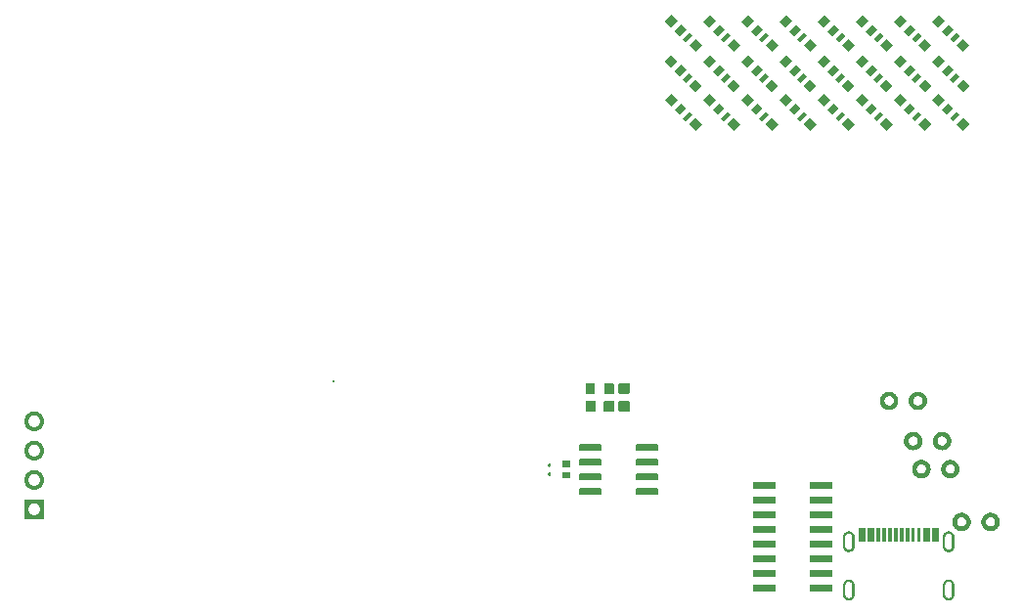
<source format=gbr>
%TF.GenerationSoftware,Flux,Pcbnew,7.0.11-7.0.11~ubuntu20.04.1*%
%TF.CreationDate,2024-08-15T15:07:56+00:00*%
%TF.ProjectId,input,696e7075-742e-46b6-9963-61645f706362,rev?*%
%TF.SameCoordinates,Original*%
%TF.FileFunction,Soldermask,Top*%
%TF.FilePolarity,Negative*%
%FSLAX46Y46*%
G04 Gerber Fmt 4.6, Leading zero omitted, Abs format (unit mm)*
G04 Filename: businesscardpcb*
G04 Build it with Flux! Visit our site at: https://www.flux.ai (PCBNEW 7.0.11-7.0.11~ubuntu20.04.1) date 2024-08-15 15:07:56*
%MOMM*%
%LPD*%
G01*
G04 APERTURE LIST*
G04 APERTURE END LIST*
%TO.C,*%
G36*
X-14940100Y-7684100D02*
G01*
X-15090100Y-7684100D01*
X-15090100Y-7534100D01*
X-14940100Y-7534100D01*
X-14940100Y-7684100D01*
G37*
G36*
X3699393Y-15509529D02*
G01*
X3706720Y-15510251D01*
X3714003Y-15511331D01*
X3721224Y-15512767D01*
X3728366Y-15514556D01*
X3735411Y-15516693D01*
X3742343Y-15519174D01*
X3749145Y-15521991D01*
X3755800Y-15525139D01*
X3762293Y-15528610D01*
X3768608Y-15532395D01*
X3774730Y-15536485D01*
X3780643Y-15540871D01*
X3786335Y-15545541D01*
X3791790Y-15550486D01*
X3796996Y-15555692D01*
X3801940Y-15561147D01*
X3806611Y-15566838D01*
X3810996Y-15572751D01*
X3815087Y-15578873D01*
X3818872Y-15585188D01*
X3822342Y-15591681D01*
X3825490Y-15598337D01*
X3828308Y-15605138D01*
X3830788Y-15612070D01*
X3832925Y-15619116D01*
X3834714Y-15626258D01*
X3836150Y-15633478D01*
X3837231Y-15640761D01*
X3837952Y-15648088D01*
X3838314Y-15655442D01*
X3838314Y-15662804D01*
X3837952Y-15670157D01*
X3837231Y-15677484D01*
X3836150Y-15684767D01*
X3834714Y-15691988D01*
X3832925Y-15699130D01*
X3830788Y-15706175D01*
X3828308Y-15713107D01*
X3825490Y-15719909D01*
X3822342Y-15726564D01*
X3818872Y-15733057D01*
X3815087Y-15739372D01*
X3810996Y-15745494D01*
X3806611Y-15751407D01*
X3801940Y-15757099D01*
X3796996Y-15762554D01*
X3791790Y-15767760D01*
X3786335Y-15772704D01*
X3780643Y-15777375D01*
X3774730Y-15781760D01*
X3768608Y-15785851D01*
X3762293Y-15789636D01*
X3755800Y-15793106D01*
X3749145Y-15796254D01*
X3742343Y-15799072D01*
X3735411Y-15801552D01*
X3728366Y-15803689D01*
X3721224Y-15805478D01*
X3714003Y-15806914D01*
X3706720Y-15807995D01*
X3699393Y-15808716D01*
X3692040Y-15809078D01*
X3684678Y-15809078D01*
X3677324Y-15808716D01*
X3669997Y-15807995D01*
X3662714Y-15806914D01*
X3655494Y-15805478D01*
X3648352Y-15803689D01*
X3641306Y-15801552D01*
X3634374Y-15799072D01*
X3627573Y-15796254D01*
X3620917Y-15793106D01*
X3614424Y-15789636D01*
X3608109Y-15785851D01*
X3601987Y-15781760D01*
X3596074Y-15777375D01*
X3590383Y-15772704D01*
X3584928Y-15767760D01*
X3579722Y-15762554D01*
X3574777Y-15757099D01*
X3570107Y-15751407D01*
X3565721Y-15745494D01*
X3561631Y-15739372D01*
X3557846Y-15733057D01*
X3554375Y-15726564D01*
X3551227Y-15719909D01*
X3548410Y-15713107D01*
X3545929Y-15706175D01*
X3543792Y-15699130D01*
X3542003Y-15691988D01*
X3540567Y-15684767D01*
X3539487Y-15677484D01*
X3538765Y-15670157D01*
X3538404Y-15662804D01*
X3538404Y-15655442D01*
X3538765Y-15648088D01*
X3539487Y-15640761D01*
X3540567Y-15633478D01*
X3542003Y-15626258D01*
X3543792Y-15619116D01*
X3545929Y-15612070D01*
X3548410Y-15605138D01*
X3551227Y-15598337D01*
X3554375Y-15591681D01*
X3557846Y-15585188D01*
X3561631Y-15578873D01*
X3565721Y-15572751D01*
X3570107Y-15566838D01*
X3574777Y-15561147D01*
X3579722Y-15555692D01*
X3584928Y-15550486D01*
X3590383Y-15545541D01*
X3596074Y-15540871D01*
X3601987Y-15536485D01*
X3608109Y-15532395D01*
X3614424Y-15528610D01*
X3620917Y-15525139D01*
X3627573Y-15521991D01*
X3634374Y-15519174D01*
X3641306Y-15516693D01*
X3648352Y-15514556D01*
X3655494Y-15512767D01*
X3662714Y-15511331D01*
X3669997Y-15510251D01*
X3677324Y-15509529D01*
X3684678Y-15509168D01*
X3692040Y-15509168D01*
X3699393Y-15509529D01*
G37*
G36*
X3699391Y-14728529D02*
G01*
X3706717Y-14729251D01*
X3714000Y-14730331D01*
X3721221Y-14731767D01*
X3728363Y-14733556D01*
X3735408Y-14735693D01*
X3742340Y-14738174D01*
X3749142Y-14740991D01*
X3755798Y-14744139D01*
X3762291Y-14747610D01*
X3768605Y-14751395D01*
X3774727Y-14755485D01*
X3780641Y-14759871D01*
X3786332Y-14764541D01*
X3791787Y-14769486D01*
X3796993Y-14774692D01*
X3801937Y-14780147D01*
X3806608Y-14785838D01*
X3810994Y-14791751D01*
X3815084Y-14797873D01*
X3818869Y-14804188D01*
X3822339Y-14810681D01*
X3825487Y-14817337D01*
X3828305Y-14824138D01*
X3830785Y-14831070D01*
X3832922Y-14838116D01*
X3834711Y-14845258D01*
X3836147Y-14852478D01*
X3837228Y-14859761D01*
X3837949Y-14867088D01*
X3838311Y-14874442D01*
X3838311Y-14881804D01*
X3837949Y-14889157D01*
X3837228Y-14896484D01*
X3836147Y-14903767D01*
X3834711Y-14910988D01*
X3832922Y-14918130D01*
X3830785Y-14925175D01*
X3828305Y-14932107D01*
X3825487Y-14938909D01*
X3822339Y-14945564D01*
X3818869Y-14952057D01*
X3815084Y-14958372D01*
X3810994Y-14964494D01*
X3806608Y-14970407D01*
X3801937Y-14976099D01*
X3796993Y-14981554D01*
X3791787Y-14986760D01*
X3786332Y-14991704D01*
X3780641Y-14996375D01*
X3774727Y-15000760D01*
X3768605Y-15004851D01*
X3762291Y-15008636D01*
X3755798Y-15012106D01*
X3749142Y-15015254D01*
X3742340Y-15018072D01*
X3735408Y-15020552D01*
X3728363Y-15022689D01*
X3721221Y-15024478D01*
X3714000Y-15025914D01*
X3706717Y-15026995D01*
X3699391Y-15027716D01*
X3692037Y-15028078D01*
X3684675Y-15028078D01*
X3677321Y-15027716D01*
X3669994Y-15026995D01*
X3662712Y-15025914D01*
X3655491Y-15024478D01*
X3648349Y-15022689D01*
X3641304Y-15020552D01*
X3634372Y-15018072D01*
X3627570Y-15015254D01*
X3620914Y-15012106D01*
X3614421Y-15008636D01*
X3608106Y-15004851D01*
X3601985Y-15000760D01*
X3596071Y-14996375D01*
X3590380Y-14991704D01*
X3584925Y-14986760D01*
X3579719Y-14981554D01*
X3574775Y-14976099D01*
X3570104Y-14970407D01*
X3565718Y-14964494D01*
X3561628Y-14958372D01*
X3557843Y-14952057D01*
X3554372Y-14945564D01*
X3551224Y-14938909D01*
X3548407Y-14932107D01*
X3545927Y-14925175D01*
X3543789Y-14918130D01*
X3542001Y-14910988D01*
X3540564Y-14903767D01*
X3539484Y-14896484D01*
X3538762Y-14889157D01*
X3538401Y-14881804D01*
X3538401Y-14874442D01*
X3538762Y-14867088D01*
X3539484Y-14859761D01*
X3540564Y-14852478D01*
X3542001Y-14845258D01*
X3543789Y-14838116D01*
X3545927Y-14831070D01*
X3548407Y-14824138D01*
X3551224Y-14817337D01*
X3554372Y-14810681D01*
X3557843Y-14804188D01*
X3561628Y-14797873D01*
X3565718Y-14791751D01*
X3570104Y-14785838D01*
X3574775Y-14780147D01*
X3579719Y-14774692D01*
X3584925Y-14769486D01*
X3590380Y-14764541D01*
X3596071Y-14759871D01*
X3601985Y-14755485D01*
X3608106Y-14751395D01*
X3614421Y-14747610D01*
X3620914Y-14744139D01*
X3627570Y-14740991D01*
X3634372Y-14738174D01*
X3641304Y-14735693D01*
X3648349Y-14733556D01*
X3655491Y-14731767D01*
X3662712Y-14730331D01*
X3669994Y-14729251D01*
X3677321Y-14728529D01*
X3684675Y-14728168D01*
X3692037Y-14728168D01*
X3699391Y-14728529D01*
G37*
G36*
X9194557Y-7798652D02*
G01*
X9199193Y-7799109D01*
X9203790Y-7799868D01*
X9208328Y-7800926D01*
X9212786Y-7802279D01*
X9217147Y-7803920D01*
X9221391Y-7805843D01*
X9225500Y-7808039D01*
X9229457Y-7810499D01*
X9233244Y-7813213D01*
X9236845Y-7816169D01*
X9240246Y-7819354D01*
X9243431Y-7822755D01*
X9246387Y-7826356D01*
X9249101Y-7830143D01*
X9251561Y-7834100D01*
X9253757Y-7838209D01*
X9255680Y-7842453D01*
X9257321Y-7846814D01*
X9258674Y-7851272D01*
X9259732Y-7855810D01*
X9260491Y-7860407D01*
X9260948Y-7865043D01*
X9261100Y-7869700D01*
X9261100Y-8677300D01*
X9260948Y-8681957D01*
X9260491Y-8686593D01*
X9259732Y-8691190D01*
X9258674Y-8695728D01*
X9257321Y-8700186D01*
X9255680Y-8704547D01*
X9253757Y-8708791D01*
X9251561Y-8712900D01*
X9249101Y-8716857D01*
X9246387Y-8720644D01*
X9243431Y-8724245D01*
X9240246Y-8727646D01*
X9236845Y-8730831D01*
X9233244Y-8733787D01*
X9229457Y-8736501D01*
X9225500Y-8738961D01*
X9221391Y-8741157D01*
X9217147Y-8743080D01*
X9212786Y-8744721D01*
X9208328Y-8746074D01*
X9203790Y-8747132D01*
X9199193Y-8747891D01*
X9194557Y-8748348D01*
X9189900Y-8748500D01*
X8532300Y-8748500D01*
X8527643Y-8748348D01*
X8523007Y-8747891D01*
X8518410Y-8747132D01*
X8513872Y-8746074D01*
X8509414Y-8744721D01*
X8505053Y-8743080D01*
X8500809Y-8741157D01*
X8496700Y-8738961D01*
X8492743Y-8736501D01*
X8488956Y-8733787D01*
X8485355Y-8730831D01*
X8481954Y-8727646D01*
X8478769Y-8724245D01*
X8475813Y-8720644D01*
X8473099Y-8716857D01*
X8470639Y-8712900D01*
X8468443Y-8708791D01*
X8466520Y-8704547D01*
X8464879Y-8700186D01*
X8463526Y-8695728D01*
X8462468Y-8691190D01*
X8461709Y-8686593D01*
X8461252Y-8681957D01*
X8461100Y-8677300D01*
X8461100Y-7869700D01*
X8461252Y-7865043D01*
X8461709Y-7860407D01*
X8462468Y-7855810D01*
X8463526Y-7851272D01*
X8464879Y-7846814D01*
X8466520Y-7842453D01*
X8468443Y-7838209D01*
X8470639Y-7834100D01*
X8473099Y-7830143D01*
X8475813Y-7826356D01*
X8478769Y-7822755D01*
X8481954Y-7819354D01*
X8485355Y-7816169D01*
X8488956Y-7813213D01*
X8492743Y-7810499D01*
X8496700Y-7808039D01*
X8500809Y-7805843D01*
X8505053Y-7803920D01*
X8509414Y-7802279D01*
X8513872Y-7800926D01*
X8518410Y-7799868D01*
X8523007Y-7799109D01*
X8527643Y-7798652D01*
X8532300Y-7798500D01*
X9189900Y-7798500D01*
X9194557Y-7798652D01*
G37*
G36*
X7544557Y-7798652D02*
G01*
X7549193Y-7799109D01*
X7553790Y-7799868D01*
X7558328Y-7800926D01*
X7562786Y-7802279D01*
X7567147Y-7803920D01*
X7571391Y-7805843D01*
X7575500Y-7808039D01*
X7579457Y-7810499D01*
X7583244Y-7813213D01*
X7586845Y-7816169D01*
X7590246Y-7819354D01*
X7593431Y-7822755D01*
X7596387Y-7826356D01*
X7599101Y-7830143D01*
X7601561Y-7834100D01*
X7603757Y-7838209D01*
X7605680Y-7842453D01*
X7607321Y-7846814D01*
X7608674Y-7851272D01*
X7609732Y-7855810D01*
X7610491Y-7860407D01*
X7610948Y-7865043D01*
X7611100Y-7869700D01*
X7611100Y-8677300D01*
X7610948Y-8681957D01*
X7610491Y-8686593D01*
X7609732Y-8691190D01*
X7608674Y-8695728D01*
X7607321Y-8700186D01*
X7605680Y-8704547D01*
X7603757Y-8708791D01*
X7601561Y-8712900D01*
X7599101Y-8716857D01*
X7596387Y-8720644D01*
X7593431Y-8724245D01*
X7590246Y-8727646D01*
X7586845Y-8730831D01*
X7583244Y-8733787D01*
X7579457Y-8736501D01*
X7575500Y-8738961D01*
X7571391Y-8741157D01*
X7567147Y-8743080D01*
X7562786Y-8744721D01*
X7558328Y-8746074D01*
X7553790Y-8747132D01*
X7549193Y-8747891D01*
X7544557Y-8748348D01*
X7539900Y-8748500D01*
X6882300Y-8748500D01*
X6877643Y-8748348D01*
X6873007Y-8747891D01*
X6868410Y-8747132D01*
X6863872Y-8746074D01*
X6859414Y-8744721D01*
X6855053Y-8743080D01*
X6850809Y-8741157D01*
X6846700Y-8738961D01*
X6842743Y-8736501D01*
X6838956Y-8733787D01*
X6835355Y-8730831D01*
X6831954Y-8727646D01*
X6828769Y-8724245D01*
X6825813Y-8720644D01*
X6823099Y-8716857D01*
X6820639Y-8712900D01*
X6818443Y-8708791D01*
X6816520Y-8704547D01*
X6814879Y-8700186D01*
X6813526Y-8695728D01*
X6812468Y-8691190D01*
X6811709Y-8686593D01*
X6811252Y-8681957D01*
X6811100Y-8677300D01*
X6811100Y-7869700D01*
X6811252Y-7865043D01*
X6811709Y-7860407D01*
X6812468Y-7855810D01*
X6813526Y-7851272D01*
X6814879Y-7846814D01*
X6816520Y-7842453D01*
X6818443Y-7838209D01*
X6820639Y-7834100D01*
X6823099Y-7830143D01*
X6825813Y-7826356D01*
X6828769Y-7822755D01*
X6831954Y-7819354D01*
X6835355Y-7816169D01*
X6838956Y-7813213D01*
X6842743Y-7810499D01*
X6846700Y-7808039D01*
X6850809Y-7805843D01*
X6855053Y-7803920D01*
X6859414Y-7802279D01*
X6863872Y-7800926D01*
X6868410Y-7799868D01*
X6873007Y-7799109D01*
X6877643Y-7798652D01*
X6882300Y-7798500D01*
X7539900Y-7798500D01*
X7544557Y-7798652D01*
G37*
G36*
X-40061800Y-17838300D02*
G01*
X-40061800Y-19538300D01*
X-41761800Y-19538300D01*
X-41761800Y-18700571D01*
X-41411649Y-18700571D01*
X-41410445Y-18725082D01*
X-41408040Y-18749505D01*
X-41404439Y-18773781D01*
X-41399651Y-18797851D01*
X-41393688Y-18821656D01*
X-41386564Y-18845141D01*
X-41378296Y-18868248D01*
X-41368905Y-18890921D01*
X-41358412Y-18913106D01*
X-41346843Y-18934749D01*
X-41334227Y-18955799D01*
X-41320592Y-18976204D01*
X-41305973Y-18995916D01*
X-41290404Y-19014886D01*
X-41273924Y-19033070D01*
X-41256570Y-19050424D01*
X-41238386Y-19066904D01*
X-41219416Y-19082473D01*
X-41199704Y-19097092D01*
X-41179299Y-19110727D01*
X-41158249Y-19123343D01*
X-41136606Y-19134912D01*
X-41114421Y-19145405D01*
X-41091748Y-19154796D01*
X-41068641Y-19163064D01*
X-41045156Y-19170188D01*
X-41021351Y-19176151D01*
X-40997281Y-19180939D01*
X-40973005Y-19184540D01*
X-40948582Y-19186945D01*
X-40924071Y-19188149D01*
X-40899529Y-19188149D01*
X-40875018Y-19186945D01*
X-40850595Y-19184540D01*
X-40826319Y-19180939D01*
X-40802249Y-19176151D01*
X-40778444Y-19170188D01*
X-40754959Y-19163064D01*
X-40731852Y-19154796D01*
X-40709179Y-19145405D01*
X-40686994Y-19134912D01*
X-40665351Y-19123343D01*
X-40644301Y-19110727D01*
X-40623896Y-19097092D01*
X-40604184Y-19082473D01*
X-40585214Y-19066904D01*
X-40567030Y-19050424D01*
X-40549676Y-19033070D01*
X-40533196Y-19014886D01*
X-40517627Y-18995916D01*
X-40503008Y-18976204D01*
X-40489373Y-18955799D01*
X-40476757Y-18934749D01*
X-40465188Y-18913106D01*
X-40454695Y-18890921D01*
X-40445304Y-18868248D01*
X-40437036Y-18845141D01*
X-40429912Y-18821656D01*
X-40423949Y-18797851D01*
X-40419161Y-18773781D01*
X-40415560Y-18749505D01*
X-40413155Y-18725082D01*
X-40411951Y-18700571D01*
X-40411951Y-18676029D01*
X-40413155Y-18651518D01*
X-40415560Y-18627095D01*
X-40419161Y-18602819D01*
X-40423949Y-18578749D01*
X-40429912Y-18554944D01*
X-40437036Y-18531459D01*
X-40445304Y-18508352D01*
X-40454695Y-18485679D01*
X-40458533Y-18477563D01*
X-40465188Y-18463494D01*
X-40476757Y-18441851D01*
X-40489373Y-18420801D01*
X-40503008Y-18400396D01*
X-40517627Y-18380684D01*
X-40533196Y-18361714D01*
X-40549676Y-18343530D01*
X-40567030Y-18326176D01*
X-40585214Y-18309696D01*
X-40604184Y-18294127D01*
X-40623896Y-18279508D01*
X-40644301Y-18265873D01*
X-40665351Y-18253257D01*
X-40686994Y-18241688D01*
X-40709179Y-18231195D01*
X-40731852Y-18221804D01*
X-40754959Y-18213536D01*
X-40778444Y-18206412D01*
X-40802249Y-18200449D01*
X-40826319Y-18195661D01*
X-40850595Y-18192060D01*
X-40875018Y-18189655D01*
X-40899529Y-18188451D01*
X-40924071Y-18188451D01*
X-40948582Y-18189655D01*
X-40973005Y-18192060D01*
X-40997281Y-18195661D01*
X-41021351Y-18200449D01*
X-41045156Y-18206412D01*
X-41068641Y-18213536D01*
X-41091748Y-18221804D01*
X-41114421Y-18231195D01*
X-41136606Y-18241688D01*
X-41158249Y-18253257D01*
X-41179299Y-18265873D01*
X-41199704Y-18279508D01*
X-41219416Y-18294127D01*
X-41238386Y-18309696D01*
X-41256570Y-18326176D01*
X-41273924Y-18343530D01*
X-41290404Y-18361714D01*
X-41305973Y-18380684D01*
X-41320592Y-18400396D01*
X-41334227Y-18420801D01*
X-41346843Y-18441851D01*
X-41358412Y-18463494D01*
X-41368905Y-18485679D01*
X-41378296Y-18508352D01*
X-41386564Y-18531459D01*
X-41393688Y-18554944D01*
X-41399651Y-18578749D01*
X-41404439Y-18602819D01*
X-41408040Y-18627095D01*
X-41410445Y-18651518D01*
X-41411649Y-18676029D01*
X-41411649Y-18700571D01*
X-41761800Y-18700571D01*
X-41761800Y-17838300D01*
X-40061800Y-17838300D01*
G37*
G36*
X-40849250Y-10220603D02*
G01*
X-40807731Y-10224692D01*
X-40766462Y-10230814D01*
X-40725544Y-10238953D01*
X-40685074Y-10249090D01*
X-40645150Y-10261201D01*
X-40605869Y-10275256D01*
X-40567325Y-10291222D01*
X-40529610Y-10309059D01*
X-40492816Y-10328726D01*
X-40457032Y-10350174D01*
X-40422343Y-10373353D01*
X-40388833Y-10398206D01*
X-40356583Y-10424672D01*
X-40325670Y-10452690D01*
X-40296170Y-10482191D01*
X-40268152Y-10513103D01*
X-40241685Y-10545353D01*
X-40216833Y-10578863D01*
X-40193654Y-10613552D01*
X-40172206Y-10649337D01*
X-40152539Y-10686130D01*
X-40134701Y-10723845D01*
X-40118736Y-10762389D01*
X-40104681Y-10801671D01*
X-40092570Y-10841594D01*
X-40082433Y-10882064D01*
X-40074294Y-10922982D01*
X-40068172Y-10964251D01*
X-40064083Y-11005770D01*
X-40062036Y-11047440D01*
X-40062036Y-11089160D01*
X-40064083Y-11130830D01*
X-40068172Y-11172349D01*
X-40074294Y-11213618D01*
X-40082433Y-11254536D01*
X-40092570Y-11295006D01*
X-40104681Y-11334929D01*
X-40118736Y-11374211D01*
X-40134701Y-11412755D01*
X-40152539Y-11450470D01*
X-40172206Y-11487263D01*
X-40193654Y-11523048D01*
X-40216833Y-11557737D01*
X-40241685Y-11591247D01*
X-40268152Y-11623497D01*
X-40296170Y-11654409D01*
X-40325670Y-11683910D01*
X-40356583Y-11711928D01*
X-40388833Y-11738394D01*
X-40422343Y-11763247D01*
X-40457032Y-11786426D01*
X-40492816Y-11807874D01*
X-40529610Y-11827541D01*
X-40567325Y-11845378D01*
X-40605869Y-11861344D01*
X-40645150Y-11875399D01*
X-40685074Y-11887510D01*
X-40725544Y-11897647D01*
X-40766462Y-11905786D01*
X-40807731Y-11911908D01*
X-40849250Y-11915997D01*
X-40890920Y-11918044D01*
X-40932640Y-11918044D01*
X-40974310Y-11915997D01*
X-41015829Y-11911908D01*
X-41057097Y-11905786D01*
X-41098016Y-11897647D01*
X-41138486Y-11887510D01*
X-41178409Y-11875399D01*
X-41217691Y-11861344D01*
X-41256235Y-11845378D01*
X-41293949Y-11827541D01*
X-41330743Y-11807874D01*
X-41366528Y-11786426D01*
X-41401217Y-11763247D01*
X-41434727Y-11738394D01*
X-41466977Y-11711928D01*
X-41497889Y-11683910D01*
X-41527390Y-11654409D01*
X-41555407Y-11623497D01*
X-41581874Y-11591247D01*
X-41606727Y-11557737D01*
X-41629905Y-11523048D01*
X-41651354Y-11487263D01*
X-41671020Y-11450470D01*
X-41688858Y-11412755D01*
X-41704824Y-11374211D01*
X-41718879Y-11334929D01*
X-41730989Y-11295006D01*
X-41741127Y-11254536D01*
X-41749266Y-11213618D01*
X-41755387Y-11172349D01*
X-41759477Y-11130830D01*
X-41761524Y-11089160D01*
X-41761524Y-11080571D01*
X-41411629Y-11080571D01*
X-41410425Y-11105082D01*
X-41408020Y-11129505D01*
X-41404419Y-11153781D01*
X-41399631Y-11177851D01*
X-41393668Y-11201656D01*
X-41386544Y-11225141D01*
X-41378276Y-11248248D01*
X-41368885Y-11270921D01*
X-41358392Y-11293106D01*
X-41346823Y-11314749D01*
X-41334207Y-11335799D01*
X-41320572Y-11356204D01*
X-41305953Y-11375916D01*
X-41290384Y-11394886D01*
X-41273903Y-11413070D01*
X-41256550Y-11430424D01*
X-41238366Y-11446904D01*
X-41219396Y-11462473D01*
X-41199684Y-11477092D01*
X-41179279Y-11490727D01*
X-41158229Y-11503343D01*
X-41136585Y-11514912D01*
X-41114400Y-11525405D01*
X-41091727Y-11534796D01*
X-41068621Y-11543064D01*
X-41045136Y-11550188D01*
X-41021330Y-11556151D01*
X-40997261Y-11560939D01*
X-40972985Y-11564540D01*
X-40948562Y-11566945D01*
X-40924050Y-11568149D01*
X-40899509Y-11568149D01*
X-40874997Y-11566945D01*
X-40850574Y-11564540D01*
X-40826299Y-11560939D01*
X-40802229Y-11556151D01*
X-40778423Y-11550188D01*
X-40754939Y-11543064D01*
X-40731832Y-11534796D01*
X-40709159Y-11525405D01*
X-40686974Y-11514912D01*
X-40665331Y-11503343D01*
X-40644281Y-11490727D01*
X-40623876Y-11477092D01*
X-40604164Y-11462473D01*
X-40585193Y-11446904D01*
X-40567010Y-11430424D01*
X-40549656Y-11413070D01*
X-40533175Y-11394886D01*
X-40517607Y-11375916D01*
X-40502987Y-11356204D01*
X-40489353Y-11335799D01*
X-40476736Y-11314749D01*
X-40465168Y-11293106D01*
X-40454675Y-11270921D01*
X-40445283Y-11248248D01*
X-40437016Y-11225141D01*
X-40429892Y-11201656D01*
X-40423929Y-11177851D01*
X-40419141Y-11153781D01*
X-40415540Y-11129505D01*
X-40413135Y-11105082D01*
X-40411930Y-11080571D01*
X-40411930Y-11056029D01*
X-40413135Y-11031518D01*
X-40415540Y-11007095D01*
X-40419141Y-10982819D01*
X-40423929Y-10958749D01*
X-40429892Y-10934944D01*
X-40437016Y-10911459D01*
X-40445283Y-10888352D01*
X-40454675Y-10865679D01*
X-40465168Y-10843494D01*
X-40476736Y-10821851D01*
X-40489353Y-10800801D01*
X-40502987Y-10780396D01*
X-40517607Y-10760684D01*
X-40533175Y-10741714D01*
X-40549656Y-10723530D01*
X-40567010Y-10706176D01*
X-40585193Y-10689696D01*
X-40604164Y-10674127D01*
X-40623876Y-10659508D01*
X-40644281Y-10645873D01*
X-40665331Y-10633257D01*
X-40686974Y-10621688D01*
X-40709159Y-10611195D01*
X-40731832Y-10601804D01*
X-40754939Y-10593536D01*
X-40778423Y-10586412D01*
X-40802229Y-10580449D01*
X-40826299Y-10575661D01*
X-40850574Y-10572060D01*
X-40874997Y-10569655D01*
X-40899509Y-10568451D01*
X-40924050Y-10568451D01*
X-40948562Y-10569655D01*
X-40972985Y-10572060D01*
X-40997261Y-10575661D01*
X-41021330Y-10580449D01*
X-41045136Y-10586412D01*
X-41068621Y-10593536D01*
X-41091727Y-10601804D01*
X-41114400Y-10611195D01*
X-41136585Y-10621688D01*
X-41158229Y-10633257D01*
X-41179279Y-10645873D01*
X-41199684Y-10659508D01*
X-41219396Y-10674127D01*
X-41238366Y-10689696D01*
X-41256550Y-10706176D01*
X-41273903Y-10723530D01*
X-41290384Y-10741714D01*
X-41305953Y-10760684D01*
X-41320572Y-10780396D01*
X-41334207Y-10800801D01*
X-41346823Y-10821851D01*
X-41358392Y-10843494D01*
X-41368885Y-10865679D01*
X-41378276Y-10888352D01*
X-41386544Y-10911459D01*
X-41393668Y-10934944D01*
X-41399631Y-10958749D01*
X-41404419Y-10982819D01*
X-41408020Y-11007095D01*
X-41410425Y-11031518D01*
X-41411629Y-11056029D01*
X-41411629Y-11080571D01*
X-41761524Y-11080571D01*
X-41761524Y-11047440D01*
X-41759477Y-11005770D01*
X-41755387Y-10964251D01*
X-41749266Y-10922982D01*
X-41741127Y-10882064D01*
X-41730989Y-10841594D01*
X-41718879Y-10801671D01*
X-41704824Y-10762389D01*
X-41688858Y-10723845D01*
X-41671020Y-10686130D01*
X-41651354Y-10649337D01*
X-41629905Y-10613552D01*
X-41606727Y-10578863D01*
X-41581874Y-10545353D01*
X-41555407Y-10513103D01*
X-41527390Y-10482191D01*
X-41497889Y-10452690D01*
X-41466977Y-10424672D01*
X-41434727Y-10398206D01*
X-41401217Y-10373353D01*
X-41366528Y-10350174D01*
X-41330743Y-10328726D01*
X-41293949Y-10309059D01*
X-41256235Y-10291222D01*
X-41217691Y-10275256D01*
X-41178409Y-10261201D01*
X-41138486Y-10249090D01*
X-41098016Y-10238953D01*
X-41057097Y-10230814D01*
X-41015829Y-10224692D01*
X-40974310Y-10220603D01*
X-40932640Y-10218556D01*
X-40890920Y-10218556D01*
X-40849250Y-10220603D01*
G37*
G36*
X-40849263Y-15300603D02*
G01*
X-40807744Y-15304692D01*
X-40766476Y-15310814D01*
X-40725557Y-15318953D01*
X-40685087Y-15329090D01*
X-40645164Y-15341201D01*
X-40605882Y-15355256D01*
X-40567338Y-15371222D01*
X-40529624Y-15389059D01*
X-40492830Y-15408726D01*
X-40457045Y-15430174D01*
X-40422356Y-15453353D01*
X-40388846Y-15478206D01*
X-40356596Y-15504672D01*
X-40325684Y-15532690D01*
X-40296183Y-15562191D01*
X-40268166Y-15593103D01*
X-40241699Y-15625353D01*
X-40216846Y-15658863D01*
X-40193668Y-15693552D01*
X-40172219Y-15729337D01*
X-40152553Y-15766130D01*
X-40134715Y-15803845D01*
X-40118749Y-15842389D01*
X-40104694Y-15881671D01*
X-40092584Y-15921594D01*
X-40082446Y-15962064D01*
X-40074307Y-16002982D01*
X-40068186Y-16044251D01*
X-40064096Y-16085770D01*
X-40062049Y-16127440D01*
X-40062049Y-16169160D01*
X-40064096Y-16210830D01*
X-40068186Y-16252349D01*
X-40074307Y-16293618D01*
X-40082446Y-16334536D01*
X-40092584Y-16375006D01*
X-40104694Y-16414929D01*
X-40118749Y-16454211D01*
X-40134715Y-16492755D01*
X-40152553Y-16530470D01*
X-40172219Y-16567263D01*
X-40193668Y-16603048D01*
X-40216846Y-16637737D01*
X-40241699Y-16671247D01*
X-40268166Y-16703497D01*
X-40296183Y-16734409D01*
X-40325684Y-16763910D01*
X-40356596Y-16791928D01*
X-40388846Y-16818394D01*
X-40422356Y-16843247D01*
X-40457045Y-16866426D01*
X-40492830Y-16887874D01*
X-40529624Y-16907541D01*
X-40567338Y-16925378D01*
X-40605882Y-16941344D01*
X-40645164Y-16955399D01*
X-40685087Y-16967510D01*
X-40725557Y-16977647D01*
X-40766476Y-16985786D01*
X-40807744Y-16991908D01*
X-40849263Y-16995997D01*
X-40890933Y-16998044D01*
X-40932653Y-16998044D01*
X-40974323Y-16995997D01*
X-41015842Y-16991908D01*
X-41057111Y-16985786D01*
X-41098029Y-16977647D01*
X-41138499Y-16967510D01*
X-41178423Y-16955399D01*
X-41217704Y-16941344D01*
X-41256248Y-16925378D01*
X-41293963Y-16907541D01*
X-41330757Y-16887874D01*
X-41366541Y-16866426D01*
X-41401230Y-16843247D01*
X-41434740Y-16818394D01*
X-41466990Y-16791928D01*
X-41497903Y-16763910D01*
X-41527403Y-16734409D01*
X-41555421Y-16703497D01*
X-41581888Y-16671247D01*
X-41606740Y-16637737D01*
X-41629919Y-16603048D01*
X-41651367Y-16567263D01*
X-41671034Y-16530470D01*
X-41688872Y-16492755D01*
X-41704837Y-16454211D01*
X-41718892Y-16414929D01*
X-41731003Y-16375006D01*
X-41741140Y-16334536D01*
X-41749279Y-16293618D01*
X-41755401Y-16252349D01*
X-41759490Y-16210830D01*
X-41761537Y-16169160D01*
X-41761537Y-16160571D01*
X-41411643Y-16160571D01*
X-41410438Y-16185082D01*
X-41408033Y-16209505D01*
X-41404432Y-16233781D01*
X-41399644Y-16257851D01*
X-41393681Y-16281656D01*
X-41386557Y-16305141D01*
X-41378290Y-16328248D01*
X-41368898Y-16350921D01*
X-41358405Y-16373106D01*
X-41346837Y-16394749D01*
X-41334220Y-16415799D01*
X-41320586Y-16436204D01*
X-41305966Y-16455916D01*
X-41290398Y-16474886D01*
X-41273917Y-16493070D01*
X-41256564Y-16510424D01*
X-41238380Y-16526904D01*
X-41219409Y-16542473D01*
X-41199697Y-16557092D01*
X-41179292Y-16570727D01*
X-41158242Y-16583343D01*
X-41136599Y-16594912D01*
X-41114414Y-16605405D01*
X-41091741Y-16614796D01*
X-41068634Y-16623064D01*
X-41045150Y-16630188D01*
X-41021344Y-16636151D01*
X-40997274Y-16640939D01*
X-40972999Y-16644540D01*
X-40948576Y-16646945D01*
X-40924064Y-16648149D01*
X-40899523Y-16648149D01*
X-40875011Y-16646945D01*
X-40850588Y-16644540D01*
X-40826312Y-16640939D01*
X-40802243Y-16636151D01*
X-40778437Y-16630188D01*
X-40754952Y-16623064D01*
X-40731846Y-16614796D01*
X-40709173Y-16605405D01*
X-40686988Y-16594912D01*
X-40665344Y-16583343D01*
X-40644294Y-16570727D01*
X-40623889Y-16557092D01*
X-40604177Y-16542473D01*
X-40585207Y-16526904D01*
X-40567023Y-16510424D01*
X-40549670Y-16493070D01*
X-40533189Y-16474886D01*
X-40517620Y-16455916D01*
X-40503001Y-16436204D01*
X-40489366Y-16415799D01*
X-40476750Y-16394749D01*
X-40465181Y-16373106D01*
X-40454688Y-16350921D01*
X-40445297Y-16328248D01*
X-40437029Y-16305141D01*
X-40429905Y-16281656D01*
X-40423942Y-16257851D01*
X-40419154Y-16233781D01*
X-40415553Y-16209505D01*
X-40413148Y-16185082D01*
X-40411944Y-16160571D01*
X-40411944Y-16136029D01*
X-40413148Y-16111518D01*
X-40415553Y-16087095D01*
X-40419154Y-16062819D01*
X-40423942Y-16038749D01*
X-40429905Y-16014944D01*
X-40437029Y-15991459D01*
X-40445297Y-15968352D01*
X-40454688Y-15945679D01*
X-40465181Y-15923494D01*
X-40476750Y-15901851D01*
X-40489366Y-15880801D01*
X-40503001Y-15860396D01*
X-40517620Y-15840684D01*
X-40533189Y-15821714D01*
X-40549670Y-15803530D01*
X-40567023Y-15786176D01*
X-40585207Y-15769696D01*
X-40604177Y-15754127D01*
X-40623889Y-15739508D01*
X-40644294Y-15725873D01*
X-40665344Y-15713257D01*
X-40686988Y-15701688D01*
X-40709173Y-15691195D01*
X-40731846Y-15681804D01*
X-40754952Y-15673536D01*
X-40778437Y-15666412D01*
X-40802243Y-15660449D01*
X-40826312Y-15655661D01*
X-40850588Y-15652060D01*
X-40875011Y-15649655D01*
X-40899523Y-15648451D01*
X-40924064Y-15648451D01*
X-40948576Y-15649655D01*
X-40972999Y-15652060D01*
X-40997274Y-15655661D01*
X-41021344Y-15660449D01*
X-41045150Y-15666412D01*
X-41068634Y-15673536D01*
X-41091741Y-15681804D01*
X-41114414Y-15691195D01*
X-41136599Y-15701688D01*
X-41158242Y-15713257D01*
X-41179292Y-15725873D01*
X-41199697Y-15739508D01*
X-41219409Y-15754127D01*
X-41238380Y-15769696D01*
X-41256564Y-15786176D01*
X-41273917Y-15803530D01*
X-41290398Y-15821714D01*
X-41305966Y-15840684D01*
X-41320586Y-15860396D01*
X-41334220Y-15880801D01*
X-41346837Y-15901851D01*
X-41358405Y-15923494D01*
X-41368898Y-15945679D01*
X-41378290Y-15968352D01*
X-41386557Y-15991459D01*
X-41393681Y-16014944D01*
X-41399644Y-16038749D01*
X-41404432Y-16062819D01*
X-41408033Y-16087095D01*
X-41410438Y-16111518D01*
X-41411643Y-16136029D01*
X-41411643Y-16160571D01*
X-41761537Y-16160571D01*
X-41761537Y-16127440D01*
X-41759490Y-16085770D01*
X-41755401Y-16044251D01*
X-41749279Y-16002982D01*
X-41741140Y-15962064D01*
X-41731003Y-15921594D01*
X-41718892Y-15881671D01*
X-41704837Y-15842389D01*
X-41688872Y-15803845D01*
X-41671034Y-15766130D01*
X-41651367Y-15729337D01*
X-41629919Y-15693552D01*
X-41606740Y-15658863D01*
X-41581888Y-15625353D01*
X-41555421Y-15593103D01*
X-41527403Y-15562191D01*
X-41497903Y-15532690D01*
X-41466990Y-15504672D01*
X-41434740Y-15478206D01*
X-41401230Y-15453353D01*
X-41366541Y-15430174D01*
X-41330757Y-15408726D01*
X-41293963Y-15389059D01*
X-41256248Y-15371222D01*
X-41217704Y-15355256D01*
X-41178423Y-15341201D01*
X-41138499Y-15329090D01*
X-41098029Y-15318953D01*
X-41057111Y-15310814D01*
X-41015842Y-15304692D01*
X-40974323Y-15300603D01*
X-40932653Y-15298556D01*
X-40890933Y-15298556D01*
X-40849263Y-15300603D01*
G37*
G36*
X-40849257Y-12760603D02*
G01*
X-40807737Y-12764692D01*
X-40766469Y-12770814D01*
X-40725550Y-12778953D01*
X-40685081Y-12789090D01*
X-40645157Y-12801201D01*
X-40605876Y-12815256D01*
X-40567331Y-12831222D01*
X-40529617Y-12849059D01*
X-40492823Y-12868726D01*
X-40457039Y-12890174D01*
X-40422350Y-12913353D01*
X-40388840Y-12938206D01*
X-40356590Y-12964672D01*
X-40325677Y-12992690D01*
X-40296176Y-13022191D01*
X-40268159Y-13053103D01*
X-40241692Y-13085353D01*
X-40216839Y-13118863D01*
X-40193661Y-13153552D01*
X-40172213Y-13189337D01*
X-40152546Y-13226130D01*
X-40134708Y-13263845D01*
X-40118743Y-13302389D01*
X-40104688Y-13341671D01*
X-40092577Y-13381594D01*
X-40082440Y-13422064D01*
X-40074301Y-13462982D01*
X-40068179Y-13504251D01*
X-40064090Y-13545770D01*
X-40062043Y-13587440D01*
X-40062043Y-13629160D01*
X-40064090Y-13670830D01*
X-40068179Y-13712349D01*
X-40074301Y-13753618D01*
X-40082440Y-13794536D01*
X-40092577Y-13835006D01*
X-40104688Y-13874929D01*
X-40118743Y-13914211D01*
X-40134708Y-13952755D01*
X-40152546Y-13990470D01*
X-40172213Y-14027263D01*
X-40193661Y-14063048D01*
X-40216839Y-14097737D01*
X-40241692Y-14131247D01*
X-40268159Y-14163497D01*
X-40296176Y-14194409D01*
X-40325677Y-14223910D01*
X-40356590Y-14251928D01*
X-40388840Y-14278394D01*
X-40422350Y-14303247D01*
X-40457039Y-14326426D01*
X-40492823Y-14347874D01*
X-40529617Y-14367541D01*
X-40567331Y-14385378D01*
X-40605876Y-14401344D01*
X-40645157Y-14415399D01*
X-40685081Y-14427510D01*
X-40725550Y-14437647D01*
X-40766469Y-14445786D01*
X-40807737Y-14451908D01*
X-40849257Y-14455997D01*
X-40890926Y-14458044D01*
X-40932647Y-14458044D01*
X-40974316Y-14455997D01*
X-41015836Y-14451908D01*
X-41057104Y-14445786D01*
X-41098023Y-14437647D01*
X-41138492Y-14427510D01*
X-41178416Y-14415399D01*
X-41217697Y-14401344D01*
X-41256242Y-14385378D01*
X-41293956Y-14367541D01*
X-41330750Y-14347874D01*
X-41366534Y-14326426D01*
X-41401223Y-14303247D01*
X-41434733Y-14278394D01*
X-41466983Y-14251928D01*
X-41497896Y-14223910D01*
X-41527397Y-14194409D01*
X-41555414Y-14163497D01*
X-41581881Y-14131247D01*
X-41606734Y-14097737D01*
X-41629912Y-14063048D01*
X-41651360Y-14027263D01*
X-41671027Y-13990470D01*
X-41688865Y-13952755D01*
X-41704830Y-13914211D01*
X-41718885Y-13874929D01*
X-41730996Y-13835006D01*
X-41741133Y-13794536D01*
X-41749273Y-13753618D01*
X-41755394Y-13712349D01*
X-41759483Y-13670830D01*
X-41761531Y-13629160D01*
X-41761531Y-13620571D01*
X-41411636Y-13620571D01*
X-41410432Y-13645082D01*
X-41408026Y-13669505D01*
X-41404425Y-13693781D01*
X-41399638Y-13717851D01*
X-41393675Y-13741656D01*
X-41386551Y-13765141D01*
X-41378283Y-13788248D01*
X-41368891Y-13810921D01*
X-41358399Y-13833106D01*
X-41346830Y-13854749D01*
X-41334213Y-13875799D01*
X-41320579Y-13896204D01*
X-41305960Y-13915916D01*
X-41290391Y-13934886D01*
X-41273910Y-13953070D01*
X-41256557Y-13970424D01*
X-41238373Y-13986904D01*
X-41219402Y-14002473D01*
X-41199691Y-14017092D01*
X-41179285Y-14030727D01*
X-41158236Y-14043343D01*
X-41136592Y-14054912D01*
X-41114407Y-14065405D01*
X-41091734Y-14074796D01*
X-41068627Y-14083064D01*
X-41045143Y-14090188D01*
X-41021337Y-14096151D01*
X-40997267Y-14100939D01*
X-40972992Y-14104540D01*
X-40948569Y-14106945D01*
X-40924057Y-14108149D01*
X-40899516Y-14108149D01*
X-40875004Y-14106945D01*
X-40850581Y-14104540D01*
X-40826306Y-14100939D01*
X-40802236Y-14096151D01*
X-40778430Y-14090188D01*
X-40754946Y-14083064D01*
X-40731839Y-14074796D01*
X-40709166Y-14065405D01*
X-40686981Y-14054912D01*
X-40665337Y-14043343D01*
X-40644288Y-14030727D01*
X-40623882Y-14017092D01*
X-40604171Y-14002473D01*
X-40585200Y-13986904D01*
X-40567016Y-13970424D01*
X-40549663Y-13953070D01*
X-40533182Y-13934886D01*
X-40517613Y-13915916D01*
X-40502994Y-13896204D01*
X-40489360Y-13875799D01*
X-40476743Y-13854749D01*
X-40465174Y-13833106D01*
X-40454682Y-13810921D01*
X-40445290Y-13788248D01*
X-40437022Y-13765141D01*
X-40429898Y-13741656D01*
X-40423935Y-13717851D01*
X-40419148Y-13693781D01*
X-40415547Y-13669505D01*
X-40413141Y-13645082D01*
X-40411937Y-13620571D01*
X-40411937Y-13596029D01*
X-40413141Y-13571518D01*
X-40415547Y-13547095D01*
X-40419148Y-13522819D01*
X-40423935Y-13498749D01*
X-40429898Y-13474944D01*
X-40437022Y-13451459D01*
X-40445290Y-13428352D01*
X-40454682Y-13405679D01*
X-40465174Y-13383494D01*
X-40476743Y-13361851D01*
X-40489360Y-13340801D01*
X-40502994Y-13320396D01*
X-40517613Y-13300684D01*
X-40533182Y-13281714D01*
X-40549663Y-13263530D01*
X-40567016Y-13246176D01*
X-40585200Y-13229696D01*
X-40604171Y-13214127D01*
X-40623882Y-13199508D01*
X-40644288Y-13185873D01*
X-40665337Y-13173257D01*
X-40686981Y-13161688D01*
X-40709166Y-13151195D01*
X-40731839Y-13141804D01*
X-40754946Y-13133536D01*
X-40778430Y-13126412D01*
X-40802236Y-13120449D01*
X-40826306Y-13115661D01*
X-40850581Y-13112060D01*
X-40875004Y-13109655D01*
X-40899516Y-13108451D01*
X-40924057Y-13108451D01*
X-40948569Y-13109655D01*
X-40972992Y-13112060D01*
X-40997267Y-13115661D01*
X-41021337Y-13120449D01*
X-41045143Y-13126412D01*
X-41068627Y-13133536D01*
X-41091734Y-13141804D01*
X-41114407Y-13151195D01*
X-41136592Y-13161688D01*
X-41158236Y-13173257D01*
X-41179285Y-13185873D01*
X-41199691Y-13199508D01*
X-41219402Y-13214127D01*
X-41238373Y-13229696D01*
X-41256557Y-13246176D01*
X-41273910Y-13263530D01*
X-41290391Y-13281714D01*
X-41305960Y-13300684D01*
X-41320579Y-13320396D01*
X-41334213Y-13340801D01*
X-41346830Y-13361851D01*
X-41358399Y-13383494D01*
X-41368891Y-13405679D01*
X-41378283Y-13428352D01*
X-41386551Y-13451459D01*
X-41393675Y-13474944D01*
X-41399638Y-13498749D01*
X-41404425Y-13522819D01*
X-41408026Y-13547095D01*
X-41410432Y-13571518D01*
X-41411636Y-13596029D01*
X-41411636Y-13620571D01*
X-41761531Y-13620571D01*
X-41761531Y-13587440D01*
X-41759483Y-13545770D01*
X-41755394Y-13504251D01*
X-41749273Y-13462982D01*
X-41741133Y-13422064D01*
X-41730996Y-13381594D01*
X-41718885Y-13341671D01*
X-41704830Y-13302389D01*
X-41688865Y-13263845D01*
X-41671027Y-13226130D01*
X-41651360Y-13189337D01*
X-41629912Y-13153552D01*
X-41606734Y-13118863D01*
X-41581881Y-13085353D01*
X-41555414Y-13053103D01*
X-41527397Y-13022191D01*
X-41497896Y-12992690D01*
X-41466983Y-12964672D01*
X-41434733Y-12938206D01*
X-41401223Y-12913353D01*
X-41366534Y-12890174D01*
X-41330750Y-12868726D01*
X-41293956Y-12849059D01*
X-41256242Y-12831222D01*
X-41217697Y-12815256D01*
X-41178416Y-12801201D01*
X-41138492Y-12789090D01*
X-41098023Y-12778953D01*
X-41057104Y-12770814D01*
X-41015836Y-12764692D01*
X-40974316Y-12760603D01*
X-40932647Y-12758556D01*
X-40890926Y-12758556D01*
X-40849257Y-12760603D01*
G37*
G36*
X10560560Y-9340652D02*
G01*
X10565196Y-9341109D01*
X10569793Y-9341868D01*
X10574331Y-9342926D01*
X10578789Y-9344279D01*
X10583150Y-9345920D01*
X10587394Y-9347843D01*
X10591503Y-9350039D01*
X10595459Y-9352499D01*
X10599247Y-9355213D01*
X10602848Y-9358169D01*
X10606249Y-9361354D01*
X10609434Y-9364755D01*
X10612390Y-9368356D01*
X10615103Y-9372143D01*
X10617564Y-9376100D01*
X10619760Y-9380209D01*
X10621683Y-9384453D01*
X10623324Y-9388814D01*
X10624677Y-9393272D01*
X10625735Y-9397810D01*
X10626494Y-9402407D01*
X10626950Y-9407043D01*
X10627103Y-9411700D01*
X10627103Y-10169300D01*
X10626950Y-10173957D01*
X10626494Y-10178593D01*
X10625735Y-10183190D01*
X10624677Y-10187728D01*
X10623324Y-10192186D01*
X10621683Y-10196547D01*
X10619760Y-10200791D01*
X10617564Y-10204900D01*
X10615103Y-10208857D01*
X10612390Y-10212644D01*
X10609434Y-10216245D01*
X10606249Y-10219646D01*
X10602848Y-10222831D01*
X10599247Y-10225787D01*
X10595459Y-10228501D01*
X10591503Y-10230961D01*
X10587394Y-10233157D01*
X10583150Y-10235080D01*
X10578789Y-10236721D01*
X10574331Y-10238074D01*
X10569793Y-10239132D01*
X10565196Y-10239891D01*
X10560560Y-10240348D01*
X10555903Y-10240500D01*
X9748303Y-10240500D01*
X9743646Y-10240348D01*
X9739009Y-10239891D01*
X9734412Y-10239132D01*
X9729875Y-10238074D01*
X9725416Y-10236721D01*
X9721056Y-10235080D01*
X9716812Y-10233157D01*
X9712703Y-10230961D01*
X9708746Y-10228501D01*
X9704959Y-10225787D01*
X9701357Y-10222831D01*
X9697957Y-10219646D01*
X9694772Y-10216245D01*
X9691816Y-10212644D01*
X9689102Y-10208857D01*
X9686642Y-10204900D01*
X9684446Y-10200791D01*
X9682523Y-10196547D01*
X9680881Y-10192186D01*
X9679529Y-10187728D01*
X9678471Y-10183190D01*
X9677712Y-10178593D01*
X9677255Y-10173957D01*
X9677103Y-10169300D01*
X9677103Y-9411700D01*
X9677255Y-9407043D01*
X9677712Y-9402407D01*
X9678471Y-9397810D01*
X9679529Y-9393272D01*
X9680881Y-9388814D01*
X9682523Y-9384453D01*
X9684446Y-9380209D01*
X9686642Y-9376100D01*
X9689102Y-9372143D01*
X9691816Y-9368356D01*
X9694772Y-9364755D01*
X9697957Y-9361354D01*
X9701357Y-9358169D01*
X9704959Y-9355213D01*
X9708746Y-9352499D01*
X9712703Y-9350039D01*
X9716812Y-9347843D01*
X9721056Y-9345920D01*
X9725416Y-9344279D01*
X9729875Y-9342926D01*
X9734412Y-9341868D01*
X9739009Y-9341109D01*
X9743646Y-9340652D01*
X9748303Y-9340500D01*
X10555903Y-9340500D01*
X10560560Y-9340652D01*
G37*
G36*
X10560554Y-7790652D02*
G01*
X10565191Y-7791109D01*
X10569788Y-7791868D01*
X10574325Y-7792926D01*
X10578784Y-7794279D01*
X10583144Y-7795920D01*
X10587388Y-7797843D01*
X10591497Y-7800039D01*
X10595454Y-7802499D01*
X10599241Y-7805213D01*
X10602843Y-7808169D01*
X10606243Y-7811354D01*
X10609428Y-7814755D01*
X10612384Y-7818356D01*
X10615098Y-7822143D01*
X10617558Y-7826100D01*
X10619754Y-7830209D01*
X10621677Y-7834453D01*
X10623319Y-7838814D01*
X10624671Y-7843272D01*
X10625729Y-7847810D01*
X10626488Y-7852407D01*
X10626945Y-7857043D01*
X10627097Y-7861700D01*
X10627097Y-8619300D01*
X10626945Y-8623957D01*
X10626488Y-8628593D01*
X10625729Y-8633190D01*
X10624671Y-8637728D01*
X10623319Y-8642186D01*
X10621677Y-8646547D01*
X10619754Y-8650791D01*
X10617558Y-8654900D01*
X10615098Y-8658857D01*
X10612384Y-8662644D01*
X10609428Y-8666245D01*
X10606243Y-8669646D01*
X10602843Y-8672831D01*
X10599241Y-8675787D01*
X10595454Y-8678501D01*
X10591497Y-8680961D01*
X10587388Y-8683157D01*
X10583144Y-8685080D01*
X10578784Y-8686721D01*
X10574325Y-8688074D01*
X10569788Y-8689132D01*
X10565191Y-8689891D01*
X10560554Y-8690348D01*
X10555897Y-8690500D01*
X9748297Y-8690500D01*
X9743640Y-8690348D01*
X9739004Y-8689891D01*
X9734407Y-8689132D01*
X9729869Y-8688074D01*
X9725411Y-8686721D01*
X9721050Y-8685080D01*
X9716806Y-8683157D01*
X9712697Y-8680961D01*
X9708741Y-8678501D01*
X9704953Y-8675787D01*
X9701352Y-8672831D01*
X9697951Y-8669646D01*
X9694766Y-8666245D01*
X9691810Y-8662644D01*
X9689097Y-8658857D01*
X9686636Y-8654900D01*
X9684440Y-8650791D01*
X9682517Y-8646547D01*
X9680876Y-8642186D01*
X9679523Y-8637728D01*
X9678465Y-8633190D01*
X9677706Y-8628593D01*
X9677250Y-8623957D01*
X9677097Y-8619300D01*
X9677097Y-7861700D01*
X9677250Y-7857043D01*
X9677706Y-7852407D01*
X9678465Y-7847810D01*
X9679523Y-7843272D01*
X9680876Y-7838814D01*
X9682517Y-7834453D01*
X9684440Y-7830209D01*
X9686636Y-7826100D01*
X9689097Y-7822143D01*
X9691810Y-7818356D01*
X9694766Y-7814755D01*
X9697951Y-7811354D01*
X9701352Y-7808169D01*
X9704953Y-7805213D01*
X9708741Y-7802499D01*
X9712697Y-7800039D01*
X9716806Y-7797843D01*
X9721050Y-7795920D01*
X9725411Y-7794279D01*
X9729869Y-7792926D01*
X9734407Y-7791868D01*
X9739004Y-7791109D01*
X9743640Y-7790652D01*
X9748297Y-7790500D01*
X10555897Y-7790500D01*
X10560554Y-7790652D01*
G37*
G36*
X12999262Y-16878713D02*
G01*
X13008783Y-16879651D01*
X13018222Y-16881209D01*
X13027539Y-16883382D01*
X13036694Y-16886159D01*
X13045648Y-16889529D01*
X13054363Y-16893477D01*
X13062800Y-16897987D01*
X13070924Y-16903039D01*
X13078701Y-16908612D01*
X13086096Y-16914681D01*
X13093079Y-16921221D01*
X13099619Y-16928204D01*
X13105688Y-16935599D01*
X13111261Y-16943376D01*
X13116313Y-16951500D01*
X13120823Y-16959937D01*
X13124771Y-16968652D01*
X13128141Y-16977606D01*
X13130918Y-16986761D01*
X13133091Y-16996078D01*
X13134649Y-17005517D01*
X13135587Y-17015038D01*
X13135900Y-17024600D01*
X13135900Y-17332200D01*
X13135587Y-17341762D01*
X13134649Y-17351283D01*
X13133091Y-17360722D01*
X13130918Y-17370039D01*
X13128141Y-17379194D01*
X13124771Y-17388148D01*
X13120823Y-17396863D01*
X13116313Y-17405300D01*
X13111261Y-17413424D01*
X13105688Y-17421201D01*
X13099619Y-17428596D01*
X13093079Y-17435579D01*
X13086096Y-17442119D01*
X13078701Y-17448188D01*
X13070924Y-17453761D01*
X13062800Y-17458813D01*
X13054363Y-17463323D01*
X13045648Y-17467271D01*
X13036694Y-17470641D01*
X13027539Y-17473418D01*
X13018222Y-17475591D01*
X13008783Y-17477149D01*
X12999262Y-17478087D01*
X12989700Y-17478400D01*
X11332100Y-17478400D01*
X11322538Y-17478087D01*
X11313017Y-17477149D01*
X11303578Y-17475591D01*
X11294261Y-17473418D01*
X11285106Y-17470641D01*
X11276152Y-17467271D01*
X11267437Y-17463323D01*
X11259000Y-17458813D01*
X11250876Y-17453761D01*
X11243099Y-17448188D01*
X11235704Y-17442119D01*
X11228721Y-17435579D01*
X11222181Y-17428596D01*
X11216112Y-17421201D01*
X11210539Y-17413424D01*
X11205487Y-17405300D01*
X11200977Y-17396863D01*
X11197029Y-17388148D01*
X11193659Y-17379194D01*
X11190882Y-17370039D01*
X11188709Y-17360722D01*
X11187151Y-17351283D01*
X11186213Y-17341762D01*
X11185900Y-17332200D01*
X11185900Y-17024600D01*
X11186213Y-17015038D01*
X11187151Y-17005517D01*
X11188709Y-16996078D01*
X11190882Y-16986761D01*
X11193659Y-16977606D01*
X11197029Y-16968652D01*
X11200977Y-16959937D01*
X11205487Y-16951500D01*
X11210539Y-16943376D01*
X11216112Y-16935599D01*
X11222181Y-16928204D01*
X11228721Y-16921221D01*
X11235704Y-16914681D01*
X11243099Y-16908612D01*
X11250876Y-16903039D01*
X11259000Y-16897987D01*
X11267437Y-16893477D01*
X11276152Y-16889529D01*
X11285106Y-16886159D01*
X11294261Y-16883382D01*
X11303578Y-16881209D01*
X11313017Y-16879651D01*
X11322538Y-16878713D01*
X11332100Y-16878400D01*
X12989700Y-16878400D01*
X12999262Y-16878713D01*
G37*
G36*
X12999262Y-14338713D02*
G01*
X13008783Y-14339651D01*
X13018222Y-14341209D01*
X13027539Y-14343382D01*
X13036694Y-14346159D01*
X13045648Y-14349529D01*
X13054363Y-14353477D01*
X13062800Y-14357987D01*
X13070924Y-14363039D01*
X13078701Y-14368612D01*
X13086096Y-14374681D01*
X13093079Y-14381221D01*
X13099619Y-14388204D01*
X13105688Y-14395599D01*
X13111261Y-14403376D01*
X13116313Y-14411500D01*
X13120823Y-14419937D01*
X13124771Y-14428652D01*
X13128141Y-14437606D01*
X13130918Y-14446761D01*
X13133091Y-14456078D01*
X13134649Y-14465517D01*
X13135587Y-14475038D01*
X13135900Y-14484600D01*
X13135900Y-14792200D01*
X13135587Y-14801762D01*
X13134649Y-14811283D01*
X13133091Y-14820722D01*
X13130918Y-14830039D01*
X13128141Y-14839194D01*
X13124771Y-14848148D01*
X13120823Y-14856863D01*
X13116313Y-14865300D01*
X13111261Y-14873424D01*
X13105688Y-14881201D01*
X13099619Y-14888596D01*
X13093079Y-14895579D01*
X13086096Y-14902119D01*
X13078701Y-14908188D01*
X13070924Y-14913761D01*
X13062800Y-14918813D01*
X13054363Y-14923323D01*
X13045648Y-14927271D01*
X13036694Y-14930641D01*
X13027539Y-14933418D01*
X13018222Y-14935591D01*
X13008783Y-14937149D01*
X12999262Y-14938087D01*
X12989700Y-14938400D01*
X11332100Y-14938400D01*
X11322538Y-14938087D01*
X11313017Y-14937149D01*
X11303578Y-14935591D01*
X11294261Y-14933418D01*
X11285106Y-14930641D01*
X11276152Y-14927271D01*
X11267437Y-14923323D01*
X11259000Y-14918813D01*
X11250876Y-14913761D01*
X11243099Y-14908188D01*
X11235704Y-14902119D01*
X11228721Y-14895579D01*
X11222181Y-14888596D01*
X11216112Y-14881201D01*
X11210539Y-14873424D01*
X11205487Y-14865300D01*
X11200977Y-14856863D01*
X11197029Y-14848148D01*
X11193659Y-14839194D01*
X11190882Y-14830039D01*
X11188709Y-14820722D01*
X11187151Y-14811283D01*
X11186213Y-14801762D01*
X11185900Y-14792200D01*
X11185900Y-14484600D01*
X11186213Y-14475038D01*
X11187151Y-14465517D01*
X11188709Y-14456078D01*
X11190882Y-14446761D01*
X11193659Y-14437606D01*
X11197029Y-14428652D01*
X11200977Y-14419937D01*
X11205487Y-14411500D01*
X11210539Y-14403376D01*
X11216112Y-14395599D01*
X11222181Y-14388204D01*
X11228721Y-14381221D01*
X11235704Y-14374681D01*
X11243099Y-14368612D01*
X11250876Y-14363039D01*
X11259000Y-14357987D01*
X11267437Y-14353477D01*
X11276152Y-14349529D01*
X11285106Y-14346159D01*
X11294261Y-14343382D01*
X11303578Y-14341209D01*
X11313017Y-14339651D01*
X11322538Y-14338713D01*
X11332100Y-14338400D01*
X12989700Y-14338400D01*
X12999262Y-14338713D01*
G37*
G36*
X12999262Y-13068713D02*
G01*
X13008783Y-13069651D01*
X13018222Y-13071209D01*
X13027539Y-13073382D01*
X13036694Y-13076159D01*
X13045648Y-13079529D01*
X13054363Y-13083477D01*
X13062800Y-13087987D01*
X13070924Y-13093039D01*
X13078701Y-13098612D01*
X13086096Y-13104681D01*
X13093079Y-13111221D01*
X13099619Y-13118204D01*
X13105688Y-13125599D01*
X13111261Y-13133376D01*
X13116313Y-13141500D01*
X13120823Y-13149937D01*
X13124771Y-13158652D01*
X13128141Y-13167606D01*
X13130918Y-13176761D01*
X13133091Y-13186078D01*
X13134649Y-13195517D01*
X13135587Y-13205038D01*
X13135900Y-13214600D01*
X13135900Y-13522200D01*
X13135587Y-13531762D01*
X13134649Y-13541283D01*
X13133091Y-13550722D01*
X13130918Y-13560039D01*
X13128141Y-13569194D01*
X13124771Y-13578148D01*
X13120823Y-13586863D01*
X13116313Y-13595300D01*
X13111261Y-13603424D01*
X13105688Y-13611201D01*
X13099619Y-13618596D01*
X13093079Y-13625579D01*
X13086096Y-13632119D01*
X13078701Y-13638188D01*
X13070924Y-13643761D01*
X13062800Y-13648813D01*
X13054363Y-13653323D01*
X13045648Y-13657271D01*
X13036694Y-13660641D01*
X13027539Y-13663418D01*
X13018222Y-13665591D01*
X13008783Y-13667149D01*
X12999262Y-13668087D01*
X12989700Y-13668400D01*
X11332100Y-13668400D01*
X11322538Y-13668087D01*
X11313017Y-13667149D01*
X11303578Y-13665591D01*
X11294261Y-13663418D01*
X11285106Y-13660641D01*
X11276152Y-13657271D01*
X11267437Y-13653323D01*
X11259000Y-13648813D01*
X11250876Y-13643761D01*
X11243099Y-13638188D01*
X11235704Y-13632119D01*
X11228721Y-13625579D01*
X11222181Y-13618596D01*
X11216112Y-13611201D01*
X11210539Y-13603424D01*
X11205487Y-13595300D01*
X11200977Y-13586863D01*
X11197029Y-13578148D01*
X11193659Y-13569194D01*
X11190882Y-13560039D01*
X11188709Y-13550722D01*
X11187151Y-13541283D01*
X11186213Y-13531762D01*
X11185900Y-13522200D01*
X11185900Y-13214600D01*
X11186213Y-13205038D01*
X11187151Y-13195517D01*
X11188709Y-13186078D01*
X11190882Y-13176761D01*
X11193659Y-13167606D01*
X11197029Y-13158652D01*
X11200977Y-13149937D01*
X11205487Y-13141500D01*
X11210539Y-13133376D01*
X11216112Y-13125599D01*
X11222181Y-13118204D01*
X11228721Y-13111221D01*
X11235704Y-13104681D01*
X11243099Y-13098612D01*
X11250876Y-13093039D01*
X11259000Y-13087987D01*
X11267437Y-13083477D01*
X11276152Y-13079529D01*
X11285106Y-13076159D01*
X11294261Y-13073382D01*
X11303578Y-13071209D01*
X11313017Y-13069651D01*
X11322538Y-13068713D01*
X11332100Y-13068400D01*
X12989700Y-13068400D01*
X12999262Y-13068713D01*
G37*
G36*
X8049262Y-14338713D02*
G01*
X8058783Y-14339651D01*
X8068222Y-14341209D01*
X8077539Y-14343382D01*
X8086694Y-14346159D01*
X8095648Y-14349529D01*
X8104363Y-14353477D01*
X8112800Y-14357987D01*
X8120924Y-14363039D01*
X8128701Y-14368612D01*
X8136096Y-14374681D01*
X8143079Y-14381221D01*
X8149619Y-14388204D01*
X8155688Y-14395599D01*
X8161261Y-14403376D01*
X8166313Y-14411500D01*
X8170823Y-14419937D01*
X8174771Y-14428652D01*
X8178141Y-14437606D01*
X8180918Y-14446761D01*
X8183091Y-14456078D01*
X8184649Y-14465517D01*
X8185587Y-14475038D01*
X8185900Y-14484600D01*
X8185900Y-14792200D01*
X8185587Y-14801762D01*
X8184649Y-14811283D01*
X8183091Y-14820722D01*
X8180918Y-14830039D01*
X8178141Y-14839194D01*
X8174771Y-14848148D01*
X8170823Y-14856863D01*
X8166313Y-14865300D01*
X8161261Y-14873424D01*
X8155688Y-14881201D01*
X8149619Y-14888596D01*
X8143079Y-14895579D01*
X8136096Y-14902119D01*
X8128701Y-14908188D01*
X8120924Y-14913761D01*
X8112800Y-14918813D01*
X8104363Y-14923323D01*
X8095648Y-14927271D01*
X8086694Y-14930641D01*
X8077539Y-14933418D01*
X8068222Y-14935591D01*
X8058783Y-14937149D01*
X8049262Y-14938087D01*
X8039700Y-14938400D01*
X6382100Y-14938400D01*
X6372538Y-14938087D01*
X6363017Y-14937149D01*
X6353578Y-14935591D01*
X6344261Y-14933418D01*
X6335106Y-14930641D01*
X6326152Y-14927271D01*
X6317437Y-14923323D01*
X6309000Y-14918813D01*
X6300876Y-14913761D01*
X6293099Y-14908188D01*
X6285704Y-14902119D01*
X6278721Y-14895579D01*
X6272181Y-14888596D01*
X6266112Y-14881201D01*
X6260539Y-14873424D01*
X6255487Y-14865300D01*
X6250977Y-14856863D01*
X6247029Y-14848148D01*
X6243659Y-14839194D01*
X6240882Y-14830039D01*
X6238709Y-14820722D01*
X6237151Y-14811283D01*
X6236213Y-14801762D01*
X6235900Y-14792200D01*
X6235900Y-14484600D01*
X6236213Y-14475038D01*
X6237151Y-14465517D01*
X6238709Y-14456078D01*
X6240882Y-14446761D01*
X6243659Y-14437606D01*
X6247029Y-14428652D01*
X6250977Y-14419937D01*
X6255487Y-14411500D01*
X6260539Y-14403376D01*
X6266112Y-14395599D01*
X6272181Y-14388204D01*
X6278721Y-14381221D01*
X6285704Y-14374681D01*
X6293099Y-14368612D01*
X6300876Y-14363039D01*
X6309000Y-14357987D01*
X6317437Y-14353477D01*
X6326152Y-14349529D01*
X6335106Y-14346159D01*
X6344261Y-14343382D01*
X6353578Y-14341209D01*
X6363017Y-14339651D01*
X6372538Y-14338713D01*
X6382100Y-14338400D01*
X8039700Y-14338400D01*
X8049262Y-14338713D01*
G37*
G36*
X8049262Y-16878713D02*
G01*
X8058783Y-16879651D01*
X8068222Y-16881209D01*
X8077539Y-16883382D01*
X8086694Y-16886159D01*
X8095648Y-16889529D01*
X8104363Y-16893477D01*
X8112800Y-16897987D01*
X8120924Y-16903039D01*
X8128701Y-16908612D01*
X8136096Y-16914681D01*
X8143079Y-16921221D01*
X8149619Y-16928204D01*
X8155688Y-16935599D01*
X8161261Y-16943376D01*
X8166313Y-16951500D01*
X8170823Y-16959937D01*
X8174771Y-16968652D01*
X8178141Y-16977606D01*
X8180918Y-16986761D01*
X8183091Y-16996078D01*
X8184649Y-17005517D01*
X8185587Y-17015038D01*
X8185900Y-17024600D01*
X8185900Y-17332200D01*
X8185587Y-17341762D01*
X8184649Y-17351283D01*
X8183091Y-17360722D01*
X8180918Y-17370039D01*
X8178141Y-17379194D01*
X8174771Y-17388148D01*
X8170823Y-17396863D01*
X8166313Y-17405300D01*
X8161261Y-17413424D01*
X8155688Y-17421201D01*
X8149619Y-17428596D01*
X8143079Y-17435579D01*
X8136096Y-17442119D01*
X8128701Y-17448188D01*
X8120924Y-17453761D01*
X8112800Y-17458813D01*
X8104363Y-17463323D01*
X8095648Y-17467271D01*
X8086694Y-17470641D01*
X8077539Y-17473418D01*
X8068222Y-17475591D01*
X8058783Y-17477149D01*
X8049262Y-17478087D01*
X8039700Y-17478400D01*
X6382100Y-17478400D01*
X6372538Y-17478087D01*
X6363017Y-17477149D01*
X6353578Y-17475591D01*
X6344261Y-17473418D01*
X6335106Y-17470641D01*
X6326152Y-17467271D01*
X6317437Y-17463323D01*
X6309000Y-17458813D01*
X6300876Y-17453761D01*
X6293099Y-17448188D01*
X6285704Y-17442119D01*
X6278721Y-17435579D01*
X6272181Y-17428596D01*
X6266112Y-17421201D01*
X6260539Y-17413424D01*
X6255487Y-17405300D01*
X6250977Y-17396863D01*
X6247029Y-17388148D01*
X6243659Y-17379194D01*
X6240882Y-17370039D01*
X6238709Y-17360722D01*
X6237151Y-17351283D01*
X6236213Y-17341762D01*
X6235900Y-17332200D01*
X6235900Y-17024600D01*
X6236213Y-17015038D01*
X6237151Y-17005517D01*
X6238709Y-16996078D01*
X6240882Y-16986761D01*
X6243659Y-16977606D01*
X6247029Y-16968652D01*
X6250977Y-16959937D01*
X6255487Y-16951500D01*
X6260539Y-16943376D01*
X6266112Y-16935599D01*
X6272181Y-16928204D01*
X6278721Y-16921221D01*
X6285704Y-16914681D01*
X6293099Y-16908612D01*
X6300876Y-16903039D01*
X6309000Y-16897987D01*
X6317437Y-16893477D01*
X6326152Y-16889529D01*
X6335106Y-16886159D01*
X6344261Y-16883382D01*
X6353578Y-16881209D01*
X6363017Y-16879651D01*
X6372538Y-16878713D01*
X6382100Y-16878400D01*
X8039700Y-16878400D01*
X8049262Y-16878713D01*
G37*
G36*
X8049262Y-15608713D02*
G01*
X8058783Y-15609651D01*
X8068222Y-15611209D01*
X8077539Y-15613382D01*
X8086694Y-15616159D01*
X8095648Y-15619529D01*
X8104363Y-15623477D01*
X8112800Y-15627987D01*
X8120924Y-15633039D01*
X8128701Y-15638612D01*
X8136096Y-15644681D01*
X8143079Y-15651221D01*
X8149619Y-15658204D01*
X8155688Y-15665599D01*
X8161261Y-15673376D01*
X8166313Y-15681500D01*
X8170823Y-15689937D01*
X8174771Y-15698652D01*
X8178141Y-15707606D01*
X8180918Y-15716761D01*
X8183091Y-15726078D01*
X8184649Y-15735517D01*
X8185587Y-15745038D01*
X8185900Y-15754600D01*
X8185900Y-16062200D01*
X8185587Y-16071762D01*
X8184649Y-16081283D01*
X8183091Y-16090722D01*
X8180918Y-16100039D01*
X8178141Y-16109194D01*
X8174771Y-16118148D01*
X8170823Y-16126863D01*
X8166313Y-16135300D01*
X8161261Y-16143424D01*
X8155688Y-16151201D01*
X8149619Y-16158596D01*
X8143079Y-16165579D01*
X8136096Y-16172119D01*
X8128701Y-16178188D01*
X8120924Y-16183761D01*
X8112800Y-16188813D01*
X8104363Y-16193323D01*
X8095648Y-16197271D01*
X8086694Y-16200641D01*
X8077539Y-16203418D01*
X8068222Y-16205591D01*
X8058783Y-16207149D01*
X8049262Y-16208087D01*
X8039700Y-16208400D01*
X6382100Y-16208400D01*
X6372538Y-16208087D01*
X6363017Y-16207149D01*
X6353578Y-16205591D01*
X6344261Y-16203418D01*
X6335106Y-16200641D01*
X6326152Y-16197271D01*
X6317437Y-16193323D01*
X6309000Y-16188813D01*
X6300876Y-16183761D01*
X6293099Y-16178188D01*
X6285704Y-16172119D01*
X6278721Y-16165579D01*
X6272181Y-16158596D01*
X6266112Y-16151201D01*
X6260539Y-16143424D01*
X6255487Y-16135300D01*
X6250977Y-16126863D01*
X6247029Y-16118148D01*
X6243659Y-16109194D01*
X6240882Y-16100039D01*
X6238709Y-16090722D01*
X6237151Y-16081283D01*
X6236213Y-16071762D01*
X6235900Y-16062200D01*
X6235900Y-15754600D01*
X6236213Y-15745038D01*
X6237151Y-15735517D01*
X6238709Y-15726078D01*
X6240882Y-15716761D01*
X6243659Y-15707606D01*
X6247029Y-15698652D01*
X6250977Y-15689937D01*
X6255487Y-15681500D01*
X6260539Y-15673376D01*
X6266112Y-15665599D01*
X6272181Y-15658204D01*
X6278721Y-15651221D01*
X6285704Y-15644681D01*
X6293099Y-15638612D01*
X6300876Y-15633039D01*
X6309000Y-15627987D01*
X6317437Y-15623477D01*
X6326152Y-15619529D01*
X6335106Y-15616159D01*
X6344261Y-15613382D01*
X6353578Y-15611209D01*
X6363017Y-15609651D01*
X6372538Y-15608713D01*
X6382100Y-15608400D01*
X8039700Y-15608400D01*
X8049262Y-15608713D01*
G37*
G36*
X12999262Y-15608713D02*
G01*
X13008783Y-15609651D01*
X13018222Y-15611209D01*
X13027539Y-15613382D01*
X13036694Y-15616159D01*
X13045648Y-15619529D01*
X13054363Y-15623477D01*
X13062800Y-15627987D01*
X13070924Y-15633039D01*
X13078701Y-15638612D01*
X13086096Y-15644681D01*
X13093079Y-15651221D01*
X13099619Y-15658204D01*
X13105688Y-15665599D01*
X13111261Y-15673376D01*
X13116313Y-15681500D01*
X13120823Y-15689937D01*
X13124771Y-15698652D01*
X13128141Y-15707606D01*
X13130918Y-15716761D01*
X13133091Y-15726078D01*
X13134649Y-15735517D01*
X13135587Y-15745038D01*
X13135900Y-15754600D01*
X13135900Y-16062200D01*
X13135587Y-16071762D01*
X13134649Y-16081283D01*
X13133091Y-16090722D01*
X13130918Y-16100039D01*
X13128141Y-16109194D01*
X13124771Y-16118148D01*
X13120823Y-16126863D01*
X13116313Y-16135300D01*
X13111261Y-16143424D01*
X13105688Y-16151201D01*
X13099619Y-16158596D01*
X13093079Y-16165579D01*
X13086096Y-16172119D01*
X13078701Y-16178188D01*
X13070924Y-16183761D01*
X13062800Y-16188813D01*
X13054363Y-16193323D01*
X13045648Y-16197271D01*
X13036694Y-16200641D01*
X13027539Y-16203418D01*
X13018222Y-16205591D01*
X13008783Y-16207149D01*
X12999262Y-16208087D01*
X12989700Y-16208400D01*
X11332100Y-16208400D01*
X11322538Y-16208087D01*
X11313017Y-16207149D01*
X11303578Y-16205591D01*
X11294261Y-16203418D01*
X11285106Y-16200641D01*
X11276152Y-16197271D01*
X11267437Y-16193323D01*
X11259000Y-16188813D01*
X11250876Y-16183761D01*
X11243099Y-16178188D01*
X11235704Y-16172119D01*
X11228721Y-16165579D01*
X11222181Y-16158596D01*
X11216112Y-16151201D01*
X11210539Y-16143424D01*
X11205487Y-16135300D01*
X11200977Y-16126863D01*
X11197029Y-16118148D01*
X11193659Y-16109194D01*
X11190882Y-16100039D01*
X11188709Y-16090722D01*
X11187151Y-16081283D01*
X11186213Y-16071762D01*
X11185900Y-16062200D01*
X11185900Y-15754600D01*
X11186213Y-15745038D01*
X11187151Y-15735517D01*
X11188709Y-15726078D01*
X11190882Y-15716761D01*
X11193659Y-15707606D01*
X11197029Y-15698652D01*
X11200977Y-15689937D01*
X11205487Y-15681500D01*
X11210539Y-15673376D01*
X11216112Y-15665599D01*
X11222181Y-15658204D01*
X11228721Y-15651221D01*
X11235704Y-15644681D01*
X11243099Y-15638612D01*
X11250876Y-15633039D01*
X11259000Y-15627987D01*
X11267437Y-15623477D01*
X11276152Y-15619529D01*
X11285106Y-15616159D01*
X11294261Y-15613382D01*
X11303578Y-15611209D01*
X11313017Y-15609651D01*
X11322538Y-15608713D01*
X11332100Y-15608400D01*
X12989700Y-15608400D01*
X12999262Y-15608713D01*
G37*
G36*
X8049262Y-13068713D02*
G01*
X8058783Y-13069651D01*
X8068222Y-13071209D01*
X8077539Y-13073382D01*
X8086694Y-13076159D01*
X8095648Y-13079529D01*
X8104363Y-13083477D01*
X8112800Y-13087987D01*
X8120924Y-13093039D01*
X8128701Y-13098612D01*
X8136096Y-13104681D01*
X8143079Y-13111221D01*
X8149619Y-13118204D01*
X8155688Y-13125599D01*
X8161261Y-13133376D01*
X8166313Y-13141500D01*
X8170823Y-13149937D01*
X8174771Y-13158652D01*
X8178141Y-13167606D01*
X8180918Y-13176761D01*
X8183091Y-13186078D01*
X8184649Y-13195517D01*
X8185587Y-13205038D01*
X8185900Y-13214600D01*
X8185900Y-13522200D01*
X8185587Y-13531762D01*
X8184649Y-13541283D01*
X8183091Y-13550722D01*
X8180918Y-13560039D01*
X8178141Y-13569194D01*
X8174771Y-13578148D01*
X8170823Y-13586863D01*
X8166313Y-13595300D01*
X8161261Y-13603424D01*
X8155688Y-13611201D01*
X8149619Y-13618596D01*
X8143079Y-13625579D01*
X8136096Y-13632119D01*
X8128701Y-13638188D01*
X8120924Y-13643761D01*
X8112800Y-13648813D01*
X8104363Y-13653323D01*
X8095648Y-13657271D01*
X8086694Y-13660641D01*
X8077539Y-13663418D01*
X8068222Y-13665591D01*
X8058783Y-13667149D01*
X8049262Y-13668087D01*
X8039700Y-13668400D01*
X6382100Y-13668400D01*
X6372538Y-13668087D01*
X6363017Y-13667149D01*
X6353578Y-13665591D01*
X6344261Y-13663418D01*
X6335106Y-13660641D01*
X6326152Y-13657271D01*
X6317437Y-13653323D01*
X6309000Y-13648813D01*
X6300876Y-13643761D01*
X6293099Y-13638188D01*
X6285704Y-13632119D01*
X6278721Y-13625579D01*
X6272181Y-13618596D01*
X6266112Y-13611201D01*
X6260539Y-13603424D01*
X6255487Y-13595300D01*
X6250977Y-13586863D01*
X6247029Y-13578148D01*
X6243659Y-13569194D01*
X6240882Y-13560039D01*
X6238709Y-13550722D01*
X6237151Y-13541283D01*
X6236213Y-13531762D01*
X6235900Y-13522200D01*
X6235900Y-13214600D01*
X6236213Y-13205038D01*
X6237151Y-13195517D01*
X6238709Y-13186078D01*
X6240882Y-13176761D01*
X6243659Y-13167606D01*
X6247029Y-13158652D01*
X6250977Y-13149937D01*
X6255487Y-13141500D01*
X6260539Y-13133376D01*
X6266112Y-13125599D01*
X6272181Y-13118204D01*
X6278721Y-13111221D01*
X6285704Y-13104681D01*
X6293099Y-13098612D01*
X6300876Y-13093039D01*
X6309000Y-13087987D01*
X6317437Y-13083477D01*
X6326152Y-13079529D01*
X6335106Y-13076159D01*
X6344261Y-13073382D01*
X6353578Y-13071209D01*
X6363017Y-13069651D01*
X6372538Y-13068713D01*
X6382100Y-13068400D01*
X8039700Y-13068400D01*
X8049262Y-13068713D01*
G37*
G36*
X5424571Y-15450898D02*
G01*
X5427573Y-15451393D01*
X5433449Y-15452968D01*
X5436297Y-15454040D01*
X5441752Y-15456730D01*
X5444336Y-15458337D01*
X5449161Y-15462039D01*
X5453462Y-15466340D01*
X5457165Y-15471166D01*
X5458772Y-15473750D01*
X5461462Y-15479205D01*
X5462534Y-15482053D01*
X5464108Y-15487928D01*
X5464604Y-15490931D01*
X5465002Y-15497000D01*
X5465002Y-15964000D01*
X5464604Y-15970069D01*
X5464108Y-15973072D01*
X5462534Y-15978947D01*
X5461462Y-15981795D01*
X5458772Y-15987250D01*
X5457165Y-15989834D01*
X5453462Y-15994660D01*
X5449161Y-15998961D01*
X5444336Y-16002663D01*
X5441752Y-16004270D01*
X5436297Y-16006960D01*
X5433449Y-16008032D01*
X5427573Y-16009607D01*
X5424571Y-16010102D01*
X5418502Y-16010500D01*
X4891502Y-16010500D01*
X4885432Y-16010102D01*
X4882430Y-16009607D01*
X4876555Y-16008032D01*
X4873707Y-16006960D01*
X4868252Y-16004270D01*
X4865668Y-16002663D01*
X4860842Y-15998961D01*
X4856541Y-15994660D01*
X4852838Y-15989834D01*
X4851232Y-15987250D01*
X4848541Y-15981795D01*
X4847470Y-15978947D01*
X4845895Y-15973072D01*
X4845400Y-15970069D01*
X4845002Y-15964000D01*
X4845002Y-15497000D01*
X4845400Y-15490931D01*
X4845895Y-15487928D01*
X4847470Y-15482053D01*
X4848541Y-15479205D01*
X4851232Y-15473750D01*
X4852838Y-15471166D01*
X4856541Y-15466340D01*
X4860842Y-15462039D01*
X4865668Y-15458337D01*
X4868252Y-15456730D01*
X4873707Y-15454040D01*
X4876555Y-15452968D01*
X4882430Y-15451393D01*
X4885432Y-15450898D01*
X4891502Y-15450500D01*
X5418502Y-15450500D01*
X5424571Y-15450898D01*
G37*
G36*
X5424568Y-14490898D02*
G01*
X5427570Y-14491393D01*
X5433445Y-14492968D01*
X5436293Y-14494040D01*
X5441748Y-14496730D01*
X5444332Y-14498337D01*
X5449158Y-14502039D01*
X5453459Y-14506340D01*
X5457162Y-14511166D01*
X5458768Y-14513750D01*
X5461459Y-14519205D01*
X5462530Y-14522053D01*
X5464105Y-14527928D01*
X5464600Y-14530931D01*
X5464998Y-14537000D01*
X5464998Y-15004000D01*
X5464600Y-15010069D01*
X5464105Y-15013072D01*
X5462530Y-15018947D01*
X5461459Y-15021795D01*
X5458768Y-15027250D01*
X5457162Y-15029834D01*
X5453459Y-15034660D01*
X5449158Y-15038961D01*
X5444332Y-15042663D01*
X5441748Y-15044270D01*
X5436293Y-15046960D01*
X5433445Y-15048032D01*
X5427570Y-15049607D01*
X5424568Y-15050102D01*
X5418498Y-15050500D01*
X4891498Y-15050500D01*
X4885429Y-15050102D01*
X4882427Y-15049607D01*
X4876551Y-15048032D01*
X4873703Y-15046960D01*
X4868248Y-15044270D01*
X4865664Y-15042663D01*
X4860839Y-15038961D01*
X4856538Y-15034660D01*
X4852835Y-15029834D01*
X4851228Y-15027250D01*
X4848538Y-15021795D01*
X4847466Y-15018947D01*
X4845892Y-15013072D01*
X4845396Y-15010069D01*
X4844998Y-15004000D01*
X4844998Y-14537000D01*
X4845396Y-14530931D01*
X4845892Y-14527928D01*
X4847466Y-14522053D01*
X4848538Y-14519205D01*
X4851228Y-14513750D01*
X4852835Y-14511166D01*
X4856538Y-14506340D01*
X4860839Y-14502039D01*
X4865664Y-14498337D01*
X4868248Y-14496730D01*
X4873703Y-14494040D01*
X4876551Y-14492968D01*
X4882427Y-14491393D01*
X4885429Y-14490898D01*
X4891498Y-14490500D01*
X5418498Y-14490500D01*
X5424568Y-14490898D01*
G37*
G36*
X9213157Y-9303955D02*
G01*
X9217793Y-9304411D01*
X9222390Y-9305170D01*
X9226928Y-9306228D01*
X9231386Y-9307581D01*
X9235747Y-9309222D01*
X9239991Y-9311145D01*
X9244100Y-9313341D01*
X9248057Y-9315801D01*
X9251844Y-9318515D01*
X9255445Y-9321471D01*
X9258846Y-9324656D01*
X9262031Y-9328057D01*
X9264987Y-9331658D01*
X9267701Y-9335445D01*
X9270161Y-9339402D01*
X9272357Y-9343511D01*
X9274280Y-9347755D01*
X9275921Y-9352116D01*
X9277274Y-9356574D01*
X9278332Y-9361112D01*
X9279091Y-9365709D01*
X9279548Y-9370345D01*
X9279700Y-9375002D01*
X9279700Y-10182602D01*
X9279548Y-10187259D01*
X9279091Y-10191896D01*
X9278332Y-10196493D01*
X9277274Y-10201030D01*
X9275921Y-10205489D01*
X9274280Y-10209849D01*
X9272357Y-10214093D01*
X9270161Y-10218202D01*
X9267701Y-10222159D01*
X9264987Y-10225946D01*
X9262031Y-10229548D01*
X9258846Y-10232948D01*
X9255445Y-10236133D01*
X9251844Y-10239089D01*
X9248057Y-10241803D01*
X9244100Y-10244263D01*
X9239991Y-10246459D01*
X9235747Y-10248382D01*
X9231386Y-10250024D01*
X9226928Y-10251376D01*
X9222390Y-10252434D01*
X9217793Y-10253193D01*
X9213157Y-10253650D01*
X9208500Y-10253802D01*
X8475900Y-10253802D01*
X8471243Y-10253650D01*
X8466607Y-10253193D01*
X8462010Y-10252434D01*
X8457472Y-10251376D01*
X8453014Y-10250024D01*
X8448653Y-10248382D01*
X8444409Y-10246459D01*
X8440300Y-10244263D01*
X8436343Y-10241803D01*
X8432556Y-10239089D01*
X8428955Y-10236133D01*
X8425554Y-10232948D01*
X8422369Y-10229548D01*
X8419413Y-10225946D01*
X8416699Y-10222159D01*
X8414239Y-10218202D01*
X8412043Y-10214093D01*
X8410120Y-10209849D01*
X8408479Y-10205489D01*
X8407126Y-10201030D01*
X8406068Y-10196493D01*
X8405309Y-10191896D01*
X8404852Y-10187259D01*
X8404700Y-10182602D01*
X8404700Y-9375002D01*
X8404852Y-9370345D01*
X8405309Y-9365709D01*
X8406068Y-9361112D01*
X8407126Y-9356574D01*
X8408479Y-9352116D01*
X8410120Y-9347755D01*
X8412043Y-9343511D01*
X8414239Y-9339402D01*
X8416699Y-9335445D01*
X8419413Y-9331658D01*
X8422369Y-9328057D01*
X8425554Y-9324656D01*
X8428955Y-9321471D01*
X8432556Y-9318515D01*
X8436343Y-9315801D01*
X8440300Y-9313341D01*
X8444409Y-9311145D01*
X8448653Y-9309222D01*
X8453014Y-9307581D01*
X8457472Y-9306228D01*
X8462010Y-9305170D01*
X8466607Y-9304411D01*
X8471243Y-9303955D01*
X8475900Y-9303802D01*
X9208500Y-9303802D01*
X9213157Y-9303955D01*
G37*
G36*
X7638157Y-9303950D02*
G01*
X7642793Y-9304407D01*
X7647390Y-9305166D01*
X7651928Y-9306224D01*
X7656386Y-9307576D01*
X7660747Y-9309218D01*
X7664991Y-9311141D01*
X7669100Y-9313337D01*
X7673057Y-9315797D01*
X7676844Y-9318511D01*
X7680445Y-9321467D01*
X7683846Y-9324652D01*
X7687031Y-9328052D01*
X7689987Y-9331654D01*
X7692701Y-9335441D01*
X7695161Y-9339398D01*
X7697357Y-9343507D01*
X7699280Y-9347751D01*
X7700921Y-9352111D01*
X7702274Y-9356570D01*
X7703332Y-9361107D01*
X7704091Y-9365704D01*
X7704548Y-9370341D01*
X7704700Y-9374998D01*
X7704700Y-10182598D01*
X7704548Y-10187255D01*
X7704091Y-10191891D01*
X7703332Y-10196488D01*
X7702274Y-10201026D01*
X7700921Y-10205484D01*
X7699280Y-10209845D01*
X7697357Y-10214089D01*
X7695161Y-10218198D01*
X7692701Y-10222155D01*
X7689987Y-10225942D01*
X7687031Y-10229543D01*
X7683846Y-10232944D01*
X7680445Y-10236129D01*
X7676844Y-10239085D01*
X7673057Y-10241799D01*
X7669100Y-10244259D01*
X7664991Y-10246455D01*
X7660747Y-10248378D01*
X7656386Y-10250019D01*
X7651928Y-10251372D01*
X7647390Y-10252430D01*
X7642793Y-10253189D01*
X7638157Y-10253645D01*
X7633500Y-10253798D01*
X6900900Y-10253798D01*
X6896243Y-10253645D01*
X6891607Y-10253189D01*
X6887010Y-10252430D01*
X6882472Y-10251372D01*
X6878014Y-10250019D01*
X6873653Y-10248378D01*
X6869409Y-10246455D01*
X6865300Y-10244259D01*
X6861343Y-10241799D01*
X6857556Y-10239085D01*
X6853955Y-10236129D01*
X6850554Y-10232944D01*
X6847369Y-10229543D01*
X6844413Y-10225942D01*
X6841699Y-10222155D01*
X6839239Y-10218198D01*
X6837043Y-10214089D01*
X6835120Y-10209845D01*
X6833479Y-10205484D01*
X6832126Y-10201026D01*
X6831068Y-10196488D01*
X6830309Y-10191891D01*
X6829852Y-10187255D01*
X6829700Y-10182598D01*
X6829700Y-9374998D01*
X6829852Y-9370341D01*
X6830309Y-9365704D01*
X6831068Y-9361107D01*
X6832126Y-9356570D01*
X6833479Y-9352111D01*
X6835120Y-9347751D01*
X6837043Y-9343507D01*
X6839239Y-9339398D01*
X6841699Y-9335441D01*
X6844413Y-9331654D01*
X6847369Y-9328052D01*
X6850554Y-9324652D01*
X6853955Y-9321467D01*
X6857556Y-9318511D01*
X6861343Y-9315797D01*
X6865300Y-9313337D01*
X6869409Y-9311141D01*
X6873653Y-9309218D01*
X6878014Y-9307576D01*
X6882472Y-9306224D01*
X6887010Y-9305166D01*
X6891607Y-9304407D01*
X6896243Y-9303950D01*
X6900900Y-9303798D01*
X7633500Y-9303798D01*
X7638157Y-9303950D01*
G37*
G36*
X16906726Y21477723D02*
G01*
X16341041Y20912038D01*
X15775356Y21477723D01*
X16341041Y22043409D01*
X16906726Y21477723D01*
G37*
G36*
X15520793Y22863649D02*
G01*
X14955108Y22297963D01*
X14530844Y22722227D01*
X15096529Y23287913D01*
X15520793Y22863649D01*
G37*
G36*
X14778329Y23606108D02*
G01*
X14212644Y23040423D01*
X13682313Y23570753D01*
X14247999Y24136439D01*
X14778329Y23606108D01*
G37*
G36*
X16072338Y22312107D02*
G01*
X15506653Y21746422D01*
X15223810Y22029264D01*
X15789496Y22594950D01*
X16072338Y22312107D01*
G37*
G36*
X20213121Y21477718D02*
G01*
X19647436Y20912033D01*
X19081750Y21477718D01*
X19647436Y22043403D01*
X20213121Y21477718D01*
G37*
G36*
X18827194Y22863650D02*
G01*
X18261509Y22297964D01*
X17837245Y22722228D01*
X18402930Y23287914D01*
X18827194Y22863650D01*
G37*
G36*
X18084734Y23606113D02*
G01*
X17519048Y23040428D01*
X16988718Y23570758D01*
X17554404Y24136443D01*
X18084734Y23606113D01*
G37*
G36*
X19378737Y22312105D02*
G01*
X18813051Y21746420D01*
X18530208Y22029263D01*
X19095894Y22594948D01*
X19378737Y22312105D01*
G37*
G36*
X26825821Y21477718D02*
G01*
X26260136Y20912033D01*
X25694450Y21477718D01*
X26260136Y22043403D01*
X26825821Y21477718D01*
G37*
G36*
X25439894Y22863650D02*
G01*
X24874209Y22297964D01*
X24449945Y22722228D01*
X25015630Y23287914D01*
X25439894Y22863650D01*
G37*
G36*
X24697434Y23606113D02*
G01*
X24131748Y23040428D01*
X23601418Y23570758D01*
X24167104Y24136443D01*
X24697434Y23606113D01*
G37*
G36*
X25991437Y22312105D02*
G01*
X25425751Y21746420D01*
X25142908Y22029263D01*
X25708594Y22594948D01*
X25991437Y22312105D01*
G37*
G36*
X23519421Y21477718D02*
G01*
X22953736Y20912033D01*
X22388050Y21477718D01*
X22953736Y22043403D01*
X23519421Y21477718D01*
G37*
G36*
X22133494Y22863650D02*
G01*
X21567809Y22297964D01*
X21143545Y22722228D01*
X21709230Y23287914D01*
X22133494Y22863650D01*
G37*
G36*
X21391034Y23606113D02*
G01*
X20825348Y23040428D01*
X20295018Y23570758D01*
X20860704Y24136443D01*
X21391034Y23606113D01*
G37*
G36*
X22685037Y22312105D02*
G01*
X22119351Y21746420D01*
X21836508Y22029263D01*
X22402194Y22594948D01*
X22685037Y22312105D01*
G37*
G36*
X40051221Y21477718D02*
G01*
X39485536Y20912033D01*
X38919850Y21477718D01*
X39485536Y22043403D01*
X40051221Y21477718D01*
G37*
G36*
X38665294Y22863650D02*
G01*
X38099609Y22297964D01*
X37675345Y22722228D01*
X38241030Y23287914D01*
X38665294Y22863650D01*
G37*
G36*
X37922834Y23606113D02*
G01*
X37357148Y23040428D01*
X36826818Y23570758D01*
X37392504Y24136443D01*
X37922834Y23606113D01*
G37*
G36*
X39216837Y22312105D02*
G01*
X38651151Y21746420D01*
X38368308Y22029263D01*
X38933994Y22594948D01*
X39216837Y22312105D01*
G37*
G36*
X36744821Y21477718D02*
G01*
X36179136Y20912033D01*
X35613450Y21477718D01*
X36179136Y22043403D01*
X36744821Y21477718D01*
G37*
G36*
X35358894Y22863650D02*
G01*
X34793209Y22297964D01*
X34368945Y22722228D01*
X34934630Y23287914D01*
X35358894Y22863650D01*
G37*
G36*
X34616434Y23606113D02*
G01*
X34050748Y23040428D01*
X33520418Y23570758D01*
X34086104Y24136443D01*
X34616434Y23606113D01*
G37*
G36*
X35910437Y22312105D02*
G01*
X35344751Y21746420D01*
X35061908Y22029263D01*
X35627594Y22594948D01*
X35910437Y22312105D01*
G37*
G36*
X33438521Y21477718D02*
G01*
X32872836Y20912033D01*
X32307150Y21477718D01*
X32872836Y22043403D01*
X33438521Y21477718D01*
G37*
G36*
X32052594Y22863650D02*
G01*
X31486909Y22297964D01*
X31062645Y22722228D01*
X31628330Y23287914D01*
X32052594Y22863650D01*
G37*
G36*
X31310134Y23606113D02*
G01*
X30744448Y23040428D01*
X30214118Y23570758D01*
X30779804Y24136443D01*
X31310134Y23606113D01*
G37*
G36*
X32604137Y22312105D02*
G01*
X32038451Y21746420D01*
X31755608Y22029263D01*
X32321294Y22594948D01*
X32604137Y22312105D01*
G37*
G36*
X30132121Y21477718D02*
G01*
X29566436Y20912033D01*
X29000750Y21477718D01*
X29566436Y22043403D01*
X30132121Y21477718D01*
G37*
G36*
X28746194Y22863650D02*
G01*
X28180509Y22297964D01*
X27756245Y22722228D01*
X28321930Y23287914D01*
X28746194Y22863650D01*
G37*
G36*
X28003734Y23606113D02*
G01*
X27438048Y23040428D01*
X26907718Y23570758D01*
X27473404Y24136443D01*
X28003734Y23606113D01*
G37*
G36*
X29297737Y22312105D02*
G01*
X28732051Y21746420D01*
X28449208Y22029263D01*
X29014894Y22594948D01*
X29297737Y22312105D01*
G37*
G36*
X40051221Y17975118D02*
G01*
X39485536Y17409433D01*
X38919850Y17975118D01*
X39485536Y18540803D01*
X40051221Y17975118D01*
G37*
G36*
X38665294Y19361050D02*
G01*
X38099609Y18795364D01*
X37675345Y19219628D01*
X38241030Y19785314D01*
X38665294Y19361050D01*
G37*
G36*
X37922834Y20103513D02*
G01*
X37357148Y19537828D01*
X36826818Y20068158D01*
X37392504Y20633843D01*
X37922834Y20103513D01*
G37*
G36*
X39216837Y18809505D02*
G01*
X38651151Y18243820D01*
X38368308Y18526663D01*
X38933994Y19092348D01*
X39216837Y18809505D01*
G37*
G36*
X36744821Y17975118D02*
G01*
X36179136Y17409433D01*
X35613450Y17975118D01*
X36179136Y18540803D01*
X36744821Y17975118D01*
G37*
G36*
X35358894Y19361050D02*
G01*
X34793209Y18795364D01*
X34368945Y19219628D01*
X34934630Y19785314D01*
X35358894Y19361050D01*
G37*
G36*
X34616434Y20103513D02*
G01*
X34050748Y19537828D01*
X33520418Y20068158D01*
X34086104Y20633843D01*
X34616434Y20103513D01*
G37*
G36*
X35910437Y18809505D02*
G01*
X35344751Y18243820D01*
X35061908Y18526663D01*
X35627594Y19092348D01*
X35910437Y18809505D01*
G37*
G36*
X33438521Y17975118D02*
G01*
X32872836Y17409433D01*
X32307150Y17975118D01*
X32872836Y18540803D01*
X33438521Y17975118D01*
G37*
G36*
X32052594Y19361050D02*
G01*
X31486909Y18795364D01*
X31062645Y19219628D01*
X31628330Y19785314D01*
X32052594Y19361050D01*
G37*
G36*
X31310134Y20103513D02*
G01*
X30744448Y19537828D01*
X30214118Y20068158D01*
X30779804Y20633843D01*
X31310134Y20103513D01*
G37*
G36*
X32604137Y18809505D02*
G01*
X32038451Y18243820D01*
X31755608Y18526663D01*
X32321294Y19092348D01*
X32604137Y18809505D01*
G37*
G36*
X30132121Y17975118D02*
G01*
X29566436Y17409433D01*
X29000750Y17975118D01*
X29566436Y18540803D01*
X30132121Y17975118D01*
G37*
G36*
X28746194Y19361050D02*
G01*
X28180509Y18795364D01*
X27756245Y19219628D01*
X28321930Y19785314D01*
X28746194Y19361050D01*
G37*
G36*
X28003734Y20103513D02*
G01*
X27438048Y19537828D01*
X26907718Y20068158D01*
X27473404Y20633843D01*
X28003734Y20103513D01*
G37*
G36*
X29297737Y18809505D02*
G01*
X28732051Y18243820D01*
X28449208Y18526663D01*
X29014894Y19092348D01*
X29297737Y18809505D01*
G37*
G36*
X26825821Y17975118D02*
G01*
X26260136Y17409433D01*
X25694450Y17975118D01*
X26260136Y18540803D01*
X26825821Y17975118D01*
G37*
G36*
X25439894Y19361050D02*
G01*
X24874209Y18795364D01*
X24449945Y19219628D01*
X25015630Y19785314D01*
X25439894Y19361050D01*
G37*
G36*
X24697434Y20103513D02*
G01*
X24131748Y19537828D01*
X23601418Y20068158D01*
X24167104Y20633843D01*
X24697434Y20103513D01*
G37*
G36*
X25991437Y18809505D02*
G01*
X25425751Y18243820D01*
X25142908Y18526663D01*
X25708594Y19092348D01*
X25991437Y18809505D01*
G37*
G36*
X23519421Y17975118D02*
G01*
X22953736Y17409433D01*
X22388050Y17975118D01*
X22953736Y18540803D01*
X23519421Y17975118D01*
G37*
G36*
X22133494Y19361050D02*
G01*
X21567809Y18795364D01*
X21143545Y19219628D01*
X21709230Y19785314D01*
X22133494Y19361050D01*
G37*
G36*
X21391034Y20103513D02*
G01*
X20825348Y19537828D01*
X20295018Y20068158D01*
X20860704Y20633843D01*
X21391034Y20103513D01*
G37*
G36*
X22685037Y18809505D02*
G01*
X22119351Y18243820D01*
X21836508Y18526663D01*
X22402194Y19092348D01*
X22685037Y18809505D01*
G37*
G36*
X20213121Y17975118D02*
G01*
X19647436Y17409433D01*
X19081750Y17975118D01*
X19647436Y18540803D01*
X20213121Y17975118D01*
G37*
G36*
X18827194Y19361050D02*
G01*
X18261509Y18795364D01*
X17837245Y19219628D01*
X18402930Y19785314D01*
X18827194Y19361050D01*
G37*
G36*
X18084734Y20103513D02*
G01*
X17519048Y19537828D01*
X16988718Y20068158D01*
X17554404Y20633843D01*
X18084734Y20103513D01*
G37*
G36*
X19378737Y18809505D02*
G01*
X18813051Y18243820D01*
X18530208Y18526663D01*
X19095894Y19092348D01*
X19378737Y18809505D01*
G37*
G36*
X16906721Y17975118D02*
G01*
X16341036Y17409433D01*
X15775350Y17975118D01*
X16341036Y18540803D01*
X16906721Y17975118D01*
G37*
G36*
X15520794Y19361050D02*
G01*
X14955109Y18795364D01*
X14530845Y19219628D01*
X15096530Y19785314D01*
X15520794Y19361050D01*
G37*
G36*
X14778334Y20103513D02*
G01*
X14212648Y19537828D01*
X13682318Y20068158D01*
X14248004Y20633843D01*
X14778334Y20103513D01*
G37*
G36*
X16072337Y18809505D02*
G01*
X15506651Y18243820D01*
X15223808Y18526663D01*
X15789494Y19092348D01*
X16072337Y18809505D01*
G37*
G36*
X40051221Y14635618D02*
G01*
X39485536Y14069933D01*
X38919850Y14635618D01*
X39485536Y15201303D01*
X40051221Y14635618D01*
G37*
G36*
X38665294Y16021550D02*
G01*
X38099609Y15455864D01*
X37675345Y15880128D01*
X38241030Y16445814D01*
X38665294Y16021550D01*
G37*
G36*
X37922834Y16764013D02*
G01*
X37357148Y16198328D01*
X36826818Y16728658D01*
X37392504Y17294343D01*
X37922834Y16764013D01*
G37*
G36*
X39216837Y15470005D02*
G01*
X38651151Y14904320D01*
X38368308Y15187163D01*
X38933994Y15752848D01*
X39216837Y15470005D01*
G37*
G36*
X36744821Y14635618D02*
G01*
X36179136Y14069933D01*
X35613450Y14635618D01*
X36179136Y15201303D01*
X36744821Y14635618D01*
G37*
G36*
X35358894Y16021550D02*
G01*
X34793209Y15455864D01*
X34368945Y15880128D01*
X34934630Y16445814D01*
X35358894Y16021550D01*
G37*
G36*
X34616434Y16764013D02*
G01*
X34050748Y16198328D01*
X33520418Y16728658D01*
X34086104Y17294343D01*
X34616434Y16764013D01*
G37*
G36*
X35910437Y15470005D02*
G01*
X35344751Y14904320D01*
X35061908Y15187163D01*
X35627594Y15752848D01*
X35910437Y15470005D01*
G37*
G36*
X33438521Y14635618D02*
G01*
X32872836Y14069933D01*
X32307150Y14635618D01*
X32872836Y15201303D01*
X33438521Y14635618D01*
G37*
G36*
X32052594Y16021550D02*
G01*
X31486909Y15455864D01*
X31062645Y15880128D01*
X31628330Y16445814D01*
X32052594Y16021550D01*
G37*
G36*
X31310134Y16764013D02*
G01*
X30744448Y16198328D01*
X30214118Y16728658D01*
X30779804Y17294343D01*
X31310134Y16764013D01*
G37*
G36*
X32604137Y15470005D02*
G01*
X32038451Y14904320D01*
X31755608Y15187163D01*
X32321294Y15752848D01*
X32604137Y15470005D01*
G37*
G36*
X30132121Y14635618D02*
G01*
X29566436Y14069933D01*
X29000750Y14635618D01*
X29566436Y15201303D01*
X30132121Y14635618D01*
G37*
G36*
X28746194Y16021550D02*
G01*
X28180509Y15455864D01*
X27756245Y15880128D01*
X28321930Y16445814D01*
X28746194Y16021550D01*
G37*
G36*
X28003734Y16764013D02*
G01*
X27438048Y16198328D01*
X26907718Y16728658D01*
X27473404Y17294343D01*
X28003734Y16764013D01*
G37*
G36*
X29297737Y15470005D02*
G01*
X28732051Y14904320D01*
X28449208Y15187163D01*
X29014894Y15752848D01*
X29297737Y15470005D01*
G37*
G36*
X26825821Y14635618D02*
G01*
X26260136Y14069933D01*
X25694450Y14635618D01*
X26260136Y15201303D01*
X26825821Y14635618D01*
G37*
G36*
X25439894Y16021550D02*
G01*
X24874209Y15455864D01*
X24449945Y15880128D01*
X25015630Y16445814D01*
X25439894Y16021550D01*
G37*
G36*
X24697434Y16764013D02*
G01*
X24131748Y16198328D01*
X23601418Y16728658D01*
X24167104Y17294343D01*
X24697434Y16764013D01*
G37*
G36*
X25991437Y15470005D02*
G01*
X25425751Y14904320D01*
X25142908Y15187163D01*
X25708594Y15752848D01*
X25991437Y15470005D01*
G37*
G36*
X23519421Y14635618D02*
G01*
X22953736Y14069933D01*
X22388050Y14635618D01*
X22953736Y15201303D01*
X23519421Y14635618D01*
G37*
G36*
X22133494Y16021550D02*
G01*
X21567809Y15455864D01*
X21143545Y15880128D01*
X21709230Y16445814D01*
X22133494Y16021550D01*
G37*
G36*
X21391034Y16764013D02*
G01*
X20825348Y16198328D01*
X20295018Y16728658D01*
X20860704Y17294343D01*
X21391034Y16764013D01*
G37*
G36*
X22685037Y15470005D02*
G01*
X22119351Y14904320D01*
X21836508Y15187163D01*
X22402194Y15752848D01*
X22685037Y15470005D01*
G37*
G36*
X20213121Y14635618D02*
G01*
X19647436Y14069933D01*
X19081750Y14635618D01*
X19647436Y15201303D01*
X20213121Y14635618D01*
G37*
G36*
X18827194Y16021550D02*
G01*
X18261509Y15455864D01*
X17837245Y15880128D01*
X18402930Y16445814D01*
X18827194Y16021550D01*
G37*
G36*
X18084734Y16764013D02*
G01*
X17519048Y16198328D01*
X16988718Y16728658D01*
X17554404Y17294343D01*
X18084734Y16764013D01*
G37*
G36*
X19378737Y15470005D02*
G01*
X18813051Y14904320D01*
X18530208Y15187163D01*
X19095894Y15752848D01*
X19378737Y15470005D01*
G37*
G36*
X16906721Y14635618D02*
G01*
X16341036Y14069933D01*
X15775350Y14635618D01*
X16341036Y15201303D01*
X16906721Y14635618D01*
G37*
G36*
X15520794Y16021550D02*
G01*
X14955109Y15455864D01*
X14530845Y15880128D01*
X15096530Y16445814D01*
X15520794Y16021550D01*
G37*
G36*
X14778334Y16764013D02*
G01*
X14212648Y16198328D01*
X13682318Y16728658D01*
X14248004Y17294343D01*
X14778334Y16764013D01*
G37*
G36*
X16072337Y15470005D02*
G01*
X15506651Y14904320D01*
X15223808Y15187163D01*
X15789494Y15752848D01*
X16072337Y15470005D01*
G37*
G36*
X38285882Y-20605255D02*
G01*
X38310305Y-20607660D01*
X38334581Y-20611261D01*
X38358651Y-20616049D01*
X38382456Y-20622012D01*
X38405941Y-20629136D01*
X38429048Y-20637404D01*
X38451721Y-20646795D01*
X38473906Y-20657288D01*
X38495549Y-20668857D01*
X38516599Y-20681473D01*
X38537004Y-20695108D01*
X38556716Y-20709727D01*
X38575686Y-20725296D01*
X38593870Y-20741776D01*
X38611224Y-20759130D01*
X38627704Y-20777314D01*
X38643273Y-20796284D01*
X38657892Y-20815996D01*
X38671527Y-20836401D01*
X38684143Y-20857451D01*
X38695712Y-20879094D01*
X38706205Y-20901279D01*
X38715596Y-20923952D01*
X38723864Y-20947059D01*
X38730988Y-20970544D01*
X38736951Y-20994349D01*
X38741739Y-21018419D01*
X38745340Y-21042695D01*
X38747745Y-21067118D01*
X38748949Y-21091629D01*
X38748949Y-21916171D01*
X38747745Y-21940682D01*
X38745340Y-21965105D01*
X38741739Y-21989381D01*
X38736951Y-22013451D01*
X38730988Y-22037256D01*
X38723864Y-22060741D01*
X38715596Y-22083848D01*
X38706205Y-22106521D01*
X38695712Y-22128706D01*
X38684143Y-22150349D01*
X38671527Y-22171399D01*
X38657892Y-22191804D01*
X38643273Y-22211516D01*
X38627704Y-22230486D01*
X38611224Y-22248670D01*
X38593870Y-22266024D01*
X38575686Y-22282504D01*
X38556716Y-22298073D01*
X38537004Y-22312692D01*
X38516599Y-22326327D01*
X38495549Y-22338943D01*
X38473906Y-22350512D01*
X38451721Y-22361005D01*
X38429048Y-22370396D01*
X38405941Y-22378664D01*
X38382456Y-22385788D01*
X38358651Y-22391751D01*
X38334581Y-22396539D01*
X38310305Y-22400140D01*
X38285882Y-22402545D01*
X38261371Y-22403749D01*
X38236829Y-22403749D01*
X38212318Y-22402545D01*
X38187895Y-22400140D01*
X38163619Y-22396539D01*
X38139549Y-22391751D01*
X38115744Y-22385788D01*
X38092259Y-22378664D01*
X38069152Y-22370396D01*
X38046479Y-22361005D01*
X38024294Y-22350512D01*
X38002651Y-22338943D01*
X37981601Y-22326327D01*
X37961196Y-22312692D01*
X37941484Y-22298073D01*
X37922514Y-22282504D01*
X37904330Y-22266024D01*
X37886976Y-22248670D01*
X37870496Y-22230486D01*
X37854927Y-22211516D01*
X37840308Y-22191804D01*
X37826673Y-22171399D01*
X37814057Y-22150349D01*
X37802488Y-22128706D01*
X37791995Y-22106521D01*
X37782604Y-22083848D01*
X37774336Y-22060741D01*
X37767212Y-22037256D01*
X37761249Y-22013451D01*
X37756461Y-21989381D01*
X37752860Y-21965105D01*
X37750455Y-21940682D01*
X37749251Y-21916171D01*
X37749251Y-21911262D01*
X37949190Y-21911262D01*
X37949913Y-21925969D01*
X37951356Y-21940623D01*
X37953517Y-21955189D01*
X37956389Y-21969630D01*
X37959967Y-21983914D01*
X37964242Y-21998005D01*
X37969202Y-22011869D01*
X37974837Y-22025472D01*
X37981133Y-22038783D01*
X37988074Y-22051769D01*
X37995644Y-22064399D01*
X38003825Y-22076642D01*
X38012596Y-22088469D01*
X38021937Y-22099852D01*
X38031826Y-22110762D01*
X38042238Y-22121174D01*
X38053148Y-22131063D01*
X38064531Y-22140404D01*
X38076358Y-22149175D01*
X38088601Y-22157356D01*
X38101231Y-22164926D01*
X38114217Y-22171867D01*
X38127528Y-22178163D01*
X38141131Y-22183798D01*
X38154995Y-22188758D01*
X38169086Y-22193033D01*
X38183370Y-22196611D01*
X38197811Y-22199483D01*
X38212377Y-22201644D01*
X38227031Y-22203087D01*
X38241738Y-22203810D01*
X38256462Y-22203810D01*
X38271169Y-22203087D01*
X38285823Y-22201644D01*
X38300389Y-22199483D01*
X38314830Y-22196611D01*
X38329114Y-22193033D01*
X38343205Y-22188758D01*
X38357069Y-22183798D01*
X38370672Y-22178163D01*
X38383983Y-22171867D01*
X38396969Y-22164926D01*
X38409599Y-22157356D01*
X38421842Y-22149175D01*
X38433669Y-22140404D01*
X38445052Y-22131063D01*
X38455962Y-22121174D01*
X38466374Y-22110762D01*
X38476263Y-22099852D01*
X38485604Y-22088469D01*
X38494375Y-22076642D01*
X38502556Y-22064399D01*
X38510126Y-22051769D01*
X38517067Y-22038783D01*
X38523363Y-22025472D01*
X38528998Y-22011869D01*
X38533958Y-21998005D01*
X38538233Y-21983914D01*
X38541811Y-21969630D01*
X38544683Y-21955189D01*
X38546844Y-21940623D01*
X38548287Y-21925969D01*
X38549010Y-21911262D01*
X38549010Y-21096538D01*
X38548287Y-21081831D01*
X38546844Y-21067177D01*
X38544683Y-21052611D01*
X38541811Y-21038170D01*
X38538233Y-21023886D01*
X38533958Y-21009795D01*
X38528998Y-20995931D01*
X38523363Y-20982328D01*
X38517067Y-20969017D01*
X38510126Y-20956031D01*
X38502556Y-20943401D01*
X38494375Y-20931158D01*
X38485604Y-20919331D01*
X38476263Y-20907948D01*
X38466374Y-20897038D01*
X38455962Y-20886626D01*
X38445052Y-20876737D01*
X38433669Y-20867396D01*
X38421842Y-20858625D01*
X38409599Y-20850444D01*
X38396969Y-20842874D01*
X38383983Y-20835933D01*
X38370672Y-20829637D01*
X38357069Y-20824002D01*
X38343205Y-20819042D01*
X38329114Y-20814767D01*
X38314830Y-20811189D01*
X38300389Y-20808317D01*
X38285823Y-20806156D01*
X38271169Y-20804713D01*
X38256462Y-20803990D01*
X38241738Y-20803990D01*
X38227031Y-20804713D01*
X38212377Y-20806156D01*
X38197811Y-20808317D01*
X38183370Y-20811189D01*
X38169086Y-20814767D01*
X38154995Y-20819042D01*
X38141131Y-20824002D01*
X38127528Y-20829637D01*
X38114217Y-20835933D01*
X38101231Y-20842874D01*
X38088601Y-20850444D01*
X38076358Y-20858625D01*
X38064531Y-20867396D01*
X38053148Y-20876737D01*
X38042238Y-20886626D01*
X38031826Y-20897038D01*
X38021937Y-20907948D01*
X38012596Y-20919331D01*
X38003825Y-20931158D01*
X37995644Y-20943401D01*
X37988074Y-20956031D01*
X37981133Y-20969017D01*
X37974837Y-20982328D01*
X37969202Y-20995931D01*
X37964242Y-21009795D01*
X37959967Y-21023886D01*
X37956389Y-21038170D01*
X37953517Y-21052611D01*
X37951356Y-21067177D01*
X37949913Y-21081831D01*
X37949190Y-21096538D01*
X37949190Y-21896538D01*
X37949190Y-21911262D01*
X37749251Y-21911262D01*
X37749251Y-21891629D01*
X37749251Y-21091629D01*
X37750455Y-21067118D01*
X37752860Y-21042695D01*
X37756461Y-21018419D01*
X37761249Y-20994349D01*
X37767212Y-20970544D01*
X37774336Y-20947059D01*
X37782604Y-20923952D01*
X37791995Y-20901279D01*
X37802488Y-20879094D01*
X37814057Y-20857451D01*
X37826673Y-20836401D01*
X37840308Y-20815996D01*
X37854927Y-20796284D01*
X37870496Y-20777314D01*
X37886976Y-20759130D01*
X37904330Y-20741776D01*
X37922514Y-20725296D01*
X37941484Y-20709727D01*
X37961196Y-20695108D01*
X37981601Y-20681473D01*
X38002651Y-20668857D01*
X38024294Y-20657288D01*
X38046479Y-20646795D01*
X38069152Y-20637404D01*
X38092259Y-20629136D01*
X38115744Y-20622012D01*
X38139549Y-20616049D01*
X38163619Y-20611261D01*
X38187895Y-20607660D01*
X38212318Y-20605255D01*
X38236829Y-20604051D01*
X38261371Y-20604051D01*
X38285882Y-20605255D01*
G37*
G36*
X38285882Y-24785255D02*
G01*
X38310305Y-24787660D01*
X38334581Y-24791261D01*
X38358651Y-24796049D01*
X38382456Y-24802012D01*
X38405941Y-24809136D01*
X38429048Y-24817404D01*
X38451721Y-24826795D01*
X38473906Y-24837288D01*
X38495549Y-24848857D01*
X38516599Y-24861473D01*
X38537004Y-24875108D01*
X38556716Y-24889727D01*
X38575686Y-24905296D01*
X38593870Y-24921776D01*
X38611224Y-24939130D01*
X38627704Y-24957314D01*
X38643273Y-24976284D01*
X38657892Y-24995996D01*
X38671527Y-25016401D01*
X38684143Y-25037451D01*
X38695712Y-25059094D01*
X38706205Y-25081279D01*
X38715596Y-25103952D01*
X38723864Y-25127059D01*
X38730988Y-25150544D01*
X38736951Y-25174349D01*
X38741739Y-25198419D01*
X38745340Y-25222695D01*
X38747745Y-25247118D01*
X38748949Y-25271629D01*
X38748949Y-26096171D01*
X38747745Y-26120682D01*
X38745340Y-26145105D01*
X38741739Y-26169381D01*
X38736951Y-26193451D01*
X38730988Y-26217256D01*
X38723864Y-26240741D01*
X38715596Y-26263848D01*
X38706205Y-26286521D01*
X38695712Y-26308706D01*
X38684143Y-26330349D01*
X38671527Y-26351399D01*
X38657892Y-26371804D01*
X38643273Y-26391516D01*
X38627704Y-26410486D01*
X38611224Y-26428670D01*
X38593870Y-26446024D01*
X38575686Y-26462504D01*
X38556716Y-26478073D01*
X38537004Y-26492692D01*
X38516599Y-26506327D01*
X38495549Y-26518943D01*
X38473906Y-26530512D01*
X38451721Y-26541005D01*
X38429048Y-26550396D01*
X38405941Y-26558664D01*
X38382456Y-26565788D01*
X38358651Y-26571751D01*
X38334581Y-26576539D01*
X38310305Y-26580140D01*
X38285882Y-26582545D01*
X38261371Y-26583749D01*
X38236829Y-26583749D01*
X38212318Y-26582545D01*
X38187895Y-26580140D01*
X38163619Y-26576539D01*
X38139549Y-26571751D01*
X38115744Y-26565788D01*
X38092259Y-26558664D01*
X38069152Y-26550396D01*
X38046479Y-26541005D01*
X38024294Y-26530512D01*
X38002651Y-26518943D01*
X37981601Y-26506327D01*
X37961196Y-26492692D01*
X37941484Y-26478073D01*
X37922514Y-26462504D01*
X37904330Y-26446024D01*
X37886976Y-26428670D01*
X37870496Y-26410486D01*
X37854927Y-26391516D01*
X37840308Y-26371804D01*
X37826673Y-26351399D01*
X37814057Y-26330349D01*
X37802488Y-26308706D01*
X37791995Y-26286521D01*
X37782604Y-26263848D01*
X37774336Y-26240741D01*
X37767212Y-26217256D01*
X37761249Y-26193451D01*
X37756461Y-26169381D01*
X37752860Y-26145105D01*
X37750455Y-26120682D01*
X37749251Y-26096171D01*
X37749251Y-26091262D01*
X37949190Y-26091262D01*
X37949913Y-26105969D01*
X37951356Y-26120623D01*
X37953517Y-26135189D01*
X37956389Y-26149630D01*
X37959967Y-26163914D01*
X37964242Y-26178005D01*
X37969202Y-26191869D01*
X37974837Y-26205472D01*
X37981133Y-26218783D01*
X37988074Y-26231769D01*
X37995644Y-26244399D01*
X38003825Y-26256642D01*
X38012596Y-26268469D01*
X38021937Y-26279852D01*
X38031826Y-26290762D01*
X38042238Y-26301174D01*
X38053148Y-26311063D01*
X38064531Y-26320404D01*
X38076358Y-26329175D01*
X38088601Y-26337356D01*
X38101231Y-26344926D01*
X38114217Y-26351867D01*
X38127528Y-26358163D01*
X38141131Y-26363798D01*
X38154995Y-26368758D01*
X38169086Y-26373033D01*
X38183370Y-26376611D01*
X38197811Y-26379483D01*
X38212377Y-26381644D01*
X38227031Y-26383087D01*
X38241738Y-26383810D01*
X38256462Y-26383810D01*
X38271169Y-26383087D01*
X38285823Y-26381644D01*
X38300389Y-26379483D01*
X38314830Y-26376611D01*
X38329114Y-26373033D01*
X38343205Y-26368758D01*
X38357069Y-26363798D01*
X38370672Y-26358163D01*
X38383983Y-26351867D01*
X38396969Y-26344926D01*
X38409599Y-26337356D01*
X38421842Y-26329175D01*
X38433669Y-26320404D01*
X38445052Y-26311063D01*
X38455962Y-26301174D01*
X38466374Y-26290762D01*
X38476263Y-26279852D01*
X38485604Y-26268469D01*
X38494375Y-26256642D01*
X38502556Y-26244399D01*
X38510126Y-26231769D01*
X38517067Y-26218783D01*
X38523363Y-26205472D01*
X38528998Y-26191869D01*
X38533958Y-26178005D01*
X38538233Y-26163914D01*
X38541811Y-26149630D01*
X38544683Y-26135189D01*
X38546844Y-26120623D01*
X38548287Y-26105969D01*
X38549010Y-26091262D01*
X38549010Y-25276538D01*
X38548287Y-25261831D01*
X38546844Y-25247177D01*
X38544683Y-25232611D01*
X38541811Y-25218170D01*
X38538233Y-25203886D01*
X38533958Y-25189795D01*
X38528998Y-25175931D01*
X38523363Y-25162328D01*
X38517067Y-25149017D01*
X38510126Y-25136031D01*
X38502556Y-25123401D01*
X38494375Y-25111158D01*
X38485604Y-25099331D01*
X38476263Y-25087948D01*
X38466374Y-25077038D01*
X38455962Y-25066626D01*
X38445052Y-25056737D01*
X38433669Y-25047396D01*
X38421842Y-25038625D01*
X38409599Y-25030444D01*
X38396969Y-25022874D01*
X38383983Y-25015933D01*
X38370672Y-25009637D01*
X38357069Y-25004002D01*
X38343205Y-24999042D01*
X38329114Y-24994767D01*
X38314830Y-24991189D01*
X38300389Y-24988317D01*
X38285823Y-24986156D01*
X38271169Y-24984713D01*
X38256462Y-24983990D01*
X38241738Y-24983990D01*
X38227031Y-24984713D01*
X38212377Y-24986156D01*
X38197811Y-24988317D01*
X38183370Y-24991189D01*
X38169086Y-24994767D01*
X38154995Y-24999042D01*
X38141131Y-25004002D01*
X38127528Y-25009637D01*
X38114217Y-25015933D01*
X38101231Y-25022874D01*
X38088601Y-25030444D01*
X38076358Y-25038625D01*
X38064531Y-25047396D01*
X38053148Y-25056737D01*
X38042238Y-25066626D01*
X38031826Y-25077038D01*
X38021937Y-25087948D01*
X38012596Y-25099331D01*
X38003825Y-25111158D01*
X37995644Y-25123401D01*
X37988074Y-25136031D01*
X37981133Y-25149017D01*
X37974837Y-25162328D01*
X37969202Y-25175931D01*
X37964242Y-25189795D01*
X37959967Y-25203886D01*
X37956389Y-25218170D01*
X37953517Y-25232611D01*
X37951356Y-25247177D01*
X37949913Y-25261831D01*
X37949190Y-25276538D01*
X37949190Y-26076538D01*
X37949190Y-26091262D01*
X37749251Y-26091262D01*
X37749251Y-26071629D01*
X37749251Y-25271629D01*
X37750455Y-25247118D01*
X37752860Y-25222695D01*
X37756461Y-25198419D01*
X37761249Y-25174349D01*
X37767212Y-25150544D01*
X37774336Y-25127059D01*
X37782604Y-25103952D01*
X37791995Y-25081279D01*
X37802488Y-25059094D01*
X37814057Y-25037451D01*
X37826673Y-25016401D01*
X37840308Y-24995996D01*
X37854927Y-24976284D01*
X37870496Y-24957314D01*
X37886976Y-24939130D01*
X37904330Y-24921776D01*
X37922514Y-24905296D01*
X37941484Y-24889727D01*
X37961196Y-24875108D01*
X37981601Y-24861473D01*
X38002651Y-24848857D01*
X38024294Y-24837288D01*
X38046479Y-24826795D01*
X38069152Y-24817404D01*
X38092259Y-24809136D01*
X38115744Y-24802012D01*
X38139549Y-24796049D01*
X38163619Y-24791261D01*
X38187895Y-24787660D01*
X38212318Y-24785255D01*
X38236829Y-24784051D01*
X38261371Y-24784051D01*
X38285882Y-24785255D01*
G37*
G36*
X29645882Y-20605255D02*
G01*
X29670305Y-20607660D01*
X29694581Y-20611261D01*
X29718651Y-20616049D01*
X29742456Y-20622012D01*
X29765941Y-20629136D01*
X29789048Y-20637404D01*
X29811721Y-20646795D01*
X29833906Y-20657288D01*
X29855549Y-20668857D01*
X29876599Y-20681473D01*
X29897004Y-20695108D01*
X29916716Y-20709727D01*
X29935686Y-20725296D01*
X29953870Y-20741776D01*
X29971224Y-20759130D01*
X29987704Y-20777314D01*
X30003273Y-20796284D01*
X30017892Y-20815996D01*
X30031527Y-20836401D01*
X30044143Y-20857451D01*
X30055712Y-20879094D01*
X30066205Y-20901279D01*
X30075596Y-20923952D01*
X30083864Y-20947059D01*
X30090988Y-20970544D01*
X30096951Y-20994349D01*
X30101739Y-21018419D01*
X30105340Y-21042695D01*
X30107745Y-21067118D01*
X30108949Y-21091629D01*
X30108949Y-21916171D01*
X30107745Y-21940682D01*
X30105340Y-21965105D01*
X30101739Y-21989381D01*
X30096951Y-22013451D01*
X30090988Y-22037256D01*
X30083864Y-22060741D01*
X30075596Y-22083848D01*
X30066205Y-22106521D01*
X30055712Y-22128706D01*
X30044143Y-22150349D01*
X30031527Y-22171399D01*
X30017892Y-22191804D01*
X30003273Y-22211516D01*
X29987704Y-22230486D01*
X29971224Y-22248670D01*
X29953870Y-22266024D01*
X29935686Y-22282504D01*
X29916716Y-22298073D01*
X29897004Y-22312692D01*
X29876599Y-22326327D01*
X29855549Y-22338943D01*
X29833906Y-22350512D01*
X29811721Y-22361005D01*
X29789048Y-22370396D01*
X29765941Y-22378664D01*
X29742456Y-22385788D01*
X29718651Y-22391751D01*
X29694581Y-22396539D01*
X29670305Y-22400140D01*
X29645882Y-22402545D01*
X29621371Y-22403749D01*
X29596829Y-22403749D01*
X29572318Y-22402545D01*
X29547895Y-22400140D01*
X29523619Y-22396539D01*
X29499549Y-22391751D01*
X29475744Y-22385788D01*
X29452259Y-22378664D01*
X29429152Y-22370396D01*
X29406479Y-22361005D01*
X29384294Y-22350512D01*
X29362651Y-22338943D01*
X29341601Y-22326327D01*
X29321196Y-22312692D01*
X29301484Y-22298073D01*
X29282514Y-22282504D01*
X29264330Y-22266024D01*
X29246976Y-22248670D01*
X29230496Y-22230486D01*
X29214927Y-22211516D01*
X29200308Y-22191804D01*
X29186673Y-22171399D01*
X29174057Y-22150349D01*
X29162488Y-22128706D01*
X29151995Y-22106521D01*
X29142604Y-22083848D01*
X29134336Y-22060741D01*
X29127212Y-22037256D01*
X29121249Y-22013451D01*
X29116461Y-21989381D01*
X29112860Y-21965105D01*
X29110455Y-21940682D01*
X29109251Y-21916171D01*
X29109251Y-21911262D01*
X29309190Y-21911262D01*
X29309913Y-21925969D01*
X29311356Y-21940623D01*
X29313517Y-21955189D01*
X29316389Y-21969630D01*
X29319967Y-21983914D01*
X29324242Y-21998005D01*
X29329202Y-22011869D01*
X29334837Y-22025472D01*
X29341133Y-22038783D01*
X29348074Y-22051769D01*
X29355644Y-22064399D01*
X29363825Y-22076642D01*
X29372596Y-22088469D01*
X29381937Y-22099852D01*
X29391826Y-22110762D01*
X29402238Y-22121174D01*
X29413148Y-22131063D01*
X29424531Y-22140404D01*
X29436358Y-22149175D01*
X29448601Y-22157356D01*
X29461231Y-22164926D01*
X29474217Y-22171867D01*
X29487528Y-22178163D01*
X29501131Y-22183798D01*
X29514995Y-22188758D01*
X29529086Y-22193033D01*
X29543370Y-22196611D01*
X29557811Y-22199483D01*
X29572377Y-22201644D01*
X29587031Y-22203087D01*
X29601738Y-22203810D01*
X29616462Y-22203810D01*
X29631169Y-22203087D01*
X29645823Y-22201644D01*
X29660389Y-22199483D01*
X29674830Y-22196611D01*
X29689114Y-22193033D01*
X29703205Y-22188758D01*
X29717069Y-22183798D01*
X29730672Y-22178163D01*
X29743983Y-22171867D01*
X29756969Y-22164926D01*
X29769599Y-22157356D01*
X29781842Y-22149175D01*
X29793669Y-22140404D01*
X29805052Y-22131063D01*
X29815962Y-22121174D01*
X29826374Y-22110762D01*
X29836263Y-22099852D01*
X29845604Y-22088469D01*
X29854375Y-22076642D01*
X29862556Y-22064399D01*
X29870126Y-22051769D01*
X29877067Y-22038783D01*
X29883363Y-22025472D01*
X29888998Y-22011869D01*
X29893958Y-21998005D01*
X29898233Y-21983914D01*
X29901811Y-21969630D01*
X29904683Y-21955189D01*
X29906844Y-21940623D01*
X29908287Y-21925969D01*
X29909010Y-21911262D01*
X29909010Y-21096538D01*
X29908287Y-21081831D01*
X29906844Y-21067177D01*
X29904683Y-21052611D01*
X29901811Y-21038170D01*
X29898233Y-21023886D01*
X29893958Y-21009795D01*
X29888998Y-20995931D01*
X29883363Y-20982328D01*
X29877067Y-20969017D01*
X29870126Y-20956031D01*
X29862556Y-20943401D01*
X29854375Y-20931158D01*
X29845604Y-20919331D01*
X29836263Y-20907948D01*
X29826374Y-20897038D01*
X29815962Y-20886626D01*
X29805052Y-20876737D01*
X29793669Y-20867396D01*
X29781842Y-20858625D01*
X29769599Y-20850444D01*
X29756969Y-20842874D01*
X29743983Y-20835933D01*
X29730672Y-20829637D01*
X29717069Y-20824002D01*
X29703205Y-20819042D01*
X29689114Y-20814767D01*
X29674830Y-20811189D01*
X29660389Y-20808317D01*
X29645823Y-20806156D01*
X29631169Y-20804713D01*
X29616462Y-20803990D01*
X29601738Y-20803990D01*
X29587031Y-20804713D01*
X29572377Y-20806156D01*
X29557811Y-20808317D01*
X29543370Y-20811189D01*
X29529086Y-20814767D01*
X29514995Y-20819042D01*
X29501131Y-20824002D01*
X29487528Y-20829637D01*
X29474217Y-20835933D01*
X29461231Y-20842874D01*
X29448601Y-20850444D01*
X29436358Y-20858625D01*
X29424531Y-20867396D01*
X29413148Y-20876737D01*
X29402238Y-20886626D01*
X29391826Y-20897038D01*
X29381937Y-20907948D01*
X29372596Y-20919331D01*
X29363825Y-20931158D01*
X29355644Y-20943401D01*
X29348074Y-20956031D01*
X29341133Y-20969017D01*
X29334837Y-20982328D01*
X29329202Y-20995931D01*
X29324242Y-21009795D01*
X29319967Y-21023886D01*
X29316389Y-21038170D01*
X29313517Y-21052611D01*
X29311356Y-21067177D01*
X29309913Y-21081831D01*
X29309190Y-21096538D01*
X29309190Y-21896538D01*
X29309190Y-21911262D01*
X29109251Y-21911262D01*
X29109251Y-21891629D01*
X29109251Y-21091629D01*
X29110455Y-21067118D01*
X29112860Y-21042695D01*
X29116461Y-21018419D01*
X29121249Y-20994349D01*
X29127212Y-20970544D01*
X29134336Y-20947059D01*
X29142604Y-20923952D01*
X29151995Y-20901279D01*
X29162488Y-20879094D01*
X29174057Y-20857451D01*
X29186673Y-20836401D01*
X29200308Y-20815996D01*
X29214927Y-20796284D01*
X29230496Y-20777314D01*
X29246976Y-20759130D01*
X29264330Y-20741776D01*
X29282514Y-20725296D01*
X29301484Y-20709727D01*
X29321196Y-20695108D01*
X29341601Y-20681473D01*
X29362651Y-20668857D01*
X29384294Y-20657288D01*
X29406479Y-20646795D01*
X29429152Y-20637404D01*
X29452259Y-20629136D01*
X29475744Y-20622012D01*
X29499549Y-20616049D01*
X29523619Y-20611261D01*
X29547895Y-20607660D01*
X29572318Y-20605255D01*
X29596829Y-20604051D01*
X29621371Y-20604051D01*
X29645882Y-20605255D01*
G37*
G36*
X29645882Y-24785255D02*
G01*
X29670305Y-24787660D01*
X29694581Y-24791261D01*
X29718651Y-24796049D01*
X29742456Y-24802012D01*
X29765941Y-24809136D01*
X29789048Y-24817404D01*
X29811721Y-24826795D01*
X29833906Y-24837288D01*
X29855549Y-24848857D01*
X29876599Y-24861473D01*
X29897004Y-24875108D01*
X29916716Y-24889727D01*
X29935686Y-24905296D01*
X29953870Y-24921776D01*
X29971224Y-24939130D01*
X29987704Y-24957314D01*
X30003273Y-24976284D01*
X30017892Y-24995996D01*
X30031527Y-25016401D01*
X30044143Y-25037451D01*
X30055712Y-25059094D01*
X30066205Y-25081279D01*
X30075596Y-25103952D01*
X30083864Y-25127059D01*
X30090988Y-25150544D01*
X30096951Y-25174349D01*
X30101739Y-25198419D01*
X30105340Y-25222695D01*
X30107745Y-25247118D01*
X30108949Y-25271629D01*
X30108949Y-26096171D01*
X30107745Y-26120682D01*
X30105340Y-26145105D01*
X30101739Y-26169381D01*
X30096951Y-26193451D01*
X30090988Y-26217256D01*
X30083864Y-26240741D01*
X30075596Y-26263848D01*
X30066205Y-26286521D01*
X30055712Y-26308706D01*
X30044143Y-26330349D01*
X30031527Y-26351399D01*
X30017892Y-26371804D01*
X30003273Y-26391516D01*
X29987704Y-26410486D01*
X29971224Y-26428670D01*
X29953870Y-26446024D01*
X29935686Y-26462504D01*
X29916716Y-26478073D01*
X29897004Y-26492692D01*
X29876599Y-26506327D01*
X29855549Y-26518943D01*
X29833906Y-26530512D01*
X29811721Y-26541005D01*
X29789048Y-26550396D01*
X29765941Y-26558664D01*
X29742456Y-26565788D01*
X29718651Y-26571751D01*
X29694581Y-26576539D01*
X29670305Y-26580140D01*
X29645882Y-26582545D01*
X29621371Y-26583749D01*
X29596829Y-26583749D01*
X29572318Y-26582545D01*
X29547895Y-26580140D01*
X29523619Y-26576539D01*
X29499549Y-26571751D01*
X29475744Y-26565788D01*
X29452259Y-26558664D01*
X29429152Y-26550396D01*
X29406479Y-26541005D01*
X29384294Y-26530512D01*
X29362651Y-26518943D01*
X29341601Y-26506327D01*
X29321196Y-26492692D01*
X29301484Y-26478073D01*
X29282514Y-26462504D01*
X29264330Y-26446024D01*
X29246976Y-26428670D01*
X29230496Y-26410486D01*
X29214927Y-26391516D01*
X29200308Y-26371804D01*
X29186673Y-26351399D01*
X29174057Y-26330349D01*
X29162488Y-26308706D01*
X29151995Y-26286521D01*
X29142604Y-26263848D01*
X29134336Y-26240741D01*
X29127212Y-26217256D01*
X29121249Y-26193451D01*
X29116461Y-26169381D01*
X29112860Y-26145105D01*
X29110455Y-26120682D01*
X29109251Y-26096171D01*
X29109251Y-26091262D01*
X29309190Y-26091262D01*
X29309913Y-26105969D01*
X29311356Y-26120623D01*
X29313517Y-26135189D01*
X29316389Y-26149630D01*
X29319967Y-26163914D01*
X29324242Y-26178005D01*
X29329202Y-26191869D01*
X29334837Y-26205472D01*
X29341133Y-26218783D01*
X29348074Y-26231769D01*
X29355644Y-26244399D01*
X29363825Y-26256642D01*
X29372596Y-26268469D01*
X29381937Y-26279852D01*
X29391826Y-26290762D01*
X29402238Y-26301174D01*
X29413148Y-26311063D01*
X29424531Y-26320404D01*
X29436358Y-26329175D01*
X29448601Y-26337356D01*
X29461231Y-26344926D01*
X29474217Y-26351867D01*
X29487528Y-26358163D01*
X29501131Y-26363798D01*
X29514995Y-26368758D01*
X29529086Y-26373033D01*
X29543370Y-26376611D01*
X29557811Y-26379483D01*
X29572377Y-26381644D01*
X29587031Y-26383087D01*
X29601738Y-26383810D01*
X29616462Y-26383810D01*
X29631169Y-26383087D01*
X29645823Y-26381644D01*
X29660389Y-26379483D01*
X29674830Y-26376611D01*
X29689114Y-26373033D01*
X29703205Y-26368758D01*
X29717069Y-26363798D01*
X29730672Y-26358163D01*
X29743983Y-26351867D01*
X29756969Y-26344926D01*
X29769599Y-26337356D01*
X29781842Y-26329175D01*
X29793669Y-26320404D01*
X29805052Y-26311063D01*
X29815962Y-26301174D01*
X29826374Y-26290762D01*
X29836263Y-26279852D01*
X29845604Y-26268469D01*
X29854375Y-26256642D01*
X29862556Y-26244399D01*
X29870126Y-26231769D01*
X29877067Y-26218783D01*
X29883363Y-26205472D01*
X29888998Y-26191869D01*
X29893958Y-26178005D01*
X29898233Y-26163914D01*
X29901811Y-26149630D01*
X29904683Y-26135189D01*
X29906844Y-26120623D01*
X29908287Y-26105969D01*
X29909010Y-26091262D01*
X29909010Y-25276538D01*
X29908287Y-25261831D01*
X29906844Y-25247177D01*
X29904683Y-25232611D01*
X29901811Y-25218170D01*
X29898233Y-25203886D01*
X29893958Y-25189795D01*
X29888998Y-25175931D01*
X29883363Y-25162328D01*
X29877067Y-25149017D01*
X29870126Y-25136031D01*
X29862556Y-25123401D01*
X29854375Y-25111158D01*
X29845604Y-25099331D01*
X29836263Y-25087948D01*
X29826374Y-25077038D01*
X29815962Y-25066626D01*
X29805052Y-25056737D01*
X29793669Y-25047396D01*
X29781842Y-25038625D01*
X29769599Y-25030444D01*
X29756969Y-25022874D01*
X29743983Y-25015933D01*
X29730672Y-25009637D01*
X29717069Y-25004002D01*
X29703205Y-24999042D01*
X29689114Y-24994767D01*
X29674830Y-24991189D01*
X29660389Y-24988317D01*
X29645823Y-24986156D01*
X29631169Y-24984713D01*
X29616462Y-24983990D01*
X29601738Y-24983990D01*
X29587031Y-24984713D01*
X29572377Y-24986156D01*
X29557811Y-24988317D01*
X29543370Y-24991189D01*
X29529086Y-24994767D01*
X29514995Y-24999042D01*
X29501131Y-25004002D01*
X29487528Y-25009637D01*
X29474217Y-25015933D01*
X29461231Y-25022874D01*
X29448601Y-25030444D01*
X29436358Y-25038625D01*
X29424531Y-25047396D01*
X29413148Y-25056737D01*
X29402238Y-25066626D01*
X29391826Y-25077038D01*
X29381937Y-25087948D01*
X29372596Y-25099331D01*
X29363825Y-25111158D01*
X29355644Y-25123401D01*
X29348074Y-25136031D01*
X29341133Y-25149017D01*
X29334837Y-25162328D01*
X29329202Y-25175931D01*
X29324242Y-25189795D01*
X29319967Y-25203886D01*
X29316389Y-25218170D01*
X29313517Y-25232611D01*
X29311356Y-25247177D01*
X29309913Y-25261831D01*
X29309190Y-25276538D01*
X29309190Y-26076538D01*
X29309190Y-26091262D01*
X29109251Y-26091262D01*
X29109251Y-26071629D01*
X29109251Y-25271629D01*
X29110455Y-25247118D01*
X29112860Y-25222695D01*
X29116461Y-25198419D01*
X29121249Y-25174349D01*
X29127212Y-25150544D01*
X29134336Y-25127059D01*
X29142604Y-25103952D01*
X29151995Y-25081279D01*
X29162488Y-25059094D01*
X29174057Y-25037451D01*
X29186673Y-25016401D01*
X29200308Y-24995996D01*
X29214927Y-24976284D01*
X29230496Y-24957314D01*
X29246976Y-24939130D01*
X29264330Y-24921776D01*
X29282514Y-24905296D01*
X29301484Y-24889727D01*
X29321196Y-24875108D01*
X29341601Y-24861473D01*
X29362651Y-24848857D01*
X29384294Y-24837288D01*
X29406479Y-24826795D01*
X29429152Y-24817404D01*
X29452259Y-24809136D01*
X29475744Y-24802012D01*
X29499549Y-24796049D01*
X29523619Y-24791261D01*
X29547895Y-24787660D01*
X29572318Y-24785255D01*
X29596829Y-24784051D01*
X29621371Y-24784051D01*
X29645882Y-24785255D01*
G37*
G36*
X35829100Y-21503900D02*
G01*
X35529100Y-21503900D01*
X35529100Y-20353900D01*
X35829100Y-20353900D01*
X35829100Y-21503900D01*
G37*
G36*
X35329100Y-21503900D02*
G01*
X35029100Y-21503900D01*
X35029100Y-20353900D01*
X35329100Y-20353900D01*
X35329100Y-21503900D01*
G37*
G36*
X33829100Y-21503900D02*
G01*
X33529100Y-21503900D01*
X33529100Y-20353900D01*
X33829100Y-20353900D01*
X33829100Y-21503900D01*
G37*
G36*
X36329100Y-21503900D02*
G01*
X36029100Y-21503900D01*
X36029100Y-20353900D01*
X36329100Y-20353900D01*
X36329100Y-21503900D01*
G37*
G36*
X34829100Y-21503900D02*
G01*
X34529100Y-21503900D01*
X34529100Y-20353900D01*
X34829100Y-20353900D01*
X34829100Y-21503900D01*
G37*
G36*
X31829100Y-21503900D02*
G01*
X31529100Y-21503900D01*
X31529100Y-20353900D01*
X31829100Y-20353900D01*
X31829100Y-21503900D01*
G37*
G36*
X32829100Y-21503900D02*
G01*
X32529100Y-21503900D01*
X32529100Y-20353900D01*
X32829100Y-20353900D01*
X32829100Y-21503900D01*
G37*
G36*
X34329100Y-21503900D02*
G01*
X34029100Y-21503900D01*
X34029100Y-20353900D01*
X34329100Y-20353900D01*
X34329100Y-21503900D01*
G37*
G36*
X31029100Y-21503900D02*
G01*
X30729100Y-21503900D01*
X30729100Y-20353900D01*
X31029100Y-20353900D01*
X31029100Y-21503900D01*
G37*
G36*
X37129100Y-21503900D02*
G01*
X36829100Y-21503900D01*
X36829100Y-20353900D01*
X37129100Y-20353900D01*
X37129100Y-21503900D01*
G37*
G36*
X33329100Y-21503900D02*
G01*
X33029100Y-21503900D01*
X33029100Y-20353900D01*
X33329100Y-20353900D01*
X33329100Y-21503900D01*
G37*
G36*
X36629100Y-21503900D02*
G01*
X36329100Y-21503900D01*
X36329100Y-20353900D01*
X36629100Y-20353900D01*
X36629100Y-21503900D01*
G37*
G36*
X37429100Y-21503900D02*
G01*
X37129100Y-21503900D01*
X37129100Y-20353900D01*
X37429100Y-20353900D01*
X37429100Y-21503900D01*
G37*
G36*
X31529100Y-21503900D02*
G01*
X31229100Y-21503900D01*
X31229100Y-20353900D01*
X31529100Y-20353900D01*
X31529100Y-21503900D01*
G37*
G36*
X30729100Y-21503900D02*
G01*
X30429100Y-21503900D01*
X30429100Y-20353900D01*
X30729100Y-20353900D01*
X30729100Y-21503900D01*
G37*
G36*
X32329100Y-21503900D02*
G01*
X32029100Y-21503900D01*
X32029100Y-20353900D01*
X32329100Y-20353900D01*
X32329100Y-21503900D01*
G37*
G36*
X28185800Y-21984400D02*
G01*
X26235800Y-21984400D01*
X26235800Y-21384400D01*
X28185800Y-21384400D01*
X28185800Y-21984400D01*
G37*
G36*
X23235800Y-23254400D02*
G01*
X21285800Y-23254400D01*
X21285800Y-22654400D01*
X23235800Y-22654400D01*
X23235800Y-23254400D01*
G37*
G36*
X28185800Y-23254400D02*
G01*
X26235800Y-23254400D01*
X26235800Y-22654400D01*
X28185800Y-22654400D01*
X28185800Y-23254400D01*
G37*
G36*
X28185800Y-24524400D02*
G01*
X26235800Y-24524400D01*
X26235800Y-23924400D01*
X28185800Y-23924400D01*
X28185800Y-24524400D01*
G37*
G36*
X28185800Y-19444400D02*
G01*
X26235800Y-19444400D01*
X26235800Y-18844400D01*
X28185800Y-18844400D01*
X28185800Y-19444400D01*
G37*
G36*
X23235800Y-20714400D02*
G01*
X21285800Y-20714400D01*
X21285800Y-20114400D01*
X23235800Y-20114400D01*
X23235800Y-20714400D01*
G37*
G36*
X23235800Y-24524400D02*
G01*
X21285800Y-24524400D01*
X21285800Y-23924400D01*
X23235800Y-23924400D01*
X23235800Y-24524400D01*
G37*
G36*
X28185800Y-20714400D02*
G01*
X26235800Y-20714400D01*
X26235800Y-20114400D01*
X28185800Y-20114400D01*
X28185800Y-20714400D01*
G37*
G36*
X23235800Y-16904400D02*
G01*
X21285800Y-16904400D01*
X21285800Y-16304400D01*
X23235800Y-16304400D01*
X23235800Y-16904400D01*
G37*
G36*
X23235800Y-25794400D02*
G01*
X21285800Y-25794400D01*
X21285800Y-25194400D01*
X23235800Y-25194400D01*
X23235800Y-25794400D01*
G37*
G36*
X28185800Y-16904400D02*
G01*
X26235800Y-16904400D01*
X26235800Y-16304400D01*
X28185800Y-16304400D01*
X28185800Y-16904400D01*
G37*
G36*
X28185800Y-18174400D02*
G01*
X26235800Y-18174400D01*
X26235800Y-17574400D01*
X28185800Y-17574400D01*
X28185800Y-18174400D01*
G37*
G36*
X23235800Y-21984400D02*
G01*
X21285800Y-21984400D01*
X21285800Y-21384400D01*
X23235800Y-21384400D01*
X23235800Y-21984400D01*
G37*
G36*
X23235800Y-19444400D02*
G01*
X21285800Y-19444400D01*
X21285800Y-18844400D01*
X23235800Y-18844400D01*
X23235800Y-19444400D01*
G37*
G36*
X28185800Y-25794400D02*
G01*
X26235800Y-25794400D01*
X26235800Y-25194400D01*
X28185800Y-25194400D01*
X28185800Y-25794400D01*
G37*
G36*
X23235800Y-18174400D02*
G01*
X21285800Y-18174400D01*
X21285800Y-17574400D01*
X23235800Y-17574400D01*
X23235800Y-18174400D01*
G37*
G36*
X41933352Y-18990768D02*
G01*
X41972429Y-18994616D01*
X42011270Y-19000378D01*
X42049781Y-19008038D01*
X42087870Y-19017579D01*
X42125445Y-19028977D01*
X42162416Y-19042206D01*
X42198693Y-19057232D01*
X42234189Y-19074021D01*
X42268819Y-19092530D01*
X42302498Y-19112717D01*
X42335147Y-19134532D01*
X42366685Y-19157923D01*
X42397038Y-19182833D01*
X42426132Y-19209202D01*
X42453898Y-19236968D01*
X42480267Y-19266062D01*
X42505177Y-19296415D01*
X42528568Y-19327953D01*
X42550383Y-19360602D01*
X42570570Y-19394281D01*
X42589079Y-19428911D01*
X42605868Y-19464407D01*
X42620894Y-19500684D01*
X42634123Y-19537655D01*
X42645521Y-19575230D01*
X42655062Y-19613319D01*
X42662722Y-19651830D01*
X42668484Y-19690671D01*
X42672332Y-19729748D01*
X42674259Y-19768967D01*
X42674259Y-19808233D01*
X42672332Y-19847452D01*
X42668484Y-19886529D01*
X42662722Y-19925370D01*
X42655062Y-19963881D01*
X42645521Y-20001970D01*
X42634123Y-20039545D01*
X42620894Y-20076516D01*
X42605868Y-20112793D01*
X42589079Y-20148289D01*
X42570570Y-20182919D01*
X42550383Y-20216598D01*
X42528568Y-20249247D01*
X42505177Y-20280785D01*
X42480267Y-20311138D01*
X42453898Y-20340232D01*
X42426132Y-20367998D01*
X42397038Y-20394367D01*
X42366685Y-20419277D01*
X42335147Y-20442668D01*
X42302498Y-20464483D01*
X42268819Y-20484670D01*
X42234189Y-20503179D01*
X42198693Y-20519968D01*
X42162416Y-20534994D01*
X42125445Y-20548223D01*
X42087870Y-20559621D01*
X42049781Y-20569162D01*
X42011270Y-20576822D01*
X41972429Y-20582584D01*
X41933352Y-20586432D01*
X41894133Y-20588359D01*
X41854867Y-20588359D01*
X41815648Y-20586432D01*
X41776571Y-20582584D01*
X41737730Y-20576822D01*
X41699219Y-20569162D01*
X41661130Y-20559621D01*
X41623555Y-20548223D01*
X41586584Y-20534994D01*
X41550307Y-20519968D01*
X41514811Y-20503179D01*
X41480181Y-20484670D01*
X41446502Y-20464483D01*
X41413853Y-20442668D01*
X41382315Y-20419277D01*
X41351962Y-20394367D01*
X41322868Y-20367998D01*
X41295102Y-20340232D01*
X41268733Y-20311138D01*
X41243823Y-20280785D01*
X41220432Y-20249247D01*
X41198617Y-20216598D01*
X41178430Y-20182919D01*
X41159921Y-20148289D01*
X41143132Y-20112793D01*
X41128106Y-20076516D01*
X41114877Y-20039545D01*
X41103479Y-20001970D01*
X41093938Y-19963881D01*
X41086278Y-19925370D01*
X41080516Y-19886529D01*
X41076668Y-19847452D01*
X41074741Y-19808233D01*
X41074741Y-19798416D01*
X41474620Y-19798416D01*
X41475584Y-19818026D01*
X41477508Y-19837564D01*
X41480389Y-19856985D01*
X41484219Y-19876240D01*
X41488990Y-19895285D01*
X41494689Y-19914073D01*
X41501303Y-19932558D01*
X41508816Y-19950697D01*
X41517210Y-19968445D01*
X41526465Y-19985759D01*
X41536559Y-20002599D01*
X41547466Y-20018923D01*
X41559161Y-20034693D01*
X41571616Y-20049869D01*
X41584801Y-20064416D01*
X41598684Y-20078299D01*
X41613231Y-20091484D01*
X41628407Y-20103939D01*
X41644177Y-20115634D01*
X41660501Y-20126541D01*
X41677341Y-20136635D01*
X41694655Y-20145890D01*
X41712403Y-20154284D01*
X41730542Y-20161797D01*
X41749027Y-20168411D01*
X41767815Y-20174110D01*
X41786860Y-20178881D01*
X41806115Y-20182711D01*
X41825536Y-20185592D01*
X41845074Y-20187516D01*
X41864684Y-20188480D01*
X41884316Y-20188480D01*
X41903926Y-20187516D01*
X41923464Y-20185592D01*
X41942885Y-20182711D01*
X41962140Y-20178881D01*
X41981185Y-20174110D01*
X41999973Y-20168411D01*
X42018458Y-20161797D01*
X42036597Y-20154284D01*
X42054345Y-20145890D01*
X42071659Y-20136635D01*
X42088499Y-20126541D01*
X42104823Y-20115634D01*
X42120593Y-20103939D01*
X42135769Y-20091484D01*
X42150316Y-20078299D01*
X42164199Y-20064416D01*
X42177384Y-20049869D01*
X42189839Y-20034693D01*
X42201534Y-20018923D01*
X42212441Y-20002599D01*
X42222535Y-19985759D01*
X42231790Y-19968445D01*
X42240184Y-19950697D01*
X42247697Y-19932558D01*
X42254311Y-19914073D01*
X42260010Y-19895285D01*
X42264781Y-19876240D01*
X42268611Y-19856985D01*
X42271492Y-19837564D01*
X42273416Y-19818026D01*
X42274380Y-19798416D01*
X42274380Y-19778784D01*
X42273416Y-19759174D01*
X42271492Y-19739636D01*
X42268611Y-19720215D01*
X42264781Y-19700960D01*
X42260010Y-19681915D01*
X42254311Y-19663127D01*
X42247697Y-19644642D01*
X42240184Y-19626503D01*
X42231790Y-19608755D01*
X42222535Y-19591441D01*
X42212441Y-19574601D01*
X42201534Y-19558277D01*
X42189839Y-19542507D01*
X42177384Y-19527331D01*
X42164199Y-19512784D01*
X42150316Y-19498901D01*
X42135769Y-19485716D01*
X42120593Y-19473261D01*
X42104823Y-19461566D01*
X42088499Y-19450659D01*
X42071659Y-19440565D01*
X42054345Y-19431310D01*
X42036597Y-19422916D01*
X42018458Y-19415403D01*
X41999973Y-19408789D01*
X41981185Y-19403090D01*
X41962140Y-19398319D01*
X41942885Y-19394489D01*
X41923464Y-19391608D01*
X41903926Y-19389684D01*
X41884316Y-19388720D01*
X41864684Y-19388720D01*
X41845074Y-19389684D01*
X41825536Y-19391608D01*
X41806115Y-19394489D01*
X41786860Y-19398319D01*
X41767815Y-19403090D01*
X41749027Y-19408789D01*
X41730542Y-19415403D01*
X41712403Y-19422916D01*
X41694655Y-19431310D01*
X41677341Y-19440565D01*
X41660501Y-19450659D01*
X41644177Y-19461566D01*
X41628407Y-19473261D01*
X41613231Y-19485716D01*
X41598684Y-19498901D01*
X41584801Y-19512784D01*
X41571616Y-19527331D01*
X41559161Y-19542507D01*
X41547466Y-19558277D01*
X41536559Y-19574601D01*
X41526465Y-19591441D01*
X41517210Y-19608755D01*
X41508816Y-19626503D01*
X41501303Y-19644642D01*
X41494689Y-19663127D01*
X41488990Y-19681915D01*
X41484219Y-19700960D01*
X41480389Y-19720215D01*
X41477508Y-19739636D01*
X41475584Y-19759174D01*
X41474620Y-19778784D01*
X41474620Y-19798416D01*
X41074741Y-19798416D01*
X41074741Y-19768967D01*
X41076668Y-19729748D01*
X41080516Y-19690671D01*
X41086278Y-19651830D01*
X41093938Y-19613319D01*
X41103479Y-19575230D01*
X41114877Y-19537655D01*
X41128106Y-19500684D01*
X41143132Y-19464407D01*
X41159921Y-19428911D01*
X41178430Y-19394281D01*
X41198617Y-19360602D01*
X41220432Y-19327953D01*
X41243823Y-19296415D01*
X41268733Y-19266062D01*
X41295102Y-19236968D01*
X41322868Y-19209202D01*
X41351962Y-19182833D01*
X41382315Y-19157923D01*
X41413853Y-19134532D01*
X41446502Y-19112717D01*
X41480181Y-19092530D01*
X41514811Y-19074021D01*
X41550307Y-19057232D01*
X41586584Y-19042206D01*
X41623555Y-19028977D01*
X41661130Y-19017579D01*
X41699219Y-19008038D01*
X41737730Y-19000378D01*
X41776571Y-18994616D01*
X41815648Y-18990768D01*
X41854867Y-18988841D01*
X41894133Y-18988841D01*
X41933352Y-18990768D01*
G37*
G36*
X39433352Y-18990768D02*
G01*
X39472429Y-18994616D01*
X39511270Y-19000378D01*
X39549781Y-19008038D01*
X39587870Y-19017579D01*
X39625445Y-19028977D01*
X39662416Y-19042206D01*
X39698693Y-19057232D01*
X39734189Y-19074021D01*
X39768819Y-19092530D01*
X39802498Y-19112717D01*
X39835147Y-19134532D01*
X39866685Y-19157923D01*
X39897038Y-19182833D01*
X39926132Y-19209202D01*
X39953898Y-19236968D01*
X39980267Y-19266062D01*
X40005177Y-19296415D01*
X40028568Y-19327953D01*
X40050383Y-19360602D01*
X40070570Y-19394281D01*
X40089079Y-19428911D01*
X40105868Y-19464407D01*
X40120894Y-19500684D01*
X40134123Y-19537655D01*
X40145521Y-19575230D01*
X40155062Y-19613319D01*
X40162722Y-19651830D01*
X40168484Y-19690671D01*
X40172332Y-19729748D01*
X40174259Y-19768967D01*
X40174259Y-19808233D01*
X40172332Y-19847452D01*
X40168484Y-19886529D01*
X40162722Y-19925370D01*
X40155062Y-19963881D01*
X40145521Y-20001970D01*
X40134123Y-20039545D01*
X40120894Y-20076516D01*
X40105868Y-20112793D01*
X40089079Y-20148289D01*
X40070570Y-20182919D01*
X40050383Y-20216598D01*
X40028568Y-20249247D01*
X40005177Y-20280785D01*
X39980267Y-20311138D01*
X39953898Y-20340232D01*
X39926132Y-20367998D01*
X39897038Y-20394367D01*
X39866685Y-20419277D01*
X39835147Y-20442668D01*
X39802498Y-20464483D01*
X39768819Y-20484670D01*
X39734189Y-20503179D01*
X39698693Y-20519968D01*
X39662416Y-20534994D01*
X39625445Y-20548223D01*
X39587870Y-20559621D01*
X39549781Y-20569162D01*
X39511270Y-20576822D01*
X39472429Y-20582584D01*
X39433352Y-20586432D01*
X39394133Y-20588359D01*
X39354867Y-20588359D01*
X39315648Y-20586432D01*
X39276571Y-20582584D01*
X39237730Y-20576822D01*
X39199219Y-20569162D01*
X39161130Y-20559621D01*
X39123555Y-20548223D01*
X39086584Y-20534994D01*
X39050307Y-20519968D01*
X39014811Y-20503179D01*
X38980181Y-20484670D01*
X38946502Y-20464483D01*
X38913853Y-20442668D01*
X38882315Y-20419277D01*
X38851962Y-20394367D01*
X38822868Y-20367998D01*
X38795102Y-20340232D01*
X38768733Y-20311138D01*
X38743823Y-20280785D01*
X38720432Y-20249247D01*
X38698617Y-20216598D01*
X38678430Y-20182919D01*
X38659921Y-20148289D01*
X38643132Y-20112793D01*
X38628106Y-20076516D01*
X38614877Y-20039545D01*
X38603479Y-20001970D01*
X38593938Y-19963881D01*
X38586278Y-19925370D01*
X38580516Y-19886529D01*
X38576668Y-19847452D01*
X38574741Y-19808233D01*
X38574741Y-19798416D01*
X38974620Y-19798416D01*
X38975584Y-19818026D01*
X38977508Y-19837564D01*
X38980389Y-19856985D01*
X38984219Y-19876240D01*
X38988990Y-19895285D01*
X38994689Y-19914073D01*
X39001303Y-19932558D01*
X39008816Y-19950697D01*
X39017210Y-19968445D01*
X39026465Y-19985759D01*
X39036559Y-20002599D01*
X39047466Y-20018923D01*
X39059161Y-20034693D01*
X39071616Y-20049869D01*
X39084801Y-20064416D01*
X39098684Y-20078299D01*
X39113231Y-20091484D01*
X39128407Y-20103939D01*
X39144177Y-20115634D01*
X39160501Y-20126541D01*
X39177341Y-20136635D01*
X39194655Y-20145890D01*
X39212403Y-20154284D01*
X39230542Y-20161797D01*
X39249027Y-20168411D01*
X39267815Y-20174110D01*
X39286860Y-20178881D01*
X39306115Y-20182711D01*
X39325536Y-20185592D01*
X39345074Y-20187516D01*
X39364684Y-20188480D01*
X39384316Y-20188480D01*
X39403926Y-20187516D01*
X39423464Y-20185592D01*
X39442885Y-20182711D01*
X39462140Y-20178881D01*
X39481185Y-20174110D01*
X39499973Y-20168411D01*
X39518458Y-20161797D01*
X39536597Y-20154284D01*
X39554345Y-20145890D01*
X39571659Y-20136635D01*
X39588499Y-20126541D01*
X39604823Y-20115634D01*
X39620593Y-20103939D01*
X39635769Y-20091484D01*
X39650316Y-20078299D01*
X39664199Y-20064416D01*
X39677384Y-20049869D01*
X39689839Y-20034693D01*
X39701534Y-20018923D01*
X39712441Y-20002599D01*
X39722535Y-19985759D01*
X39731790Y-19968445D01*
X39740184Y-19950697D01*
X39747697Y-19932558D01*
X39754311Y-19914073D01*
X39760010Y-19895285D01*
X39764781Y-19876240D01*
X39768611Y-19856985D01*
X39771492Y-19837564D01*
X39773416Y-19818026D01*
X39774380Y-19798416D01*
X39774380Y-19778784D01*
X39773416Y-19759174D01*
X39771492Y-19739636D01*
X39768611Y-19720215D01*
X39764781Y-19700960D01*
X39760010Y-19681915D01*
X39754311Y-19663127D01*
X39747697Y-19644642D01*
X39740184Y-19626503D01*
X39731790Y-19608755D01*
X39722535Y-19591441D01*
X39712441Y-19574601D01*
X39701534Y-19558277D01*
X39689839Y-19542507D01*
X39677384Y-19527331D01*
X39664199Y-19512784D01*
X39650316Y-19498901D01*
X39635769Y-19485716D01*
X39620593Y-19473261D01*
X39604823Y-19461566D01*
X39588499Y-19450659D01*
X39571659Y-19440565D01*
X39554345Y-19431310D01*
X39536597Y-19422916D01*
X39518458Y-19415403D01*
X39499973Y-19408789D01*
X39481185Y-19403090D01*
X39462140Y-19398319D01*
X39442885Y-19394489D01*
X39423464Y-19391608D01*
X39403926Y-19389684D01*
X39384316Y-19388720D01*
X39364684Y-19388720D01*
X39345074Y-19389684D01*
X39325536Y-19391608D01*
X39306115Y-19394489D01*
X39286860Y-19398319D01*
X39267815Y-19403090D01*
X39249027Y-19408789D01*
X39230542Y-19415403D01*
X39212403Y-19422916D01*
X39194655Y-19431310D01*
X39177341Y-19440565D01*
X39160501Y-19450659D01*
X39144177Y-19461566D01*
X39128407Y-19473261D01*
X39113231Y-19485716D01*
X39098684Y-19498901D01*
X39084801Y-19512784D01*
X39071616Y-19527331D01*
X39059161Y-19542507D01*
X39047466Y-19558277D01*
X39036559Y-19574601D01*
X39026465Y-19591441D01*
X39017210Y-19608755D01*
X39008816Y-19626503D01*
X39001303Y-19644642D01*
X38994689Y-19663127D01*
X38988990Y-19681915D01*
X38984219Y-19700960D01*
X38980389Y-19720215D01*
X38977508Y-19739636D01*
X38975584Y-19759174D01*
X38974620Y-19778784D01*
X38974620Y-19798416D01*
X38574741Y-19798416D01*
X38574741Y-19768967D01*
X38576668Y-19729748D01*
X38580516Y-19690671D01*
X38586278Y-19651830D01*
X38593938Y-19613319D01*
X38603479Y-19575230D01*
X38614877Y-19537655D01*
X38628106Y-19500684D01*
X38643132Y-19464407D01*
X38659921Y-19428911D01*
X38678430Y-19394281D01*
X38698617Y-19360602D01*
X38720432Y-19327953D01*
X38743823Y-19296415D01*
X38768733Y-19266062D01*
X38795102Y-19236968D01*
X38822868Y-19209202D01*
X38851962Y-19182833D01*
X38882315Y-19157923D01*
X38913853Y-19134532D01*
X38946502Y-19112717D01*
X38980181Y-19092530D01*
X39014811Y-19074021D01*
X39050307Y-19057232D01*
X39086584Y-19042206D01*
X39123555Y-19028977D01*
X39161130Y-19017579D01*
X39199219Y-19008038D01*
X39237730Y-19000378D01*
X39276571Y-18994616D01*
X39315648Y-18990768D01*
X39354867Y-18988841D01*
X39394133Y-18988841D01*
X39433352Y-18990768D01*
G37*
G36*
X38449052Y-14415768D02*
G01*
X38488129Y-14419616D01*
X38526970Y-14425378D01*
X38565481Y-14433038D01*
X38603570Y-14442579D01*
X38641145Y-14453977D01*
X38678116Y-14467206D01*
X38714393Y-14482232D01*
X38749889Y-14499021D01*
X38784519Y-14517530D01*
X38818198Y-14537717D01*
X38850847Y-14559532D01*
X38882385Y-14582923D01*
X38912738Y-14607833D01*
X38941832Y-14634202D01*
X38969598Y-14661968D01*
X38995967Y-14691062D01*
X39020877Y-14721415D01*
X39044268Y-14752953D01*
X39066083Y-14785602D01*
X39086270Y-14819281D01*
X39104779Y-14853911D01*
X39121568Y-14889407D01*
X39136594Y-14925684D01*
X39149823Y-14962655D01*
X39161221Y-15000230D01*
X39170762Y-15038319D01*
X39178422Y-15076830D01*
X39184184Y-15115671D01*
X39188032Y-15154748D01*
X39189959Y-15193967D01*
X39189959Y-15233233D01*
X39188032Y-15272452D01*
X39184184Y-15311529D01*
X39178422Y-15350370D01*
X39170762Y-15388881D01*
X39161221Y-15426970D01*
X39149823Y-15464545D01*
X39136594Y-15501516D01*
X39121568Y-15537793D01*
X39104779Y-15573289D01*
X39086270Y-15607919D01*
X39066083Y-15641598D01*
X39044268Y-15674247D01*
X39020877Y-15705785D01*
X38995967Y-15736138D01*
X38969598Y-15765232D01*
X38941832Y-15792998D01*
X38912738Y-15819367D01*
X38882385Y-15844277D01*
X38850847Y-15867668D01*
X38818198Y-15889483D01*
X38784519Y-15909670D01*
X38749889Y-15928179D01*
X38714393Y-15944968D01*
X38678116Y-15959994D01*
X38641145Y-15973223D01*
X38603570Y-15984621D01*
X38565481Y-15994162D01*
X38526970Y-16001822D01*
X38488129Y-16007584D01*
X38449052Y-16011432D01*
X38409833Y-16013359D01*
X38370567Y-16013359D01*
X38331348Y-16011432D01*
X38292271Y-16007584D01*
X38253430Y-16001822D01*
X38214919Y-15994162D01*
X38176830Y-15984621D01*
X38139255Y-15973223D01*
X38102284Y-15959994D01*
X38066007Y-15944968D01*
X38030511Y-15928179D01*
X37995881Y-15909670D01*
X37962202Y-15889483D01*
X37929553Y-15867668D01*
X37898015Y-15844277D01*
X37867662Y-15819367D01*
X37838568Y-15792998D01*
X37810802Y-15765232D01*
X37784433Y-15736138D01*
X37759523Y-15705785D01*
X37736132Y-15674247D01*
X37714317Y-15641598D01*
X37694130Y-15607919D01*
X37675621Y-15573289D01*
X37658832Y-15537793D01*
X37643806Y-15501516D01*
X37630577Y-15464545D01*
X37619179Y-15426970D01*
X37609638Y-15388881D01*
X37601978Y-15350370D01*
X37596216Y-15311529D01*
X37592368Y-15272452D01*
X37590441Y-15233233D01*
X37590441Y-15223416D01*
X37990320Y-15223416D01*
X37991284Y-15243026D01*
X37993208Y-15262564D01*
X37996089Y-15281985D01*
X37999919Y-15301240D01*
X38004690Y-15320285D01*
X38010389Y-15339073D01*
X38017003Y-15357558D01*
X38024516Y-15375697D01*
X38032910Y-15393445D01*
X38042165Y-15410759D01*
X38052259Y-15427599D01*
X38063166Y-15443923D01*
X38074861Y-15459693D01*
X38087316Y-15474869D01*
X38100501Y-15489416D01*
X38114384Y-15503299D01*
X38128931Y-15516484D01*
X38144107Y-15528939D01*
X38159877Y-15540634D01*
X38176201Y-15551541D01*
X38193041Y-15561635D01*
X38210355Y-15570890D01*
X38228103Y-15579284D01*
X38246242Y-15586797D01*
X38264727Y-15593411D01*
X38283515Y-15599110D01*
X38302560Y-15603881D01*
X38321815Y-15607711D01*
X38341236Y-15610592D01*
X38360774Y-15612516D01*
X38380384Y-15613480D01*
X38400016Y-15613480D01*
X38419626Y-15612516D01*
X38439164Y-15610592D01*
X38458585Y-15607711D01*
X38477840Y-15603881D01*
X38496885Y-15599110D01*
X38515673Y-15593411D01*
X38534158Y-15586797D01*
X38552297Y-15579284D01*
X38570045Y-15570890D01*
X38587359Y-15561635D01*
X38604199Y-15551541D01*
X38620523Y-15540634D01*
X38636293Y-15528939D01*
X38651469Y-15516484D01*
X38666016Y-15503299D01*
X38679899Y-15489416D01*
X38693084Y-15474869D01*
X38705539Y-15459693D01*
X38717234Y-15443923D01*
X38728141Y-15427599D01*
X38738235Y-15410759D01*
X38747490Y-15393445D01*
X38755884Y-15375697D01*
X38763397Y-15357558D01*
X38770011Y-15339073D01*
X38775710Y-15320285D01*
X38780481Y-15301240D01*
X38784311Y-15281985D01*
X38787192Y-15262564D01*
X38789116Y-15243026D01*
X38790080Y-15223416D01*
X38790080Y-15203784D01*
X38789116Y-15184174D01*
X38787192Y-15164636D01*
X38784311Y-15145215D01*
X38780481Y-15125960D01*
X38775710Y-15106915D01*
X38770011Y-15088127D01*
X38763397Y-15069642D01*
X38755884Y-15051503D01*
X38747490Y-15033755D01*
X38738235Y-15016441D01*
X38728141Y-14999601D01*
X38717234Y-14983277D01*
X38705539Y-14967507D01*
X38693084Y-14952331D01*
X38679899Y-14937784D01*
X38666016Y-14923901D01*
X38651469Y-14910716D01*
X38636293Y-14898261D01*
X38620523Y-14886566D01*
X38604199Y-14875659D01*
X38587359Y-14865565D01*
X38570045Y-14856310D01*
X38552297Y-14847916D01*
X38534158Y-14840403D01*
X38515673Y-14833789D01*
X38496885Y-14828090D01*
X38477840Y-14823319D01*
X38458585Y-14819489D01*
X38439164Y-14816608D01*
X38419626Y-14814684D01*
X38400016Y-14813720D01*
X38380384Y-14813720D01*
X38360774Y-14814684D01*
X38341236Y-14816608D01*
X38321815Y-14819489D01*
X38302560Y-14823319D01*
X38283515Y-14828090D01*
X38264727Y-14833789D01*
X38246242Y-14840403D01*
X38228103Y-14847916D01*
X38210355Y-14856310D01*
X38193041Y-14865565D01*
X38176201Y-14875659D01*
X38159877Y-14886566D01*
X38144107Y-14898261D01*
X38128931Y-14910716D01*
X38114384Y-14923901D01*
X38100501Y-14937784D01*
X38087316Y-14952331D01*
X38074861Y-14967507D01*
X38063166Y-14983277D01*
X38052259Y-14999601D01*
X38042165Y-15016441D01*
X38032910Y-15033755D01*
X38024516Y-15051503D01*
X38017003Y-15069642D01*
X38010389Y-15088127D01*
X38004690Y-15106915D01*
X37999919Y-15125960D01*
X37996089Y-15145215D01*
X37993208Y-15164636D01*
X37991284Y-15184174D01*
X37990320Y-15203784D01*
X37990320Y-15223416D01*
X37590441Y-15223416D01*
X37590441Y-15193967D01*
X37592368Y-15154748D01*
X37596216Y-15115671D01*
X37601978Y-15076830D01*
X37609638Y-15038319D01*
X37619179Y-15000230D01*
X37630577Y-14962655D01*
X37643806Y-14925684D01*
X37658832Y-14889407D01*
X37675621Y-14853911D01*
X37694130Y-14819281D01*
X37714317Y-14785602D01*
X37736132Y-14752953D01*
X37759523Y-14721415D01*
X37784433Y-14691062D01*
X37810802Y-14661968D01*
X37838568Y-14634202D01*
X37867662Y-14607833D01*
X37898015Y-14582923D01*
X37929553Y-14559532D01*
X37962202Y-14537717D01*
X37995881Y-14517530D01*
X38030511Y-14499021D01*
X38066007Y-14482232D01*
X38102284Y-14467206D01*
X38139255Y-14453977D01*
X38176830Y-14442579D01*
X38214919Y-14433038D01*
X38253430Y-14425378D01*
X38292271Y-14419616D01*
X38331348Y-14415768D01*
X38370567Y-14413841D01*
X38409833Y-14413841D01*
X38449052Y-14415768D01*
G37*
G36*
X35949052Y-14415768D02*
G01*
X35988129Y-14419616D01*
X36026970Y-14425378D01*
X36065481Y-14433038D01*
X36103570Y-14442579D01*
X36141145Y-14453977D01*
X36178116Y-14467206D01*
X36214393Y-14482232D01*
X36249889Y-14499021D01*
X36284519Y-14517530D01*
X36318198Y-14537717D01*
X36350847Y-14559532D01*
X36382385Y-14582923D01*
X36412738Y-14607833D01*
X36441832Y-14634202D01*
X36469598Y-14661968D01*
X36495967Y-14691062D01*
X36520877Y-14721415D01*
X36544268Y-14752953D01*
X36566083Y-14785602D01*
X36586270Y-14819281D01*
X36604779Y-14853911D01*
X36621568Y-14889407D01*
X36636594Y-14925684D01*
X36649823Y-14962655D01*
X36661221Y-15000230D01*
X36670762Y-15038319D01*
X36678422Y-15076830D01*
X36684184Y-15115671D01*
X36688032Y-15154748D01*
X36689959Y-15193967D01*
X36689959Y-15233233D01*
X36688032Y-15272452D01*
X36684184Y-15311529D01*
X36678422Y-15350370D01*
X36670762Y-15388881D01*
X36661221Y-15426970D01*
X36649823Y-15464545D01*
X36636594Y-15501516D01*
X36621568Y-15537793D01*
X36604779Y-15573289D01*
X36586270Y-15607919D01*
X36566083Y-15641598D01*
X36544268Y-15674247D01*
X36520877Y-15705785D01*
X36495967Y-15736138D01*
X36469598Y-15765232D01*
X36441832Y-15792998D01*
X36412738Y-15819367D01*
X36382385Y-15844277D01*
X36350847Y-15867668D01*
X36318198Y-15889483D01*
X36284519Y-15909670D01*
X36249889Y-15928179D01*
X36214393Y-15944968D01*
X36178116Y-15959994D01*
X36141145Y-15973223D01*
X36103570Y-15984621D01*
X36065481Y-15994162D01*
X36026970Y-16001822D01*
X35988129Y-16007584D01*
X35949052Y-16011432D01*
X35909833Y-16013359D01*
X35870567Y-16013359D01*
X35831348Y-16011432D01*
X35792271Y-16007584D01*
X35753430Y-16001822D01*
X35714919Y-15994162D01*
X35676830Y-15984621D01*
X35639255Y-15973223D01*
X35602284Y-15959994D01*
X35566007Y-15944968D01*
X35530511Y-15928179D01*
X35495881Y-15909670D01*
X35462202Y-15889483D01*
X35429553Y-15867668D01*
X35398015Y-15844277D01*
X35367662Y-15819367D01*
X35338568Y-15792998D01*
X35310802Y-15765232D01*
X35284433Y-15736138D01*
X35259523Y-15705785D01*
X35236132Y-15674247D01*
X35214317Y-15641598D01*
X35194130Y-15607919D01*
X35175621Y-15573289D01*
X35158832Y-15537793D01*
X35143806Y-15501516D01*
X35130577Y-15464545D01*
X35119179Y-15426970D01*
X35109638Y-15388881D01*
X35101978Y-15350370D01*
X35096216Y-15311529D01*
X35092368Y-15272452D01*
X35090441Y-15233233D01*
X35090441Y-15223416D01*
X35490320Y-15223416D01*
X35491284Y-15243026D01*
X35493208Y-15262564D01*
X35496089Y-15281985D01*
X35499919Y-15301240D01*
X35504690Y-15320285D01*
X35510389Y-15339073D01*
X35517003Y-15357558D01*
X35524516Y-15375697D01*
X35532910Y-15393445D01*
X35542165Y-15410759D01*
X35552259Y-15427599D01*
X35563166Y-15443923D01*
X35574861Y-15459693D01*
X35587316Y-15474869D01*
X35600501Y-15489416D01*
X35614384Y-15503299D01*
X35628931Y-15516484D01*
X35644107Y-15528939D01*
X35659877Y-15540634D01*
X35676201Y-15551541D01*
X35693041Y-15561635D01*
X35710355Y-15570890D01*
X35728103Y-15579284D01*
X35746242Y-15586797D01*
X35764727Y-15593411D01*
X35783515Y-15599110D01*
X35802560Y-15603881D01*
X35821815Y-15607711D01*
X35841236Y-15610592D01*
X35860774Y-15612516D01*
X35880384Y-15613480D01*
X35900016Y-15613480D01*
X35919626Y-15612516D01*
X35939164Y-15610592D01*
X35958585Y-15607711D01*
X35977840Y-15603881D01*
X35996885Y-15599110D01*
X36015673Y-15593411D01*
X36034158Y-15586797D01*
X36052297Y-15579284D01*
X36070045Y-15570890D01*
X36087359Y-15561635D01*
X36104199Y-15551541D01*
X36120523Y-15540634D01*
X36136293Y-15528939D01*
X36151469Y-15516484D01*
X36166016Y-15503299D01*
X36179899Y-15489416D01*
X36193084Y-15474869D01*
X36205539Y-15459693D01*
X36217234Y-15443923D01*
X36228141Y-15427599D01*
X36238235Y-15410759D01*
X36247490Y-15393445D01*
X36255884Y-15375697D01*
X36263397Y-15357558D01*
X36270011Y-15339073D01*
X36275710Y-15320285D01*
X36280481Y-15301240D01*
X36284311Y-15281985D01*
X36287192Y-15262564D01*
X36289116Y-15243026D01*
X36290080Y-15223416D01*
X36290080Y-15203784D01*
X36289116Y-15184174D01*
X36287192Y-15164636D01*
X36284311Y-15145215D01*
X36280481Y-15125960D01*
X36275710Y-15106915D01*
X36270011Y-15088127D01*
X36263397Y-15069642D01*
X36255884Y-15051503D01*
X36247490Y-15033755D01*
X36238235Y-15016441D01*
X36228141Y-14999601D01*
X36217234Y-14983277D01*
X36205539Y-14967507D01*
X36193084Y-14952331D01*
X36179899Y-14937784D01*
X36166016Y-14923901D01*
X36151469Y-14910716D01*
X36136293Y-14898261D01*
X36120523Y-14886566D01*
X36104199Y-14875659D01*
X36087359Y-14865565D01*
X36070045Y-14856310D01*
X36052297Y-14847916D01*
X36034158Y-14840403D01*
X36015673Y-14833789D01*
X35996885Y-14828090D01*
X35977840Y-14823319D01*
X35958585Y-14819489D01*
X35939164Y-14816608D01*
X35919626Y-14814684D01*
X35900016Y-14813720D01*
X35880384Y-14813720D01*
X35860774Y-14814684D01*
X35841236Y-14816608D01*
X35821815Y-14819489D01*
X35802560Y-14823319D01*
X35783515Y-14828090D01*
X35764727Y-14833789D01*
X35746242Y-14840403D01*
X35728103Y-14847916D01*
X35710355Y-14856310D01*
X35693041Y-14865565D01*
X35676201Y-14875659D01*
X35659877Y-14886566D01*
X35644107Y-14898261D01*
X35628931Y-14910716D01*
X35614384Y-14923901D01*
X35600501Y-14937784D01*
X35587316Y-14952331D01*
X35574861Y-14967507D01*
X35563166Y-14983277D01*
X35552259Y-14999601D01*
X35542165Y-15016441D01*
X35532910Y-15033755D01*
X35524516Y-15051503D01*
X35517003Y-15069642D01*
X35510389Y-15088127D01*
X35504690Y-15106915D01*
X35499919Y-15125960D01*
X35496089Y-15145215D01*
X35493208Y-15164636D01*
X35491284Y-15184174D01*
X35490320Y-15203784D01*
X35490320Y-15223416D01*
X35090441Y-15223416D01*
X35090441Y-15193967D01*
X35092368Y-15154748D01*
X35096216Y-15115671D01*
X35101978Y-15076830D01*
X35109638Y-15038319D01*
X35119179Y-15000230D01*
X35130577Y-14962655D01*
X35143806Y-14925684D01*
X35158832Y-14889407D01*
X35175621Y-14853911D01*
X35194130Y-14819281D01*
X35214317Y-14785602D01*
X35236132Y-14752953D01*
X35259523Y-14721415D01*
X35284433Y-14691062D01*
X35310802Y-14661968D01*
X35338568Y-14634202D01*
X35367662Y-14607833D01*
X35398015Y-14582923D01*
X35429553Y-14559532D01*
X35462202Y-14537717D01*
X35495881Y-14517530D01*
X35530511Y-14499021D01*
X35566007Y-14482232D01*
X35602284Y-14467206D01*
X35639255Y-14453977D01*
X35676830Y-14442579D01*
X35714919Y-14433038D01*
X35753430Y-14425378D01*
X35792271Y-14419616D01*
X35831348Y-14415768D01*
X35870567Y-14413841D01*
X35909833Y-14413841D01*
X35949052Y-14415768D01*
G37*
G36*
X37737952Y-11989868D02*
G01*
X37777029Y-11993716D01*
X37815870Y-11999478D01*
X37854381Y-12007138D01*
X37892470Y-12016679D01*
X37930045Y-12028077D01*
X37967016Y-12041306D01*
X38003293Y-12056332D01*
X38038789Y-12073121D01*
X38073419Y-12091630D01*
X38107098Y-12111817D01*
X38139747Y-12133632D01*
X38171285Y-12157023D01*
X38201638Y-12181933D01*
X38230732Y-12208302D01*
X38258498Y-12236068D01*
X38284867Y-12265162D01*
X38309777Y-12295515D01*
X38333168Y-12327053D01*
X38354983Y-12359702D01*
X38375170Y-12393381D01*
X38393679Y-12428011D01*
X38410468Y-12463507D01*
X38425494Y-12499784D01*
X38438723Y-12536755D01*
X38450121Y-12574330D01*
X38459662Y-12612419D01*
X38467322Y-12650930D01*
X38473084Y-12689771D01*
X38476932Y-12728848D01*
X38478859Y-12768067D01*
X38478859Y-12807333D01*
X38476932Y-12846552D01*
X38473084Y-12885629D01*
X38467322Y-12924470D01*
X38459662Y-12962981D01*
X38450121Y-13001070D01*
X38438723Y-13038645D01*
X38425494Y-13075616D01*
X38410468Y-13111893D01*
X38393679Y-13147389D01*
X38375170Y-13182019D01*
X38354983Y-13215698D01*
X38333168Y-13248347D01*
X38309777Y-13279885D01*
X38284867Y-13310238D01*
X38258498Y-13339332D01*
X38230732Y-13367098D01*
X38201638Y-13393467D01*
X38171285Y-13418377D01*
X38139747Y-13441768D01*
X38107098Y-13463583D01*
X38073419Y-13483770D01*
X38038789Y-13502279D01*
X38003293Y-13519068D01*
X37967016Y-13534094D01*
X37930045Y-13547323D01*
X37892470Y-13558721D01*
X37854381Y-13568262D01*
X37815870Y-13575922D01*
X37777029Y-13581684D01*
X37737952Y-13585532D01*
X37698733Y-13587459D01*
X37659467Y-13587459D01*
X37620248Y-13585532D01*
X37581171Y-13581684D01*
X37542330Y-13575922D01*
X37503819Y-13568262D01*
X37465730Y-13558721D01*
X37428155Y-13547323D01*
X37391184Y-13534094D01*
X37354907Y-13519068D01*
X37319411Y-13502279D01*
X37284781Y-13483770D01*
X37251102Y-13463583D01*
X37218453Y-13441768D01*
X37186915Y-13418377D01*
X37156562Y-13393467D01*
X37127468Y-13367098D01*
X37099702Y-13339332D01*
X37073333Y-13310238D01*
X37048423Y-13279885D01*
X37025032Y-13248347D01*
X37003217Y-13215698D01*
X36983030Y-13182019D01*
X36964521Y-13147389D01*
X36947732Y-13111893D01*
X36932706Y-13075616D01*
X36919477Y-13038645D01*
X36908079Y-13001070D01*
X36898538Y-12962981D01*
X36890878Y-12924470D01*
X36885116Y-12885629D01*
X36881268Y-12846552D01*
X36879341Y-12807333D01*
X36879341Y-12797516D01*
X37279220Y-12797516D01*
X37280184Y-12817126D01*
X37282108Y-12836664D01*
X37284989Y-12856085D01*
X37288819Y-12875340D01*
X37293590Y-12894385D01*
X37299289Y-12913173D01*
X37305903Y-12931658D01*
X37313416Y-12949797D01*
X37321810Y-12967545D01*
X37331065Y-12984859D01*
X37341159Y-13001699D01*
X37352066Y-13018023D01*
X37363761Y-13033793D01*
X37376216Y-13048969D01*
X37389401Y-13063516D01*
X37403284Y-13077399D01*
X37417831Y-13090584D01*
X37433007Y-13103039D01*
X37448777Y-13114734D01*
X37465101Y-13125641D01*
X37481941Y-13135735D01*
X37499255Y-13144990D01*
X37517003Y-13153384D01*
X37535142Y-13160897D01*
X37553627Y-13167511D01*
X37572415Y-13173210D01*
X37591460Y-13177981D01*
X37610715Y-13181811D01*
X37630136Y-13184692D01*
X37649674Y-13186616D01*
X37669284Y-13187580D01*
X37688916Y-13187580D01*
X37708526Y-13186616D01*
X37728064Y-13184692D01*
X37747485Y-13181811D01*
X37766740Y-13177981D01*
X37785785Y-13173210D01*
X37804573Y-13167511D01*
X37823058Y-13160897D01*
X37841197Y-13153384D01*
X37858945Y-13144990D01*
X37876259Y-13135735D01*
X37893099Y-13125641D01*
X37909423Y-13114734D01*
X37925193Y-13103039D01*
X37940369Y-13090584D01*
X37954916Y-13077399D01*
X37968799Y-13063516D01*
X37981984Y-13048969D01*
X37994439Y-13033793D01*
X38006134Y-13018023D01*
X38017041Y-13001699D01*
X38027135Y-12984859D01*
X38036390Y-12967545D01*
X38044784Y-12949797D01*
X38052297Y-12931658D01*
X38058911Y-12913173D01*
X38064610Y-12894385D01*
X38069381Y-12875340D01*
X38073211Y-12856085D01*
X38076092Y-12836664D01*
X38078016Y-12817126D01*
X38078980Y-12797516D01*
X38078980Y-12777884D01*
X38078016Y-12758274D01*
X38076092Y-12738736D01*
X38073211Y-12719315D01*
X38069381Y-12700060D01*
X38064610Y-12681015D01*
X38058911Y-12662227D01*
X38052297Y-12643742D01*
X38044784Y-12625603D01*
X38036390Y-12607855D01*
X38027135Y-12590541D01*
X38017041Y-12573701D01*
X38006134Y-12557377D01*
X37994439Y-12541607D01*
X37981984Y-12526431D01*
X37968799Y-12511884D01*
X37954916Y-12498001D01*
X37940369Y-12484816D01*
X37925193Y-12472361D01*
X37909423Y-12460666D01*
X37893099Y-12449759D01*
X37876259Y-12439665D01*
X37858945Y-12430410D01*
X37841197Y-12422016D01*
X37823058Y-12414503D01*
X37804573Y-12407889D01*
X37785785Y-12402190D01*
X37766740Y-12397419D01*
X37747485Y-12393589D01*
X37728064Y-12390708D01*
X37708526Y-12388784D01*
X37688916Y-12387820D01*
X37669284Y-12387820D01*
X37649674Y-12388784D01*
X37630136Y-12390708D01*
X37610715Y-12393589D01*
X37591460Y-12397419D01*
X37572415Y-12402190D01*
X37553627Y-12407889D01*
X37535142Y-12414503D01*
X37517003Y-12422016D01*
X37499255Y-12430410D01*
X37481941Y-12439665D01*
X37465101Y-12449759D01*
X37448777Y-12460666D01*
X37433007Y-12472361D01*
X37417831Y-12484816D01*
X37403284Y-12498001D01*
X37389401Y-12511884D01*
X37376216Y-12526431D01*
X37363761Y-12541607D01*
X37352066Y-12557377D01*
X37341159Y-12573701D01*
X37331065Y-12590541D01*
X37321810Y-12607855D01*
X37313416Y-12625603D01*
X37305903Y-12643742D01*
X37299289Y-12662227D01*
X37293590Y-12681015D01*
X37288819Y-12700060D01*
X37284989Y-12719315D01*
X37282108Y-12738736D01*
X37280184Y-12758274D01*
X37279220Y-12777884D01*
X37279220Y-12797516D01*
X36879341Y-12797516D01*
X36879341Y-12768067D01*
X36881268Y-12728848D01*
X36885116Y-12689771D01*
X36890878Y-12650930D01*
X36898538Y-12612419D01*
X36908079Y-12574330D01*
X36919477Y-12536755D01*
X36932706Y-12499784D01*
X36947732Y-12463507D01*
X36964521Y-12428011D01*
X36983030Y-12393381D01*
X37003217Y-12359702D01*
X37025032Y-12327053D01*
X37048423Y-12295515D01*
X37073333Y-12265162D01*
X37099702Y-12236068D01*
X37127468Y-12208302D01*
X37156562Y-12181933D01*
X37186915Y-12157023D01*
X37218453Y-12133632D01*
X37251102Y-12111817D01*
X37284781Y-12091630D01*
X37319411Y-12073121D01*
X37354907Y-12056332D01*
X37391184Y-12041306D01*
X37428155Y-12028077D01*
X37465730Y-12016679D01*
X37503819Y-12007138D01*
X37542330Y-11999478D01*
X37581171Y-11993716D01*
X37620248Y-11989868D01*
X37659467Y-11987941D01*
X37698733Y-11987941D01*
X37737952Y-11989868D01*
G37*
G36*
X35237952Y-11989868D02*
G01*
X35277029Y-11993716D01*
X35315870Y-11999478D01*
X35354381Y-12007138D01*
X35392470Y-12016679D01*
X35430045Y-12028077D01*
X35467016Y-12041306D01*
X35503293Y-12056332D01*
X35538789Y-12073121D01*
X35573419Y-12091630D01*
X35607098Y-12111817D01*
X35639747Y-12133632D01*
X35671285Y-12157023D01*
X35701638Y-12181933D01*
X35730732Y-12208302D01*
X35758498Y-12236068D01*
X35784867Y-12265162D01*
X35809777Y-12295515D01*
X35833168Y-12327053D01*
X35854983Y-12359702D01*
X35875170Y-12393381D01*
X35893679Y-12428011D01*
X35910468Y-12463507D01*
X35925494Y-12499784D01*
X35938723Y-12536755D01*
X35950121Y-12574330D01*
X35959662Y-12612419D01*
X35967322Y-12650930D01*
X35973084Y-12689771D01*
X35976932Y-12728848D01*
X35978859Y-12768067D01*
X35978859Y-12807333D01*
X35976932Y-12846552D01*
X35973084Y-12885629D01*
X35967322Y-12924470D01*
X35959662Y-12962981D01*
X35950121Y-13001070D01*
X35938723Y-13038645D01*
X35925494Y-13075616D01*
X35910468Y-13111893D01*
X35893679Y-13147389D01*
X35875170Y-13182019D01*
X35854983Y-13215698D01*
X35833168Y-13248347D01*
X35809777Y-13279885D01*
X35784867Y-13310238D01*
X35758498Y-13339332D01*
X35730732Y-13367098D01*
X35701638Y-13393467D01*
X35671285Y-13418377D01*
X35639747Y-13441768D01*
X35607098Y-13463583D01*
X35573419Y-13483770D01*
X35538789Y-13502279D01*
X35503293Y-13519068D01*
X35467016Y-13534094D01*
X35430045Y-13547323D01*
X35392470Y-13558721D01*
X35354381Y-13568262D01*
X35315870Y-13575922D01*
X35277029Y-13581684D01*
X35237952Y-13585532D01*
X35198733Y-13587459D01*
X35159467Y-13587459D01*
X35120248Y-13585532D01*
X35081171Y-13581684D01*
X35042330Y-13575922D01*
X35003819Y-13568262D01*
X34965730Y-13558721D01*
X34928155Y-13547323D01*
X34891184Y-13534094D01*
X34854907Y-13519068D01*
X34819411Y-13502279D01*
X34784781Y-13483770D01*
X34751102Y-13463583D01*
X34718453Y-13441768D01*
X34686915Y-13418377D01*
X34656562Y-13393467D01*
X34627468Y-13367098D01*
X34599702Y-13339332D01*
X34573333Y-13310238D01*
X34548423Y-13279885D01*
X34525032Y-13248347D01*
X34503217Y-13215698D01*
X34483030Y-13182019D01*
X34464521Y-13147389D01*
X34447732Y-13111893D01*
X34432706Y-13075616D01*
X34419477Y-13038645D01*
X34408079Y-13001070D01*
X34398538Y-12962981D01*
X34390878Y-12924470D01*
X34385116Y-12885629D01*
X34381268Y-12846552D01*
X34379341Y-12807333D01*
X34379341Y-12797516D01*
X34779220Y-12797516D01*
X34780184Y-12817126D01*
X34782108Y-12836664D01*
X34784989Y-12856085D01*
X34788819Y-12875340D01*
X34793590Y-12894385D01*
X34799289Y-12913173D01*
X34805903Y-12931658D01*
X34813416Y-12949797D01*
X34821810Y-12967545D01*
X34831065Y-12984859D01*
X34841159Y-13001699D01*
X34852066Y-13018023D01*
X34863761Y-13033793D01*
X34876216Y-13048969D01*
X34889401Y-13063516D01*
X34903284Y-13077399D01*
X34917831Y-13090584D01*
X34933007Y-13103039D01*
X34948777Y-13114734D01*
X34965101Y-13125641D01*
X34981941Y-13135735D01*
X34999255Y-13144990D01*
X35017003Y-13153384D01*
X35035142Y-13160897D01*
X35053627Y-13167511D01*
X35072415Y-13173210D01*
X35091460Y-13177981D01*
X35110715Y-13181811D01*
X35130136Y-13184692D01*
X35149674Y-13186616D01*
X35169284Y-13187580D01*
X35188916Y-13187580D01*
X35208526Y-13186616D01*
X35228064Y-13184692D01*
X35247485Y-13181811D01*
X35266740Y-13177981D01*
X35285785Y-13173210D01*
X35304573Y-13167511D01*
X35323058Y-13160897D01*
X35341197Y-13153384D01*
X35358945Y-13144990D01*
X35376259Y-13135735D01*
X35393099Y-13125641D01*
X35409423Y-13114734D01*
X35425193Y-13103039D01*
X35440369Y-13090584D01*
X35454916Y-13077399D01*
X35468799Y-13063516D01*
X35481984Y-13048969D01*
X35494439Y-13033793D01*
X35506134Y-13018023D01*
X35517041Y-13001699D01*
X35527135Y-12984859D01*
X35536390Y-12967545D01*
X35544784Y-12949797D01*
X35552297Y-12931658D01*
X35558911Y-12913173D01*
X35564610Y-12894385D01*
X35569381Y-12875340D01*
X35573211Y-12856085D01*
X35576092Y-12836664D01*
X35578016Y-12817126D01*
X35578980Y-12797516D01*
X35578980Y-12777884D01*
X35578016Y-12758274D01*
X35576092Y-12738736D01*
X35573211Y-12719315D01*
X35569381Y-12700060D01*
X35564610Y-12681015D01*
X35558911Y-12662227D01*
X35552297Y-12643742D01*
X35544784Y-12625603D01*
X35536390Y-12607855D01*
X35527135Y-12590541D01*
X35517041Y-12573701D01*
X35506134Y-12557377D01*
X35494439Y-12541607D01*
X35481984Y-12526431D01*
X35468799Y-12511884D01*
X35454916Y-12498001D01*
X35440369Y-12484816D01*
X35425193Y-12472361D01*
X35409423Y-12460666D01*
X35393099Y-12449759D01*
X35376259Y-12439665D01*
X35358945Y-12430410D01*
X35341197Y-12422016D01*
X35323058Y-12414503D01*
X35304573Y-12407889D01*
X35285785Y-12402190D01*
X35266740Y-12397419D01*
X35247485Y-12393589D01*
X35228064Y-12390708D01*
X35208526Y-12388784D01*
X35188916Y-12387820D01*
X35169284Y-12387820D01*
X35149674Y-12388784D01*
X35130136Y-12390708D01*
X35110715Y-12393589D01*
X35091460Y-12397419D01*
X35072415Y-12402190D01*
X35053627Y-12407889D01*
X35035142Y-12414503D01*
X35017003Y-12422016D01*
X34999255Y-12430410D01*
X34981941Y-12439665D01*
X34965101Y-12449759D01*
X34948777Y-12460666D01*
X34933007Y-12472361D01*
X34917831Y-12484816D01*
X34903284Y-12498001D01*
X34889401Y-12511884D01*
X34876216Y-12526431D01*
X34863761Y-12541607D01*
X34852066Y-12557377D01*
X34841159Y-12573701D01*
X34831065Y-12590541D01*
X34821810Y-12607855D01*
X34813416Y-12625603D01*
X34805903Y-12643742D01*
X34799289Y-12662227D01*
X34793590Y-12681015D01*
X34788819Y-12700060D01*
X34784989Y-12719315D01*
X34782108Y-12738736D01*
X34780184Y-12758274D01*
X34779220Y-12777884D01*
X34779220Y-12797516D01*
X34379341Y-12797516D01*
X34379341Y-12768067D01*
X34381268Y-12728848D01*
X34385116Y-12689771D01*
X34390878Y-12650930D01*
X34398538Y-12612419D01*
X34408079Y-12574330D01*
X34419477Y-12536755D01*
X34432706Y-12499784D01*
X34447732Y-12463507D01*
X34464521Y-12428011D01*
X34483030Y-12393381D01*
X34503217Y-12359702D01*
X34525032Y-12327053D01*
X34548423Y-12295515D01*
X34573333Y-12265162D01*
X34599702Y-12236068D01*
X34627468Y-12208302D01*
X34656562Y-12181933D01*
X34686915Y-12157023D01*
X34718453Y-12133632D01*
X34751102Y-12111817D01*
X34784781Y-12091630D01*
X34819411Y-12073121D01*
X34854907Y-12056332D01*
X34891184Y-12041306D01*
X34928155Y-12028077D01*
X34965730Y-12016679D01*
X35003819Y-12007138D01*
X35042330Y-11999478D01*
X35081171Y-11993716D01*
X35120248Y-11989868D01*
X35159467Y-11987941D01*
X35198733Y-11987941D01*
X35237952Y-11989868D01*
G37*
G36*
X35650252Y-8510268D02*
G01*
X35689329Y-8514116D01*
X35728170Y-8519878D01*
X35766681Y-8527538D01*
X35804770Y-8537079D01*
X35842345Y-8548477D01*
X35879316Y-8561706D01*
X35915593Y-8576732D01*
X35951089Y-8593521D01*
X35985719Y-8612030D01*
X36019398Y-8632217D01*
X36052047Y-8654032D01*
X36083585Y-8677423D01*
X36113938Y-8702333D01*
X36143032Y-8728702D01*
X36170798Y-8756468D01*
X36197167Y-8785562D01*
X36222077Y-8815915D01*
X36245468Y-8847453D01*
X36267283Y-8880102D01*
X36287470Y-8913781D01*
X36305979Y-8948411D01*
X36322768Y-8983907D01*
X36337794Y-9020184D01*
X36351023Y-9057155D01*
X36362421Y-9094730D01*
X36371962Y-9132819D01*
X36379622Y-9171330D01*
X36385384Y-9210171D01*
X36389232Y-9249248D01*
X36391159Y-9288467D01*
X36391159Y-9327733D01*
X36389232Y-9366952D01*
X36385384Y-9406029D01*
X36379622Y-9444870D01*
X36371962Y-9483381D01*
X36362421Y-9521470D01*
X36351023Y-9559045D01*
X36337794Y-9596016D01*
X36322768Y-9632293D01*
X36305979Y-9667789D01*
X36287470Y-9702419D01*
X36267283Y-9736098D01*
X36245468Y-9768747D01*
X36222077Y-9800285D01*
X36197167Y-9830638D01*
X36170798Y-9859732D01*
X36143032Y-9887498D01*
X36113938Y-9913867D01*
X36083585Y-9938777D01*
X36052047Y-9962168D01*
X36019398Y-9983983D01*
X35985719Y-10004170D01*
X35951089Y-10022679D01*
X35915593Y-10039468D01*
X35879316Y-10054494D01*
X35842345Y-10067723D01*
X35804770Y-10079121D01*
X35766681Y-10088662D01*
X35728170Y-10096322D01*
X35689329Y-10102084D01*
X35650252Y-10105932D01*
X35611033Y-10107859D01*
X35571767Y-10107859D01*
X35532548Y-10105932D01*
X35493471Y-10102084D01*
X35454630Y-10096322D01*
X35416119Y-10088662D01*
X35378030Y-10079121D01*
X35340455Y-10067723D01*
X35303484Y-10054494D01*
X35267207Y-10039468D01*
X35231711Y-10022679D01*
X35197081Y-10004170D01*
X35163402Y-9983983D01*
X35130753Y-9962168D01*
X35099215Y-9938777D01*
X35068862Y-9913867D01*
X35039768Y-9887498D01*
X35012002Y-9859732D01*
X34985633Y-9830638D01*
X34960723Y-9800285D01*
X34937332Y-9768747D01*
X34915517Y-9736098D01*
X34895330Y-9702419D01*
X34876821Y-9667789D01*
X34860032Y-9632293D01*
X34845006Y-9596016D01*
X34831777Y-9559045D01*
X34820379Y-9521470D01*
X34810838Y-9483381D01*
X34803178Y-9444870D01*
X34797416Y-9406029D01*
X34793568Y-9366952D01*
X34791641Y-9327733D01*
X34791641Y-9317916D01*
X35191520Y-9317916D01*
X35192484Y-9337526D01*
X35194408Y-9357064D01*
X35197289Y-9376485D01*
X35201119Y-9395740D01*
X35205890Y-9414785D01*
X35211589Y-9433573D01*
X35218203Y-9452058D01*
X35225716Y-9470197D01*
X35234110Y-9487945D01*
X35243365Y-9505259D01*
X35253459Y-9522099D01*
X35264366Y-9538423D01*
X35276061Y-9554193D01*
X35288516Y-9569369D01*
X35301701Y-9583916D01*
X35315584Y-9597799D01*
X35330131Y-9610984D01*
X35345307Y-9623439D01*
X35361077Y-9635134D01*
X35377401Y-9646041D01*
X35394241Y-9656135D01*
X35411555Y-9665390D01*
X35429303Y-9673784D01*
X35447442Y-9681297D01*
X35465927Y-9687911D01*
X35484715Y-9693610D01*
X35503760Y-9698381D01*
X35523015Y-9702211D01*
X35542436Y-9705092D01*
X35561974Y-9707016D01*
X35581584Y-9707980D01*
X35601216Y-9707980D01*
X35620826Y-9707016D01*
X35640364Y-9705092D01*
X35659785Y-9702211D01*
X35679040Y-9698381D01*
X35698085Y-9693610D01*
X35716873Y-9687911D01*
X35735358Y-9681297D01*
X35753497Y-9673784D01*
X35771245Y-9665390D01*
X35788559Y-9656135D01*
X35805399Y-9646041D01*
X35821723Y-9635134D01*
X35837493Y-9623439D01*
X35852669Y-9610984D01*
X35867216Y-9597799D01*
X35881099Y-9583916D01*
X35894284Y-9569369D01*
X35906739Y-9554193D01*
X35918434Y-9538423D01*
X35929341Y-9522099D01*
X35939435Y-9505259D01*
X35948690Y-9487945D01*
X35957084Y-9470197D01*
X35964597Y-9452058D01*
X35971211Y-9433573D01*
X35976910Y-9414785D01*
X35981681Y-9395740D01*
X35985511Y-9376485D01*
X35988392Y-9357064D01*
X35990316Y-9337526D01*
X35991280Y-9317916D01*
X35991280Y-9298284D01*
X35990316Y-9278674D01*
X35988392Y-9259136D01*
X35985511Y-9239715D01*
X35981681Y-9220460D01*
X35976910Y-9201415D01*
X35971211Y-9182627D01*
X35964597Y-9164142D01*
X35957084Y-9146003D01*
X35948690Y-9128255D01*
X35939435Y-9110941D01*
X35929341Y-9094101D01*
X35918434Y-9077777D01*
X35906739Y-9062007D01*
X35894284Y-9046831D01*
X35881099Y-9032284D01*
X35867216Y-9018401D01*
X35852669Y-9005216D01*
X35837493Y-8992761D01*
X35821723Y-8981066D01*
X35805399Y-8970159D01*
X35788559Y-8960065D01*
X35771245Y-8950810D01*
X35753497Y-8942416D01*
X35735358Y-8934903D01*
X35716873Y-8928289D01*
X35698085Y-8922590D01*
X35679040Y-8917819D01*
X35659785Y-8913989D01*
X35640364Y-8911108D01*
X35620826Y-8909184D01*
X35601216Y-8908220D01*
X35581584Y-8908220D01*
X35561974Y-8909184D01*
X35542436Y-8911108D01*
X35523015Y-8913989D01*
X35503760Y-8917819D01*
X35484715Y-8922590D01*
X35465927Y-8928289D01*
X35447442Y-8934903D01*
X35429303Y-8942416D01*
X35411555Y-8950810D01*
X35394241Y-8960065D01*
X35377401Y-8970159D01*
X35361077Y-8981066D01*
X35345307Y-8992761D01*
X35330131Y-9005216D01*
X35315584Y-9018401D01*
X35301701Y-9032284D01*
X35288516Y-9046831D01*
X35276061Y-9062007D01*
X35264366Y-9077777D01*
X35253459Y-9094101D01*
X35243365Y-9110941D01*
X35234110Y-9128255D01*
X35225716Y-9146003D01*
X35218203Y-9164142D01*
X35211589Y-9182627D01*
X35205890Y-9201415D01*
X35201119Y-9220460D01*
X35197289Y-9239715D01*
X35194408Y-9259136D01*
X35192484Y-9278674D01*
X35191520Y-9298284D01*
X35191520Y-9317916D01*
X34791641Y-9317916D01*
X34791641Y-9288467D01*
X34793568Y-9249248D01*
X34797416Y-9210171D01*
X34803178Y-9171330D01*
X34810838Y-9132819D01*
X34820379Y-9094730D01*
X34831777Y-9057155D01*
X34845006Y-9020184D01*
X34860032Y-8983907D01*
X34876821Y-8948411D01*
X34895330Y-8913781D01*
X34915517Y-8880102D01*
X34937332Y-8847453D01*
X34960723Y-8815915D01*
X34985633Y-8785562D01*
X35012002Y-8756468D01*
X35039768Y-8728702D01*
X35068862Y-8702333D01*
X35099215Y-8677423D01*
X35130753Y-8654032D01*
X35163402Y-8632217D01*
X35197081Y-8612030D01*
X35231711Y-8593521D01*
X35267207Y-8576732D01*
X35303484Y-8561706D01*
X35340455Y-8548477D01*
X35378030Y-8537079D01*
X35416119Y-8527538D01*
X35454630Y-8519878D01*
X35493471Y-8514116D01*
X35532548Y-8510268D01*
X35571767Y-8508341D01*
X35611033Y-8508341D01*
X35650252Y-8510268D01*
G37*
G36*
X33150252Y-8510268D02*
G01*
X33189329Y-8514116D01*
X33228170Y-8519878D01*
X33266681Y-8527538D01*
X33304770Y-8537079D01*
X33342345Y-8548477D01*
X33379316Y-8561706D01*
X33415593Y-8576732D01*
X33451089Y-8593521D01*
X33485719Y-8612030D01*
X33519398Y-8632217D01*
X33552047Y-8654032D01*
X33583585Y-8677423D01*
X33613938Y-8702333D01*
X33643032Y-8728702D01*
X33670798Y-8756468D01*
X33697167Y-8785562D01*
X33722077Y-8815915D01*
X33745468Y-8847453D01*
X33767283Y-8880102D01*
X33787470Y-8913781D01*
X33805979Y-8948411D01*
X33822768Y-8983907D01*
X33837794Y-9020184D01*
X33851023Y-9057155D01*
X33862421Y-9094730D01*
X33871962Y-9132819D01*
X33879622Y-9171330D01*
X33885384Y-9210171D01*
X33889232Y-9249248D01*
X33891159Y-9288467D01*
X33891159Y-9327733D01*
X33889232Y-9366952D01*
X33885384Y-9406029D01*
X33879622Y-9444870D01*
X33871962Y-9483381D01*
X33862421Y-9521470D01*
X33851023Y-9559045D01*
X33837794Y-9596016D01*
X33822768Y-9632293D01*
X33805979Y-9667789D01*
X33787470Y-9702419D01*
X33767283Y-9736098D01*
X33745468Y-9768747D01*
X33722077Y-9800285D01*
X33697167Y-9830638D01*
X33670798Y-9859732D01*
X33643032Y-9887498D01*
X33613938Y-9913867D01*
X33583585Y-9938777D01*
X33552047Y-9962168D01*
X33519398Y-9983983D01*
X33485719Y-10004170D01*
X33451089Y-10022679D01*
X33415593Y-10039468D01*
X33379316Y-10054494D01*
X33342345Y-10067723D01*
X33304770Y-10079121D01*
X33266681Y-10088662D01*
X33228170Y-10096322D01*
X33189329Y-10102084D01*
X33150252Y-10105932D01*
X33111033Y-10107859D01*
X33071767Y-10107859D01*
X33032548Y-10105932D01*
X32993471Y-10102084D01*
X32954630Y-10096322D01*
X32916119Y-10088662D01*
X32878030Y-10079121D01*
X32840455Y-10067723D01*
X32803484Y-10054494D01*
X32767207Y-10039468D01*
X32731711Y-10022679D01*
X32697081Y-10004170D01*
X32663402Y-9983983D01*
X32630753Y-9962168D01*
X32599215Y-9938777D01*
X32568862Y-9913867D01*
X32539768Y-9887498D01*
X32512002Y-9859732D01*
X32485633Y-9830638D01*
X32460723Y-9800285D01*
X32437332Y-9768747D01*
X32415517Y-9736098D01*
X32395330Y-9702419D01*
X32376821Y-9667789D01*
X32360032Y-9632293D01*
X32345006Y-9596016D01*
X32331777Y-9559045D01*
X32320379Y-9521470D01*
X32310838Y-9483381D01*
X32303178Y-9444870D01*
X32297416Y-9406029D01*
X32293568Y-9366952D01*
X32291641Y-9327733D01*
X32291641Y-9317916D01*
X32691520Y-9317916D01*
X32692484Y-9337526D01*
X32694408Y-9357064D01*
X32697289Y-9376485D01*
X32701119Y-9395740D01*
X32705890Y-9414785D01*
X32711589Y-9433573D01*
X32718203Y-9452058D01*
X32725716Y-9470197D01*
X32734110Y-9487945D01*
X32743365Y-9505259D01*
X32753459Y-9522099D01*
X32764366Y-9538423D01*
X32776061Y-9554193D01*
X32788516Y-9569369D01*
X32801701Y-9583916D01*
X32815584Y-9597799D01*
X32830131Y-9610984D01*
X32845307Y-9623439D01*
X32861077Y-9635134D01*
X32877401Y-9646041D01*
X32894241Y-9656135D01*
X32911555Y-9665390D01*
X32929303Y-9673784D01*
X32947442Y-9681297D01*
X32965927Y-9687911D01*
X32984715Y-9693610D01*
X33003760Y-9698381D01*
X33023015Y-9702211D01*
X33042436Y-9705092D01*
X33061974Y-9707016D01*
X33081584Y-9707980D01*
X33101216Y-9707980D01*
X33120826Y-9707016D01*
X33140364Y-9705092D01*
X33159785Y-9702211D01*
X33179040Y-9698381D01*
X33198085Y-9693610D01*
X33216873Y-9687911D01*
X33235358Y-9681297D01*
X33253497Y-9673784D01*
X33271245Y-9665390D01*
X33288559Y-9656135D01*
X33305399Y-9646041D01*
X33321723Y-9635134D01*
X33337493Y-9623439D01*
X33352669Y-9610984D01*
X33367216Y-9597799D01*
X33381099Y-9583916D01*
X33394284Y-9569369D01*
X33406739Y-9554193D01*
X33418434Y-9538423D01*
X33429341Y-9522099D01*
X33439435Y-9505259D01*
X33448690Y-9487945D01*
X33457084Y-9470197D01*
X33464597Y-9452058D01*
X33471211Y-9433573D01*
X33476910Y-9414785D01*
X33481681Y-9395740D01*
X33485511Y-9376485D01*
X33488392Y-9357064D01*
X33490316Y-9337526D01*
X33491280Y-9317916D01*
X33491280Y-9298284D01*
X33490316Y-9278674D01*
X33488392Y-9259136D01*
X33485511Y-9239715D01*
X33481681Y-9220460D01*
X33476910Y-9201415D01*
X33471211Y-9182627D01*
X33464597Y-9164142D01*
X33457084Y-9146003D01*
X33448690Y-9128255D01*
X33439435Y-9110941D01*
X33429341Y-9094101D01*
X33418434Y-9077777D01*
X33406739Y-9062007D01*
X33394284Y-9046831D01*
X33381099Y-9032284D01*
X33367216Y-9018401D01*
X33352669Y-9005216D01*
X33337493Y-8992761D01*
X33321723Y-8981066D01*
X33305399Y-8970159D01*
X33288559Y-8960065D01*
X33271245Y-8950810D01*
X33253497Y-8942416D01*
X33235358Y-8934903D01*
X33216873Y-8928289D01*
X33198085Y-8922590D01*
X33179040Y-8917819D01*
X33159785Y-8913989D01*
X33140364Y-8911108D01*
X33120826Y-8909184D01*
X33101216Y-8908220D01*
X33081584Y-8908220D01*
X33061974Y-8909184D01*
X33042436Y-8911108D01*
X33023015Y-8913989D01*
X33003760Y-8917819D01*
X32984715Y-8922590D01*
X32965927Y-8928289D01*
X32947442Y-8934903D01*
X32929303Y-8942416D01*
X32911555Y-8950810D01*
X32894241Y-8960065D01*
X32877401Y-8970159D01*
X32861077Y-8981066D01*
X32845307Y-8992761D01*
X32830131Y-9005216D01*
X32815584Y-9018401D01*
X32801701Y-9032284D01*
X32788516Y-9046831D01*
X32776061Y-9062007D01*
X32764366Y-9077777D01*
X32753459Y-9094101D01*
X32743365Y-9110941D01*
X32734110Y-9128255D01*
X32725716Y-9146003D01*
X32718203Y-9164142D01*
X32711589Y-9182627D01*
X32705890Y-9201415D01*
X32701119Y-9220460D01*
X32697289Y-9239715D01*
X32694408Y-9259136D01*
X32692484Y-9278674D01*
X32691520Y-9298284D01*
X32691520Y-9317916D01*
X32291641Y-9317916D01*
X32291641Y-9288467D01*
X32293568Y-9249248D01*
X32297416Y-9210171D01*
X32303178Y-9171330D01*
X32310838Y-9132819D01*
X32320379Y-9094730D01*
X32331777Y-9057155D01*
X32345006Y-9020184D01*
X32360032Y-8983907D01*
X32376821Y-8948411D01*
X32395330Y-8913781D01*
X32415517Y-8880102D01*
X32437332Y-8847453D01*
X32460723Y-8815915D01*
X32485633Y-8785562D01*
X32512002Y-8756468D01*
X32539768Y-8728702D01*
X32568862Y-8702333D01*
X32599215Y-8677423D01*
X32630753Y-8654032D01*
X32663402Y-8632217D01*
X32697081Y-8612030D01*
X32731711Y-8593521D01*
X32767207Y-8576732D01*
X32803484Y-8561706D01*
X32840455Y-8548477D01*
X32878030Y-8537079D01*
X32916119Y-8527538D01*
X32954630Y-8519878D01*
X32993471Y-8514116D01*
X33032548Y-8510268D01*
X33071767Y-8508341D01*
X33111033Y-8508341D01*
X33150252Y-8510268D01*
G37*
%TD*%
M02*

</source>
